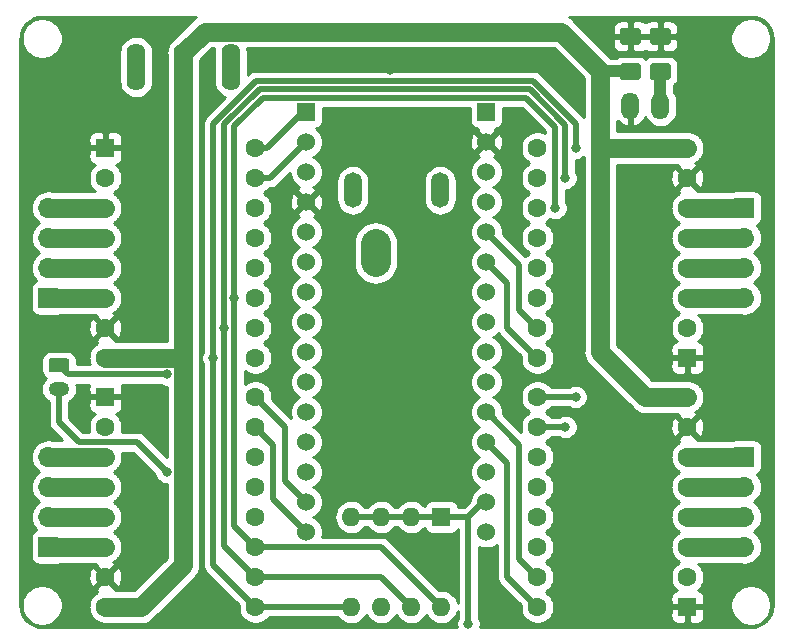
<source format=gbr>
G04 #@! TF.GenerationSoftware,KiCad,Pcbnew,(5.1.4)-1*
G04 #@! TF.CreationDate,2020-11-13T20:24:30+01:00*
G04 #@! TF.ProjectId,Shield BR,53686965-6c64-4204-9252-2e6b69636164,rev?*
G04 #@! TF.SameCoordinates,Original*
G04 #@! TF.FileFunction,Copper,L2,Bot*
G04 #@! TF.FilePolarity,Positive*
%FSLAX46Y46*%
G04 Gerber Fmt 4.6, Leading zero omitted, Abs format (unit mm)*
G04 Created by KiCad (PCBNEW (5.1.4)-1) date 2020-11-13 20:24:30*
%MOMM*%
%LPD*%
G04 APERTURE LIST*
%ADD10R,1.600000X1.600000*%
%ADD11C,1.600000*%
%ADD12O,1.500000X3.000000*%
%ADD13O,1.600000X4.000000*%
%ADD14O,1.750000X1.200000*%
%ADD15C,0.100000*%
%ADD16C,1.200000*%
%ADD17O,1.500000X2.300000*%
%ADD18R,1.500000X2.300000*%
%ADD19O,1.600000X1.600000*%
%ADD20O,1.700000X1.700000*%
%ADD21R,1.700000X1.700000*%
%ADD22C,1.425000*%
%ADD23C,1.530000*%
%ADD24R,1.530000X1.530000*%
%ADD25C,0.800000*%
%ADD26C,0.400000*%
%ADD27C,1.600000*%
%ADD28C,1.000000*%
%ADD29C,2.500000*%
%ADD30C,0.500000*%
%ADD31C,0.254000*%
G04 APERTURE END LIST*
D10*
X86614000Y-78994000D03*
D11*
X86614000Y-81534000D03*
X86614000Y-84074000D03*
X86614000Y-86614000D03*
X86614000Y-89154000D03*
X86614000Y-91694000D03*
X86614000Y-94234000D03*
X86614000Y-96774000D03*
X99314000Y-78994000D03*
X99314000Y-81534000D03*
X99314000Y-84074000D03*
X99314000Y-86614000D03*
X99314000Y-89154000D03*
X99314000Y-91694000D03*
X99314000Y-94234000D03*
X99314000Y-96774000D03*
D10*
X86614000Y-100076000D03*
D11*
X86614000Y-102616000D03*
X86614000Y-105156000D03*
X86614000Y-107696000D03*
X86614000Y-110236000D03*
X86614000Y-112776000D03*
X86614000Y-115316000D03*
X86614000Y-117856000D03*
X99314000Y-100076000D03*
X99314000Y-102616000D03*
X99314000Y-105156000D03*
X99314000Y-107696000D03*
X99314000Y-110236000D03*
X99314000Y-112776000D03*
X99314000Y-115316000D03*
X99314000Y-117856000D03*
X123190000Y-100076000D03*
X123190000Y-102616000D03*
X123190000Y-105156000D03*
X123190000Y-107696000D03*
X123190000Y-110236000D03*
X123190000Y-112776000D03*
X123190000Y-115316000D03*
X123190000Y-117856000D03*
X135890000Y-100076000D03*
X135890000Y-102616000D03*
X135890000Y-105156000D03*
X135890000Y-107696000D03*
X135890000Y-110236000D03*
X135890000Y-112776000D03*
X135890000Y-115316000D03*
D10*
X135890000Y-117856000D03*
X135890000Y-96774000D03*
D11*
X135890000Y-94234000D03*
X135890000Y-91694000D03*
X135890000Y-89154000D03*
X135890000Y-86614000D03*
X135890000Y-84074000D03*
X135890000Y-81534000D03*
X135890000Y-78994000D03*
X123190000Y-96774000D03*
X123190000Y-94234000D03*
X123190000Y-91694000D03*
X123190000Y-89154000D03*
X123190000Y-86614000D03*
X123190000Y-84074000D03*
X123190000Y-81534000D03*
X123190000Y-78994000D03*
D12*
X114952000Y-82584000D03*
X107552000Y-82584000D03*
D13*
X89218000Y-72136000D03*
X93218000Y-72136000D03*
X97218000Y-72136000D03*
D14*
X82677000Y-99396300D03*
D15*
G36*
X83326505Y-96797504D02*
G01*
X83350773Y-96801104D01*
X83374572Y-96807065D01*
X83397671Y-96815330D01*
X83419850Y-96825820D01*
X83440893Y-96838432D01*
X83460599Y-96853047D01*
X83478777Y-96869523D01*
X83495253Y-96887701D01*
X83509868Y-96907407D01*
X83522480Y-96928450D01*
X83532970Y-96950629D01*
X83541235Y-96973728D01*
X83547196Y-96997527D01*
X83550796Y-97021795D01*
X83552000Y-97046299D01*
X83552000Y-97746301D01*
X83550796Y-97770805D01*
X83547196Y-97795073D01*
X83541235Y-97818872D01*
X83532970Y-97841971D01*
X83522480Y-97864150D01*
X83509868Y-97885193D01*
X83495253Y-97904899D01*
X83478777Y-97923077D01*
X83460599Y-97939553D01*
X83440893Y-97954168D01*
X83419850Y-97966780D01*
X83397671Y-97977270D01*
X83374572Y-97985535D01*
X83350773Y-97991496D01*
X83326505Y-97995096D01*
X83302001Y-97996300D01*
X82051999Y-97996300D01*
X82027495Y-97995096D01*
X82003227Y-97991496D01*
X81979428Y-97985535D01*
X81956329Y-97977270D01*
X81934150Y-97966780D01*
X81913107Y-97954168D01*
X81893401Y-97939553D01*
X81875223Y-97923077D01*
X81858747Y-97904899D01*
X81844132Y-97885193D01*
X81831520Y-97864150D01*
X81821030Y-97841971D01*
X81812765Y-97818872D01*
X81806804Y-97795073D01*
X81803204Y-97770805D01*
X81802000Y-97746301D01*
X81802000Y-97046299D01*
X81803204Y-97021795D01*
X81806804Y-96997527D01*
X81812765Y-96973728D01*
X81821030Y-96950629D01*
X81831520Y-96928450D01*
X81844132Y-96907407D01*
X81858747Y-96887701D01*
X81875223Y-96869523D01*
X81893401Y-96853047D01*
X81913107Y-96838432D01*
X81934150Y-96825820D01*
X81956329Y-96815330D01*
X81979428Y-96807065D01*
X82003227Y-96801104D01*
X82027495Y-96797504D01*
X82051999Y-96796300D01*
X83302001Y-96796300D01*
X83326505Y-96797504D01*
X83326505Y-96797504D01*
G37*
D16*
X82677000Y-97396300D03*
D17*
X133604000Y-75438000D03*
X131064000Y-75438000D03*
D18*
X128524000Y-75438000D03*
D19*
X115062000Y-117856000D03*
X107442000Y-110236000D03*
X112522000Y-117856000D03*
X109982000Y-110236000D03*
X109982000Y-117856000D03*
X112522000Y-110236000D03*
X107442000Y-117856000D03*
D10*
X115062000Y-110236000D03*
D20*
X81788000Y-105156000D03*
X81788000Y-107696000D03*
X81788000Y-110236000D03*
D21*
X81788000Y-112776000D03*
D20*
X140716000Y-112776000D03*
X140716000Y-110236000D03*
X140716000Y-107696000D03*
D21*
X140716000Y-105156000D03*
D20*
X140716000Y-91694000D03*
X140716000Y-89154000D03*
X140716000Y-86614000D03*
D21*
X140716000Y-84074000D03*
D20*
X81788000Y-84074000D03*
X81788000Y-86614000D03*
X81788000Y-89154000D03*
D21*
X81788000Y-91694000D03*
D15*
G36*
X134253504Y-68830704D02*
G01*
X134277773Y-68834304D01*
X134301571Y-68840265D01*
X134324671Y-68848530D01*
X134346849Y-68859020D01*
X134367893Y-68871633D01*
X134387598Y-68886247D01*
X134405777Y-68902723D01*
X134422253Y-68920902D01*
X134436867Y-68940607D01*
X134449480Y-68961651D01*
X134459970Y-68983829D01*
X134468235Y-69006929D01*
X134474196Y-69030727D01*
X134477796Y-69054996D01*
X134479000Y-69079500D01*
X134479000Y-70004500D01*
X134477796Y-70029004D01*
X134474196Y-70053273D01*
X134468235Y-70077071D01*
X134459970Y-70100171D01*
X134449480Y-70122349D01*
X134436867Y-70143393D01*
X134422253Y-70163098D01*
X134405777Y-70181277D01*
X134387598Y-70197753D01*
X134367893Y-70212367D01*
X134346849Y-70224980D01*
X134324671Y-70235470D01*
X134301571Y-70243735D01*
X134277773Y-70249696D01*
X134253504Y-70253296D01*
X134229000Y-70254500D01*
X132979000Y-70254500D01*
X132954496Y-70253296D01*
X132930227Y-70249696D01*
X132906429Y-70243735D01*
X132883329Y-70235470D01*
X132861151Y-70224980D01*
X132840107Y-70212367D01*
X132820402Y-70197753D01*
X132802223Y-70181277D01*
X132785747Y-70163098D01*
X132771133Y-70143393D01*
X132758520Y-70122349D01*
X132748030Y-70100171D01*
X132739765Y-70077071D01*
X132733804Y-70053273D01*
X132730204Y-70029004D01*
X132729000Y-70004500D01*
X132729000Y-69079500D01*
X132730204Y-69054996D01*
X132733804Y-69030727D01*
X132739765Y-69006929D01*
X132748030Y-68983829D01*
X132758520Y-68961651D01*
X132771133Y-68940607D01*
X132785747Y-68920902D01*
X132802223Y-68902723D01*
X132820402Y-68886247D01*
X132840107Y-68871633D01*
X132861151Y-68859020D01*
X132883329Y-68848530D01*
X132906429Y-68840265D01*
X132930227Y-68834304D01*
X132954496Y-68830704D01*
X132979000Y-68829500D01*
X134229000Y-68829500D01*
X134253504Y-68830704D01*
X134253504Y-68830704D01*
G37*
D22*
X133604000Y-69542000D03*
D15*
G36*
X134253504Y-71805704D02*
G01*
X134277773Y-71809304D01*
X134301571Y-71815265D01*
X134324671Y-71823530D01*
X134346849Y-71834020D01*
X134367893Y-71846633D01*
X134387598Y-71861247D01*
X134405777Y-71877723D01*
X134422253Y-71895902D01*
X134436867Y-71915607D01*
X134449480Y-71936651D01*
X134459970Y-71958829D01*
X134468235Y-71981929D01*
X134474196Y-72005727D01*
X134477796Y-72029996D01*
X134479000Y-72054500D01*
X134479000Y-72979500D01*
X134477796Y-73004004D01*
X134474196Y-73028273D01*
X134468235Y-73052071D01*
X134459970Y-73075171D01*
X134449480Y-73097349D01*
X134436867Y-73118393D01*
X134422253Y-73138098D01*
X134405777Y-73156277D01*
X134387598Y-73172753D01*
X134367893Y-73187367D01*
X134346849Y-73199980D01*
X134324671Y-73210470D01*
X134301571Y-73218735D01*
X134277773Y-73224696D01*
X134253504Y-73228296D01*
X134229000Y-73229500D01*
X132979000Y-73229500D01*
X132954496Y-73228296D01*
X132930227Y-73224696D01*
X132906429Y-73218735D01*
X132883329Y-73210470D01*
X132861151Y-73199980D01*
X132840107Y-73187367D01*
X132820402Y-73172753D01*
X132802223Y-73156277D01*
X132785747Y-73138098D01*
X132771133Y-73118393D01*
X132758520Y-73097349D01*
X132748030Y-73075171D01*
X132739765Y-73052071D01*
X132733804Y-73028273D01*
X132730204Y-73004004D01*
X132729000Y-72979500D01*
X132729000Y-72054500D01*
X132730204Y-72029996D01*
X132733804Y-72005727D01*
X132739765Y-71981929D01*
X132748030Y-71958829D01*
X132758520Y-71936651D01*
X132771133Y-71915607D01*
X132785747Y-71895902D01*
X132802223Y-71877723D01*
X132820402Y-71861247D01*
X132840107Y-71846633D01*
X132861151Y-71834020D01*
X132883329Y-71823530D01*
X132906429Y-71815265D01*
X132930227Y-71809304D01*
X132954496Y-71805704D01*
X132979000Y-71804500D01*
X134229000Y-71804500D01*
X134253504Y-71805704D01*
X134253504Y-71805704D01*
G37*
D22*
X133604000Y-72517000D03*
D15*
G36*
X131713504Y-68830704D02*
G01*
X131737773Y-68834304D01*
X131761571Y-68840265D01*
X131784671Y-68848530D01*
X131806849Y-68859020D01*
X131827893Y-68871633D01*
X131847598Y-68886247D01*
X131865777Y-68902723D01*
X131882253Y-68920902D01*
X131896867Y-68940607D01*
X131909480Y-68961651D01*
X131919970Y-68983829D01*
X131928235Y-69006929D01*
X131934196Y-69030727D01*
X131937796Y-69054996D01*
X131939000Y-69079500D01*
X131939000Y-70004500D01*
X131937796Y-70029004D01*
X131934196Y-70053273D01*
X131928235Y-70077071D01*
X131919970Y-70100171D01*
X131909480Y-70122349D01*
X131896867Y-70143393D01*
X131882253Y-70163098D01*
X131865777Y-70181277D01*
X131847598Y-70197753D01*
X131827893Y-70212367D01*
X131806849Y-70224980D01*
X131784671Y-70235470D01*
X131761571Y-70243735D01*
X131737773Y-70249696D01*
X131713504Y-70253296D01*
X131689000Y-70254500D01*
X130439000Y-70254500D01*
X130414496Y-70253296D01*
X130390227Y-70249696D01*
X130366429Y-70243735D01*
X130343329Y-70235470D01*
X130321151Y-70224980D01*
X130300107Y-70212367D01*
X130280402Y-70197753D01*
X130262223Y-70181277D01*
X130245747Y-70163098D01*
X130231133Y-70143393D01*
X130218520Y-70122349D01*
X130208030Y-70100171D01*
X130199765Y-70077071D01*
X130193804Y-70053273D01*
X130190204Y-70029004D01*
X130189000Y-70004500D01*
X130189000Y-69079500D01*
X130190204Y-69054996D01*
X130193804Y-69030727D01*
X130199765Y-69006929D01*
X130208030Y-68983829D01*
X130218520Y-68961651D01*
X130231133Y-68940607D01*
X130245747Y-68920902D01*
X130262223Y-68902723D01*
X130280402Y-68886247D01*
X130300107Y-68871633D01*
X130321151Y-68859020D01*
X130343329Y-68848530D01*
X130366429Y-68840265D01*
X130390227Y-68834304D01*
X130414496Y-68830704D01*
X130439000Y-68829500D01*
X131689000Y-68829500D01*
X131713504Y-68830704D01*
X131713504Y-68830704D01*
G37*
D22*
X131064000Y-69542000D03*
D15*
G36*
X131713504Y-71805704D02*
G01*
X131737773Y-71809304D01*
X131761571Y-71815265D01*
X131784671Y-71823530D01*
X131806849Y-71834020D01*
X131827893Y-71846633D01*
X131847598Y-71861247D01*
X131865777Y-71877723D01*
X131882253Y-71895902D01*
X131896867Y-71915607D01*
X131909480Y-71936651D01*
X131919970Y-71958829D01*
X131928235Y-71981929D01*
X131934196Y-72005727D01*
X131937796Y-72029996D01*
X131939000Y-72054500D01*
X131939000Y-72979500D01*
X131937796Y-73004004D01*
X131934196Y-73028273D01*
X131928235Y-73052071D01*
X131919970Y-73075171D01*
X131909480Y-73097349D01*
X131896867Y-73118393D01*
X131882253Y-73138098D01*
X131865777Y-73156277D01*
X131847598Y-73172753D01*
X131827893Y-73187367D01*
X131806849Y-73199980D01*
X131784671Y-73210470D01*
X131761571Y-73218735D01*
X131737773Y-73224696D01*
X131713504Y-73228296D01*
X131689000Y-73229500D01*
X130439000Y-73229500D01*
X130414496Y-73228296D01*
X130390227Y-73224696D01*
X130366429Y-73218735D01*
X130343329Y-73210470D01*
X130321151Y-73199980D01*
X130300107Y-73187367D01*
X130280402Y-73172753D01*
X130262223Y-73156277D01*
X130245747Y-73138098D01*
X130231133Y-73118393D01*
X130218520Y-73097349D01*
X130208030Y-73075171D01*
X130199765Y-73052071D01*
X130193804Y-73028273D01*
X130190204Y-73004004D01*
X130189000Y-72979500D01*
X130189000Y-72054500D01*
X130190204Y-72029996D01*
X130193804Y-72005727D01*
X130199765Y-71981929D01*
X130208030Y-71958829D01*
X130218520Y-71936651D01*
X130231133Y-71915607D01*
X130245747Y-71895902D01*
X130262223Y-71877723D01*
X130280402Y-71861247D01*
X130300107Y-71846633D01*
X130321151Y-71834020D01*
X130343329Y-71823530D01*
X130366429Y-71815265D01*
X130390227Y-71809304D01*
X130414496Y-71805704D01*
X130439000Y-71804500D01*
X131689000Y-71804500D01*
X131713504Y-71805704D01*
X131713504Y-71805704D01*
G37*
D22*
X131064000Y-72517000D03*
D23*
X118871500Y-111506000D03*
X103631500Y-111506000D03*
X118871500Y-108966000D03*
X103631500Y-108966000D03*
X118871500Y-106426000D03*
X103631500Y-106426000D03*
X118871500Y-103886000D03*
X103631500Y-103886000D03*
X118871500Y-101346000D03*
X103631500Y-101346000D03*
X118871500Y-98806000D03*
X103631500Y-98806000D03*
X118871500Y-96266000D03*
X103631500Y-96266000D03*
X118871500Y-93726000D03*
X103631500Y-93726000D03*
X118871500Y-91186000D03*
X103631500Y-91186000D03*
X118871500Y-88646000D03*
X103631500Y-88646000D03*
X118871500Y-86106000D03*
X103631500Y-86106000D03*
X118871500Y-83566000D03*
X103631500Y-83566000D03*
X118871500Y-81026000D03*
X103631500Y-81026000D03*
X118871500Y-78486000D03*
X103631500Y-78486000D03*
D24*
X118871500Y-75946000D03*
X103631500Y-75946000D03*
D25*
X94284300Y-117754400D03*
X91440000Y-100076000D03*
X101219000Y-98552000D03*
X110743500Y-72390000D03*
D26*
X113002000Y-87884000D03*
X112202000Y-89084000D03*
X113802000Y-87484000D03*
X113802000Y-86684000D03*
X112202000Y-88284000D03*
X113002000Y-87084000D03*
X112202000Y-87484000D03*
X113002000Y-86284000D03*
X112202000Y-86684000D03*
X113802000Y-88284000D03*
X113002000Y-88684000D03*
X113802000Y-89084000D03*
X113002000Y-89484000D03*
D25*
X124714000Y-84074000D03*
X97536000Y-91694000D03*
X125564000Y-81534000D03*
X125564000Y-102616000D03*
X96686000Y-94234000D03*
X126414000Y-78994000D03*
X126414000Y-100076000D03*
X95758000Y-96774000D03*
X91818000Y-106426000D03*
X91818000Y-98174000D03*
X117348000Y-119278400D03*
D26*
X109502000Y-87884000D03*
X110302000Y-89084000D03*
X108702000Y-87484000D03*
X108702000Y-86684000D03*
X110302000Y-88284000D03*
X109502000Y-87084000D03*
X110302000Y-87484000D03*
X109502000Y-86284000D03*
X110302000Y-86684000D03*
X108702000Y-88284000D03*
X109502000Y-88684000D03*
X108702000Y-89084000D03*
X109502000Y-89484000D03*
D27*
X93218000Y-72136000D02*
X93218000Y-94996000D01*
X89662000Y-117856000D02*
X86614000Y-117856000D01*
X93218000Y-94996000D02*
X93218000Y-114300000D01*
X93218000Y-114300000D02*
X89662000Y-117856000D01*
X128778000Y-78994000D02*
X135890000Y-78994000D01*
X128524000Y-78740000D02*
X128778000Y-78994000D01*
X128524000Y-75438000D02*
X128524000Y-78740000D01*
X132334000Y-100076000D02*
X135890000Y-100076000D01*
X128524000Y-78740000D02*
X128524000Y-96266000D01*
X128524000Y-96266000D02*
X132334000Y-100076000D01*
X93218000Y-96774000D02*
X86614000Y-96774000D01*
X128524000Y-72517000D02*
X128524000Y-75438000D01*
X125142990Y-69135990D02*
X128524000Y-72517000D01*
X95018010Y-69135990D02*
X125142990Y-69135990D01*
X93218000Y-72136000D02*
X93218000Y-70936000D01*
X93218000Y-70936000D02*
X95018010Y-69135990D01*
D28*
X128524000Y-72517000D02*
X131064000Y-72517000D01*
D29*
X113002000Y-87084000D02*
X113002000Y-88684000D01*
D30*
X109982000Y-112776000D02*
X99314000Y-112776000D01*
X115062000Y-117856000D02*
X109982000Y-112776000D01*
X124714000Y-77216000D02*
X124714000Y-84074000D01*
X122228999Y-74730999D02*
X124714000Y-77216000D01*
X99948999Y-74730999D02*
X122228999Y-74730999D01*
X97536000Y-91694000D02*
X97536000Y-77143998D01*
X97536000Y-77143998D02*
X99948999Y-74730999D01*
X97536000Y-110998000D02*
X97536000Y-91694000D01*
X99314000Y-112776000D02*
X97536000Y-110998000D01*
X109982000Y-115316000D02*
X99314000Y-115316000D01*
X112522000Y-117856000D02*
X109982000Y-115316000D01*
X125564000Y-102616000D02*
X123190000Y-102616000D01*
X125564000Y-77076035D02*
X125564000Y-80968315D01*
X96686000Y-94234000D02*
X96686000Y-77004033D01*
X96686000Y-77004033D02*
X99659045Y-74030988D01*
X99659045Y-74030988D02*
X122518953Y-74030988D01*
X125564000Y-80968315D02*
X125564000Y-81534000D01*
X122518953Y-74030988D02*
X125564000Y-77076035D01*
X96686000Y-94799685D02*
X96686000Y-94234000D01*
X99314000Y-115316000D02*
X96686000Y-112688000D01*
X96686000Y-112688000D02*
X96686000Y-94799685D01*
X107442000Y-117856000D02*
X99314000Y-117856000D01*
X126414000Y-100076000D02*
X123190000Y-100076000D01*
X126414000Y-78428315D02*
X126414000Y-78994000D01*
X126414000Y-76936070D02*
X126414000Y-78428315D01*
X122808907Y-73330977D02*
X126414000Y-76936070D01*
X95758000Y-76942068D02*
X99369091Y-73330977D01*
X99369091Y-73330977D02*
X122808907Y-73330977D01*
X95758000Y-96774000D02*
X95758000Y-76942068D01*
X95758000Y-114300000D02*
X95758000Y-96774000D01*
X99314000Y-117856000D02*
X95758000Y-114300000D01*
X82677000Y-100496300D02*
X82677000Y-99396300D01*
X82677000Y-102235000D02*
X82677000Y-100496300D01*
X84347999Y-103905999D02*
X82677000Y-102235000D01*
X89300999Y-103905999D02*
X84347999Y-103905999D01*
X91818000Y-106426000D02*
X91818000Y-106423000D01*
X91818000Y-106423000D02*
X89300999Y-103905999D01*
X83454700Y-98174000D02*
X82677000Y-97396300D01*
X91818000Y-98174000D02*
X83454700Y-98174000D01*
D28*
X133604000Y-72517000D02*
X133604000Y-75438000D01*
D30*
X115062000Y-110236000D02*
X112522000Y-110236000D01*
X112522000Y-110236000D02*
X109982000Y-110236000D01*
X107442000Y-110236000D02*
X109982000Y-110236000D01*
X117094000Y-110236000D02*
X115062000Y-110236000D01*
X117348000Y-110236000D02*
X117094000Y-110236000D01*
X118618000Y-108966000D02*
X117348000Y-110236000D01*
X118871500Y-108966000D02*
X118618000Y-108966000D01*
X117348000Y-110236000D02*
X117348000Y-119278400D01*
X122390001Y-117056001D02*
X123190000Y-117856000D01*
X120650000Y-115316000D02*
X122390001Y-117056001D01*
X118871500Y-103886000D02*
X120650000Y-105664500D01*
X120650000Y-105664500D02*
X120650000Y-115316000D01*
X122390001Y-95974001D02*
X123190000Y-96774000D01*
X120650000Y-94234000D02*
X122390001Y-95974001D01*
X118871500Y-88646000D02*
X120650000Y-90424500D01*
X120650000Y-90424500D02*
X120650000Y-94234000D01*
X100330000Y-78994000D02*
X99314000Y-78994000D01*
X103631500Y-75946000D02*
X103378000Y-75946000D01*
X103378000Y-75946000D02*
X100330000Y-78994000D01*
X103631500Y-111505500D02*
X103631500Y-111506000D01*
X102866501Y-110741001D02*
X103631500Y-111506000D01*
X100838000Y-108712500D02*
X102866501Y-110741001D01*
X99314000Y-102616000D02*
X100838000Y-104140000D01*
X100838000Y-104140000D02*
X100838000Y-108712500D01*
X122390001Y-114516001D02*
X123190000Y-115316000D01*
X121666000Y-113792000D02*
X122390001Y-114516001D01*
X121666000Y-104130149D02*
X121666000Y-113792000D01*
X118871500Y-101346000D02*
X118881851Y-101346000D01*
X118881851Y-101346000D02*
X121666000Y-104130149D01*
X122390001Y-93434001D02*
X123190000Y-94234000D01*
X121666000Y-92710000D02*
X122390001Y-93434001D01*
X118871500Y-86106000D02*
X121666000Y-88900500D01*
X121666000Y-88900500D02*
X121666000Y-92710000D01*
X100583500Y-81534000D02*
X99314000Y-81534000D01*
X103631500Y-78486000D02*
X100583500Y-81534000D01*
X103631500Y-108966000D02*
X103631500Y-108965500D01*
X102866501Y-108201001D02*
X103631500Y-108966000D01*
X102866501Y-108200501D02*
X102866501Y-108201001D01*
X101854000Y-107188000D02*
X102866501Y-108200501D01*
X99314000Y-100076000D02*
X101854000Y-102616000D01*
X101854000Y-102616000D02*
X101854000Y-107188000D01*
D27*
X86614000Y-84074000D02*
X81788000Y-84074000D01*
X86614000Y-86614000D02*
X81788000Y-86614000D01*
X86614000Y-89154000D02*
X81788000Y-89154000D01*
X86614000Y-91694000D02*
X81788000Y-91694000D01*
X135890000Y-91694000D02*
X140716000Y-91694000D01*
X135890000Y-89154000D02*
X140716000Y-89154000D01*
X135890000Y-86614000D02*
X140716000Y-86614000D01*
X135890000Y-84074000D02*
X140716000Y-84074000D01*
X135890000Y-112776000D02*
X140716000Y-112776000D01*
X135890000Y-110236000D02*
X140716000Y-110236000D01*
X135890000Y-107696000D02*
X140716000Y-107696000D01*
X135890000Y-105156000D02*
X140716000Y-105156000D01*
X86614000Y-105156000D02*
X81788000Y-105156000D01*
X86614000Y-107696000D02*
X81788000Y-107696000D01*
X86614000Y-110236000D02*
X81788000Y-110236000D01*
X86614000Y-112776000D02*
X81788000Y-112776000D01*
D29*
X109502000Y-87084000D02*
X109502000Y-88684000D01*
D31*
G36*
X141608275Y-67924147D02*
G01*
X141951467Y-68027763D01*
X142267989Y-68196062D01*
X142545799Y-68422637D01*
X142774306Y-68698856D01*
X142944810Y-69014197D01*
X143050819Y-69356656D01*
X143091501Y-69743722D01*
X143091500Y-117693721D01*
X143053353Y-118082776D01*
X142949738Y-118425964D01*
X142781439Y-118742489D01*
X142554865Y-119020296D01*
X142278646Y-119248805D01*
X141963303Y-119419310D01*
X141620844Y-119525319D01*
X141233788Y-119566000D01*
X118346070Y-119566000D01*
X118383000Y-119380339D01*
X118383000Y-119176461D01*
X118343226Y-118976502D01*
X118265205Y-118788144D01*
X118233000Y-118739946D01*
X118233000Y-112756874D01*
X118463135Y-112852199D01*
X118733612Y-112906000D01*
X119009388Y-112906000D01*
X119279865Y-112852199D01*
X119534649Y-112746664D01*
X119763948Y-112593451D01*
X119765001Y-112592398D01*
X119765001Y-115272521D01*
X119760719Y-115316000D01*
X119777805Y-115489490D01*
X119828412Y-115656313D01*
X119910590Y-115810059D01*
X119993468Y-115911046D01*
X119993471Y-115911049D01*
X120021184Y-115944817D01*
X120054951Y-115972529D01*
X121761983Y-117679562D01*
X121755000Y-117714665D01*
X121755000Y-117997335D01*
X121810147Y-118274574D01*
X121918320Y-118535727D01*
X122075363Y-118770759D01*
X122275241Y-118970637D01*
X122510273Y-119127680D01*
X122771426Y-119235853D01*
X123048665Y-119291000D01*
X123331335Y-119291000D01*
X123608574Y-119235853D01*
X123869727Y-119127680D01*
X124104759Y-118970637D01*
X124304637Y-118770759D01*
X124381316Y-118656000D01*
X134451928Y-118656000D01*
X134464188Y-118780482D01*
X134500498Y-118900180D01*
X134559463Y-119010494D01*
X134638815Y-119107185D01*
X134735506Y-119186537D01*
X134845820Y-119245502D01*
X134965518Y-119281812D01*
X135090000Y-119294072D01*
X135604250Y-119291000D01*
X135763000Y-119132250D01*
X135763000Y-117983000D01*
X136017000Y-117983000D01*
X136017000Y-119132250D01*
X136175750Y-119291000D01*
X136690000Y-119294072D01*
X136814482Y-119281812D01*
X136934180Y-119245502D01*
X137044494Y-119186537D01*
X137141185Y-119107185D01*
X137220537Y-119010494D01*
X137279502Y-118900180D01*
X137315812Y-118780482D01*
X137328072Y-118656000D01*
X137325000Y-118141750D01*
X137166250Y-117983000D01*
X136017000Y-117983000D01*
X135763000Y-117983000D01*
X134613750Y-117983000D01*
X134455000Y-118141750D01*
X134451928Y-118656000D01*
X124381316Y-118656000D01*
X124461680Y-118535727D01*
X124569853Y-118274574D01*
X124625000Y-117997335D01*
X124625000Y-117714665D01*
X124569853Y-117437426D01*
X124461680Y-117176273D01*
X124304637Y-116941241D01*
X124104759Y-116741363D01*
X123872241Y-116586000D01*
X124104759Y-116430637D01*
X124304637Y-116230759D01*
X124461680Y-115995727D01*
X124569853Y-115734574D01*
X124625000Y-115457335D01*
X124625000Y-115174665D01*
X124569853Y-114897426D01*
X124461680Y-114636273D01*
X124304637Y-114401241D01*
X124104759Y-114201363D01*
X123872241Y-114046000D01*
X124104759Y-113890637D01*
X124304637Y-113690759D01*
X124461680Y-113455727D01*
X124569853Y-113194574D01*
X124625000Y-112917335D01*
X124625000Y-112634665D01*
X124569853Y-112357426D01*
X124461680Y-112096273D01*
X124304637Y-111861241D01*
X124104759Y-111661363D01*
X123872241Y-111506000D01*
X124104759Y-111350637D01*
X124304637Y-111150759D01*
X124461680Y-110915727D01*
X124569853Y-110654574D01*
X124625000Y-110377335D01*
X124625000Y-110094665D01*
X124569853Y-109817426D01*
X124461680Y-109556273D01*
X124304637Y-109321241D01*
X124104759Y-109121363D01*
X123872241Y-108966000D01*
X124104759Y-108810637D01*
X124304637Y-108610759D01*
X124461680Y-108375727D01*
X124569853Y-108114574D01*
X124625000Y-107837335D01*
X124625000Y-107554665D01*
X124569853Y-107277426D01*
X124461680Y-107016273D01*
X124304637Y-106781241D01*
X124104759Y-106581363D01*
X123872241Y-106426000D01*
X124104759Y-106270637D01*
X124304637Y-106070759D01*
X124461680Y-105835727D01*
X124569853Y-105574574D01*
X124625000Y-105297335D01*
X124625000Y-105156000D01*
X134448057Y-105156000D01*
X134455000Y-105226492D01*
X134455000Y-105297335D01*
X134468821Y-105366817D01*
X134475764Y-105437309D01*
X134496327Y-105505097D01*
X134510147Y-105574574D01*
X134537253Y-105640014D01*
X134557818Y-105707808D01*
X134591214Y-105770288D01*
X134618320Y-105835727D01*
X134657672Y-105894622D01*
X134691068Y-105957101D01*
X134736010Y-106011863D01*
X134775363Y-106070759D01*
X134825450Y-106120846D01*
X134870392Y-106175608D01*
X134925154Y-106220550D01*
X134975241Y-106270637D01*
X135034137Y-106309990D01*
X135088899Y-106354932D01*
X135151378Y-106388328D01*
X135207759Y-106426000D01*
X135151378Y-106463672D01*
X135088899Y-106497068D01*
X135034137Y-106542010D01*
X134975241Y-106581363D01*
X134925154Y-106631450D01*
X134870392Y-106676392D01*
X134825450Y-106731154D01*
X134775363Y-106781241D01*
X134736010Y-106840137D01*
X134691068Y-106894899D01*
X134657672Y-106957378D01*
X134618320Y-107016273D01*
X134591214Y-107081712D01*
X134557818Y-107144192D01*
X134537253Y-107211986D01*
X134510147Y-107277426D01*
X134496327Y-107346903D01*
X134475764Y-107414691D01*
X134468821Y-107485183D01*
X134455000Y-107554665D01*
X134455000Y-107625508D01*
X134448057Y-107696000D01*
X134455000Y-107766492D01*
X134455000Y-107837335D01*
X134468821Y-107906817D01*
X134475764Y-107977309D01*
X134496327Y-108045097D01*
X134510147Y-108114574D01*
X134537253Y-108180014D01*
X134557818Y-108247808D01*
X134591214Y-108310288D01*
X134618320Y-108375727D01*
X134657672Y-108434622D01*
X134691068Y-108497101D01*
X134736010Y-108551863D01*
X134775363Y-108610759D01*
X134825450Y-108660846D01*
X134870392Y-108715608D01*
X134925154Y-108760550D01*
X134975241Y-108810637D01*
X135034137Y-108849990D01*
X135088899Y-108894932D01*
X135151378Y-108928328D01*
X135207759Y-108966000D01*
X135151378Y-109003672D01*
X135088899Y-109037068D01*
X135034137Y-109082010D01*
X134975241Y-109121363D01*
X134925154Y-109171450D01*
X134870392Y-109216392D01*
X134825450Y-109271154D01*
X134775363Y-109321241D01*
X134736010Y-109380137D01*
X134691068Y-109434899D01*
X134657672Y-109497378D01*
X134618320Y-109556273D01*
X134591214Y-109621712D01*
X134557818Y-109684192D01*
X134537253Y-109751986D01*
X134510147Y-109817426D01*
X134496327Y-109886903D01*
X134475764Y-109954691D01*
X134468821Y-110025183D01*
X134455000Y-110094665D01*
X134455000Y-110165508D01*
X134448057Y-110236000D01*
X134455000Y-110306492D01*
X134455000Y-110377335D01*
X134468821Y-110446817D01*
X134475764Y-110517309D01*
X134496327Y-110585097D01*
X134510147Y-110654574D01*
X134537253Y-110720014D01*
X134557818Y-110787808D01*
X134591214Y-110850288D01*
X134618320Y-110915727D01*
X134657672Y-110974622D01*
X134691068Y-111037101D01*
X134736010Y-111091863D01*
X134775363Y-111150759D01*
X134825450Y-111200846D01*
X134870392Y-111255608D01*
X134925154Y-111300550D01*
X134975241Y-111350637D01*
X135034137Y-111389990D01*
X135088899Y-111434932D01*
X135151378Y-111468328D01*
X135207759Y-111506000D01*
X135151378Y-111543672D01*
X135088899Y-111577068D01*
X135034137Y-111622010D01*
X134975241Y-111661363D01*
X134925154Y-111711450D01*
X134870392Y-111756392D01*
X134825450Y-111811154D01*
X134775363Y-111861241D01*
X134736010Y-111920137D01*
X134691068Y-111974899D01*
X134657672Y-112037378D01*
X134618320Y-112096273D01*
X134591214Y-112161712D01*
X134557818Y-112224192D01*
X134537253Y-112291986D01*
X134510147Y-112357426D01*
X134496327Y-112426903D01*
X134475764Y-112494691D01*
X134468821Y-112565183D01*
X134455000Y-112634665D01*
X134455000Y-112705508D01*
X134448057Y-112776000D01*
X134455000Y-112846492D01*
X134455000Y-112917335D01*
X134468821Y-112986817D01*
X134475764Y-113057309D01*
X134496327Y-113125097D01*
X134510147Y-113194574D01*
X134537253Y-113260014D01*
X134557818Y-113327808D01*
X134591214Y-113390288D01*
X134618320Y-113455727D01*
X134657672Y-113514622D01*
X134691068Y-113577101D01*
X134736010Y-113631863D01*
X134775363Y-113690759D01*
X134825450Y-113740846D01*
X134870392Y-113795608D01*
X134925154Y-113840550D01*
X134975241Y-113890637D01*
X135034137Y-113929990D01*
X135088899Y-113974932D01*
X135151378Y-114008328D01*
X135207759Y-114046000D01*
X134975241Y-114201363D01*
X134775363Y-114401241D01*
X134618320Y-114636273D01*
X134510147Y-114897426D01*
X134455000Y-115174665D01*
X134455000Y-115457335D01*
X134510147Y-115734574D01*
X134618320Y-115995727D01*
X134775363Y-116230759D01*
X134973961Y-116429357D01*
X134965518Y-116430188D01*
X134845820Y-116466498D01*
X134735506Y-116525463D01*
X134638815Y-116604815D01*
X134559463Y-116701506D01*
X134500498Y-116811820D01*
X134464188Y-116931518D01*
X134451928Y-117056000D01*
X134455000Y-117570250D01*
X134613750Y-117729000D01*
X135763000Y-117729000D01*
X135763000Y-117709000D01*
X136017000Y-117709000D01*
X136017000Y-117729000D01*
X137166250Y-117729000D01*
X137325000Y-117570250D01*
X137325090Y-117555117D01*
X139516500Y-117555117D01*
X139516500Y-117896883D01*
X139583175Y-118232081D01*
X139713963Y-118547831D01*
X139903837Y-118831998D01*
X140145502Y-119073663D01*
X140429669Y-119263537D01*
X140745419Y-119394325D01*
X141080617Y-119461000D01*
X141422383Y-119461000D01*
X141757581Y-119394325D01*
X142073331Y-119263537D01*
X142357498Y-119073663D01*
X142599163Y-118831998D01*
X142789037Y-118547831D01*
X142919825Y-118232081D01*
X142986500Y-117896883D01*
X142986500Y-117555117D01*
X142919825Y-117219919D01*
X142789037Y-116904169D01*
X142599163Y-116620002D01*
X142357498Y-116378337D01*
X142073331Y-116188463D01*
X141757581Y-116057675D01*
X141422383Y-115991000D01*
X141080617Y-115991000D01*
X140745419Y-116057675D01*
X140429669Y-116188463D01*
X140145502Y-116378337D01*
X139903837Y-116620002D01*
X139713963Y-116904169D01*
X139583175Y-117219919D01*
X139516500Y-117555117D01*
X137325090Y-117555117D01*
X137328072Y-117056000D01*
X137315812Y-116931518D01*
X137279502Y-116811820D01*
X137220537Y-116701506D01*
X137141185Y-116604815D01*
X137044494Y-116525463D01*
X136934180Y-116466498D01*
X136814482Y-116430188D01*
X136806039Y-116429357D01*
X137004637Y-116230759D01*
X137161680Y-115995727D01*
X137269853Y-115734574D01*
X137325000Y-115457335D01*
X137325000Y-115174665D01*
X137269853Y-114897426D01*
X137161680Y-114636273D01*
X137004637Y-114401241D01*
X136814396Y-114211000D01*
X140330895Y-114211000D01*
X140424889Y-114239513D01*
X140643050Y-114261000D01*
X140788950Y-114261000D01*
X141007111Y-114239513D01*
X141287034Y-114154599D01*
X141545014Y-114016706D01*
X141771134Y-113831134D01*
X141956706Y-113605014D01*
X142094599Y-113347034D01*
X142179513Y-113067111D01*
X142208185Y-112776000D01*
X142179513Y-112484889D01*
X142094599Y-112204966D01*
X141956706Y-111946986D01*
X141771134Y-111720866D01*
X141545014Y-111535294D01*
X141490209Y-111506000D01*
X141545014Y-111476706D01*
X141771134Y-111291134D01*
X141956706Y-111065014D01*
X142094599Y-110807034D01*
X142179513Y-110527111D01*
X142208185Y-110236000D01*
X142179513Y-109944889D01*
X142094599Y-109664966D01*
X141956706Y-109406986D01*
X141771134Y-109180866D01*
X141545014Y-108995294D01*
X141490209Y-108966000D01*
X141545014Y-108936706D01*
X141771134Y-108751134D01*
X141956706Y-108525014D01*
X142094599Y-108267034D01*
X142179513Y-107987111D01*
X142208185Y-107696000D01*
X142179513Y-107404889D01*
X142094599Y-107124966D01*
X141956706Y-106866986D01*
X141771134Y-106640866D01*
X141741313Y-106616393D01*
X141810180Y-106595502D01*
X141920494Y-106536537D01*
X142017185Y-106457185D01*
X142096537Y-106360494D01*
X142155502Y-106250180D01*
X142191812Y-106130482D01*
X142204072Y-106006000D01*
X142204072Y-104306000D01*
X142191812Y-104181518D01*
X142155502Y-104061820D01*
X142096537Y-103951506D01*
X142017185Y-103854815D01*
X141920494Y-103775463D01*
X141810180Y-103716498D01*
X141690482Y-103680188D01*
X141566000Y-103667928D01*
X139866000Y-103667928D01*
X139741518Y-103680188D01*
X139621820Y-103716498D01*
X139613397Y-103721000D01*
X136670148Y-103721000D01*
X136703097Y-103608702D01*
X135890000Y-102795605D01*
X135076903Y-103608702D01*
X135148486Y-103852671D01*
X135212992Y-103883194D01*
X135210273Y-103884320D01*
X135151378Y-103923672D01*
X135088899Y-103957068D01*
X135034137Y-104002010D01*
X134975241Y-104041363D01*
X134925154Y-104091450D01*
X134870392Y-104136392D01*
X134825450Y-104191154D01*
X134775363Y-104241241D01*
X134736010Y-104300137D01*
X134691068Y-104354899D01*
X134657672Y-104417378D01*
X134618320Y-104476273D01*
X134591214Y-104541712D01*
X134557818Y-104604192D01*
X134537253Y-104671986D01*
X134510147Y-104737426D01*
X134496327Y-104806903D01*
X134475764Y-104874691D01*
X134468821Y-104945183D01*
X134455000Y-105014665D01*
X134455000Y-105085508D01*
X134448057Y-105156000D01*
X124625000Y-105156000D01*
X124625000Y-105014665D01*
X124569853Y-104737426D01*
X124461680Y-104476273D01*
X124304637Y-104241241D01*
X124104759Y-104041363D01*
X123872241Y-103886000D01*
X124104759Y-103730637D01*
X124304637Y-103530759D01*
X124324521Y-103501000D01*
X125025546Y-103501000D01*
X125073744Y-103533205D01*
X125262102Y-103611226D01*
X125462061Y-103651000D01*
X125665939Y-103651000D01*
X125865898Y-103611226D01*
X126054256Y-103533205D01*
X126223774Y-103419937D01*
X126367937Y-103275774D01*
X126481205Y-103106256D01*
X126559226Y-102917898D01*
X126599000Y-102717939D01*
X126599000Y-102686512D01*
X134449783Y-102686512D01*
X134491213Y-102966130D01*
X134586397Y-103232292D01*
X134653329Y-103357514D01*
X134897298Y-103429097D01*
X135710395Y-102616000D01*
X136069605Y-102616000D01*
X136882702Y-103429097D01*
X137126671Y-103357514D01*
X137247571Y-103102004D01*
X137316300Y-102827816D01*
X137330217Y-102545488D01*
X137288787Y-102265870D01*
X137193603Y-101999708D01*
X137126671Y-101874486D01*
X136882702Y-101802903D01*
X136069605Y-102616000D01*
X135710395Y-102616000D01*
X134897298Y-101802903D01*
X134653329Y-101874486D01*
X134532429Y-102129996D01*
X134463700Y-102404184D01*
X134449783Y-102686512D01*
X126599000Y-102686512D01*
X126599000Y-102514061D01*
X126559226Y-102314102D01*
X126481205Y-102125744D01*
X126367937Y-101956226D01*
X126223774Y-101812063D01*
X126054256Y-101698795D01*
X125865898Y-101620774D01*
X125665939Y-101581000D01*
X125462061Y-101581000D01*
X125262102Y-101620774D01*
X125073744Y-101698795D01*
X125025546Y-101731000D01*
X124324521Y-101731000D01*
X124304637Y-101701241D01*
X124104759Y-101501363D01*
X123872241Y-101346000D01*
X124104759Y-101190637D01*
X124304637Y-100990759D01*
X124324521Y-100961000D01*
X125875546Y-100961000D01*
X125923744Y-100993205D01*
X126112102Y-101071226D01*
X126312061Y-101111000D01*
X126515939Y-101111000D01*
X126715898Y-101071226D01*
X126904256Y-100993205D01*
X127073774Y-100879937D01*
X127217937Y-100735774D01*
X127331205Y-100566256D01*
X127409226Y-100377898D01*
X127449000Y-100177939D01*
X127449000Y-99974061D01*
X127409226Y-99774102D01*
X127331205Y-99585744D01*
X127217937Y-99416226D01*
X127073774Y-99272063D01*
X126904256Y-99158795D01*
X126715898Y-99080774D01*
X126515939Y-99041000D01*
X126312061Y-99041000D01*
X126112102Y-99080774D01*
X125923744Y-99158795D01*
X125875546Y-99191000D01*
X124324521Y-99191000D01*
X124304637Y-99161241D01*
X124104759Y-98961363D01*
X123869727Y-98804320D01*
X123608574Y-98696147D01*
X123331335Y-98641000D01*
X123048665Y-98641000D01*
X122771426Y-98696147D01*
X122510273Y-98804320D01*
X122275241Y-98961363D01*
X122075363Y-99161241D01*
X121918320Y-99396273D01*
X121810147Y-99657426D01*
X121755000Y-99934665D01*
X121755000Y-100217335D01*
X121810147Y-100494574D01*
X121918320Y-100755727D01*
X122075363Y-100990759D01*
X122275241Y-101190637D01*
X122507759Y-101346000D01*
X122275241Y-101501363D01*
X122075363Y-101701241D01*
X121918320Y-101936273D01*
X121810147Y-102197426D01*
X121755000Y-102474665D01*
X121755000Y-102757335D01*
X121807203Y-103019773D01*
X120271470Y-101484040D01*
X120271500Y-101483888D01*
X120271500Y-101208112D01*
X120217699Y-100937635D01*
X120112164Y-100682851D01*
X119958951Y-100453552D01*
X119763948Y-100258549D01*
X119534649Y-100105336D01*
X119463826Y-100076000D01*
X119534649Y-100046664D01*
X119763948Y-99893451D01*
X119958951Y-99698448D01*
X120112164Y-99469149D01*
X120217699Y-99214365D01*
X120271500Y-98943888D01*
X120271500Y-98668112D01*
X120217699Y-98397635D01*
X120112164Y-98142851D01*
X119958951Y-97913552D01*
X119763948Y-97718549D01*
X119534649Y-97565336D01*
X119463826Y-97536000D01*
X119534649Y-97506664D01*
X119763948Y-97353451D01*
X119958951Y-97158448D01*
X120112164Y-96929149D01*
X120217699Y-96674365D01*
X120271500Y-96403888D01*
X120271500Y-96128112D01*
X120217699Y-95857635D01*
X120112164Y-95602851D01*
X119958951Y-95373552D01*
X119763948Y-95178549D01*
X119534649Y-95025336D01*
X119463826Y-94996000D01*
X119534649Y-94966664D01*
X119763948Y-94813451D01*
X119889255Y-94688144D01*
X119910590Y-94728059D01*
X119993468Y-94829046D01*
X119993471Y-94829049D01*
X120021184Y-94862817D01*
X120054951Y-94890529D01*
X121761983Y-96597562D01*
X121755000Y-96632665D01*
X121755000Y-96915335D01*
X121810147Y-97192574D01*
X121918320Y-97453727D01*
X122075363Y-97688759D01*
X122275241Y-97888637D01*
X122510273Y-98045680D01*
X122771426Y-98153853D01*
X123048665Y-98209000D01*
X123331335Y-98209000D01*
X123608574Y-98153853D01*
X123869727Y-98045680D01*
X124104759Y-97888637D01*
X124304637Y-97688759D01*
X124461680Y-97453727D01*
X124569853Y-97192574D01*
X124625000Y-96915335D01*
X124625000Y-96632665D01*
X124569853Y-96355426D01*
X124461680Y-96094273D01*
X124304637Y-95859241D01*
X124104759Y-95659363D01*
X123872241Y-95504000D01*
X124104759Y-95348637D01*
X124304637Y-95148759D01*
X124461680Y-94913727D01*
X124569853Y-94652574D01*
X124625000Y-94375335D01*
X124625000Y-94092665D01*
X124569853Y-93815426D01*
X124461680Y-93554273D01*
X124304637Y-93319241D01*
X124104759Y-93119363D01*
X123872241Y-92964000D01*
X124104759Y-92808637D01*
X124304637Y-92608759D01*
X124461680Y-92373727D01*
X124569853Y-92112574D01*
X124625000Y-91835335D01*
X124625000Y-91552665D01*
X124569853Y-91275426D01*
X124461680Y-91014273D01*
X124304637Y-90779241D01*
X124104759Y-90579363D01*
X123872241Y-90424000D01*
X124104759Y-90268637D01*
X124304637Y-90068759D01*
X124461680Y-89833727D01*
X124569853Y-89572574D01*
X124625000Y-89295335D01*
X124625000Y-89012665D01*
X124569853Y-88735426D01*
X124461680Y-88474273D01*
X124304637Y-88239241D01*
X124104759Y-88039363D01*
X123872241Y-87884000D01*
X124104759Y-87728637D01*
X124304637Y-87528759D01*
X124461680Y-87293727D01*
X124569853Y-87032574D01*
X124625000Y-86755335D01*
X124625000Y-86472665D01*
X124569853Y-86195426D01*
X124461680Y-85934273D01*
X124304637Y-85699241D01*
X124104759Y-85499363D01*
X123872241Y-85344000D01*
X124104759Y-85188637D01*
X124279214Y-85014182D01*
X124412102Y-85069226D01*
X124612061Y-85109000D01*
X124815939Y-85109000D01*
X125015898Y-85069226D01*
X125204256Y-84991205D01*
X125373774Y-84877937D01*
X125517937Y-84733774D01*
X125631205Y-84564256D01*
X125709226Y-84375898D01*
X125749000Y-84175939D01*
X125749000Y-83972061D01*
X125709226Y-83772102D01*
X125631205Y-83583744D01*
X125599000Y-83535546D01*
X125599000Y-82569000D01*
X125665939Y-82569000D01*
X125865898Y-82529226D01*
X126054256Y-82451205D01*
X126223774Y-82337937D01*
X126367937Y-82193774D01*
X126481205Y-82024256D01*
X126559226Y-81835898D01*
X126599000Y-81635939D01*
X126599000Y-81432061D01*
X126559226Y-81232102D01*
X126481205Y-81043744D01*
X126449000Y-80995546D01*
X126449000Y-80029000D01*
X126515939Y-80029000D01*
X126715898Y-79989226D01*
X126904256Y-79911205D01*
X127073774Y-79797937D01*
X127089000Y-79782711D01*
X127089001Y-96195498D01*
X127082057Y-96266000D01*
X127109764Y-96547308D01*
X127191818Y-96817807D01*
X127236286Y-96901000D01*
X127325069Y-97067101D01*
X127504393Y-97285608D01*
X127559155Y-97330550D01*
X131269450Y-101040846D01*
X131314392Y-101095608D01*
X131532899Y-101274932D01*
X131779114Y-101406537D01*
X131782192Y-101408182D01*
X132052691Y-101490237D01*
X132334000Y-101517943D01*
X132404495Y-101511000D01*
X135109852Y-101511000D01*
X135076903Y-101623298D01*
X135890000Y-102436395D01*
X136703097Y-101623298D01*
X136631514Y-101379329D01*
X136567008Y-101348806D01*
X136569727Y-101347680D01*
X136628622Y-101308328D01*
X136691101Y-101274932D01*
X136745863Y-101229990D01*
X136804759Y-101190637D01*
X136854846Y-101140550D01*
X136909608Y-101095608D01*
X136954550Y-101040846D01*
X137004637Y-100990759D01*
X137043990Y-100931863D01*
X137088932Y-100877101D01*
X137122328Y-100814622D01*
X137161680Y-100755727D01*
X137188786Y-100690288D01*
X137222182Y-100627808D01*
X137242747Y-100560014D01*
X137269853Y-100494574D01*
X137283673Y-100425097D01*
X137304236Y-100357309D01*
X137311179Y-100286817D01*
X137325000Y-100217335D01*
X137325000Y-100146492D01*
X137331943Y-100076000D01*
X137325000Y-100005508D01*
X137325000Y-99934665D01*
X137311179Y-99865183D01*
X137304236Y-99794691D01*
X137283673Y-99726903D01*
X137269853Y-99657426D01*
X137242747Y-99591986D01*
X137222182Y-99524192D01*
X137188786Y-99461712D01*
X137161680Y-99396273D01*
X137122328Y-99337378D01*
X137088932Y-99274899D01*
X137043990Y-99220137D01*
X137004637Y-99161241D01*
X136954550Y-99111154D01*
X136909608Y-99056392D01*
X136854846Y-99011450D01*
X136804759Y-98961363D01*
X136745863Y-98922010D01*
X136691101Y-98877068D01*
X136628622Y-98843672D01*
X136569727Y-98804320D01*
X136504288Y-98777214D01*
X136441808Y-98743818D01*
X136374014Y-98723253D01*
X136308574Y-98696147D01*
X136239097Y-98682327D01*
X136171309Y-98661764D01*
X136100817Y-98654821D01*
X136031335Y-98641000D01*
X132928396Y-98641000D01*
X131861396Y-97574000D01*
X134451928Y-97574000D01*
X134464188Y-97698482D01*
X134500498Y-97818180D01*
X134559463Y-97928494D01*
X134638815Y-98025185D01*
X134735506Y-98104537D01*
X134845820Y-98163502D01*
X134965518Y-98199812D01*
X135090000Y-98212072D01*
X135604250Y-98209000D01*
X135763000Y-98050250D01*
X135763000Y-96901000D01*
X136017000Y-96901000D01*
X136017000Y-98050250D01*
X136175750Y-98209000D01*
X136690000Y-98212072D01*
X136814482Y-98199812D01*
X136934180Y-98163502D01*
X137044494Y-98104537D01*
X137141185Y-98025185D01*
X137220537Y-97928494D01*
X137279502Y-97818180D01*
X137315812Y-97698482D01*
X137328072Y-97574000D01*
X137325000Y-97059750D01*
X137166250Y-96901000D01*
X136017000Y-96901000D01*
X135763000Y-96901000D01*
X134613750Y-96901000D01*
X134455000Y-97059750D01*
X134451928Y-97574000D01*
X131861396Y-97574000D01*
X129959000Y-95671605D01*
X129959000Y-84074000D01*
X134448057Y-84074000D01*
X134455000Y-84144492D01*
X134455000Y-84215335D01*
X134468821Y-84284817D01*
X134475764Y-84355309D01*
X134496327Y-84423097D01*
X134510147Y-84492574D01*
X134537253Y-84558014D01*
X134557818Y-84625808D01*
X134591214Y-84688288D01*
X134618320Y-84753727D01*
X134657672Y-84812622D01*
X134691068Y-84875101D01*
X134736010Y-84929863D01*
X134775363Y-84988759D01*
X134825450Y-85038846D01*
X134870392Y-85093608D01*
X134925154Y-85138550D01*
X134975241Y-85188637D01*
X135034137Y-85227990D01*
X135088899Y-85272932D01*
X135151378Y-85306328D01*
X135207759Y-85344000D01*
X135151378Y-85381672D01*
X135088899Y-85415068D01*
X135034137Y-85460010D01*
X134975241Y-85499363D01*
X134925154Y-85549450D01*
X134870392Y-85594392D01*
X134825450Y-85649154D01*
X134775363Y-85699241D01*
X134736010Y-85758137D01*
X134691068Y-85812899D01*
X134657672Y-85875378D01*
X134618320Y-85934273D01*
X134591214Y-85999712D01*
X134557818Y-86062192D01*
X134537253Y-86129986D01*
X134510147Y-86195426D01*
X134496327Y-86264903D01*
X134475764Y-86332691D01*
X134468821Y-86403183D01*
X134455000Y-86472665D01*
X134455000Y-86543508D01*
X134448057Y-86614000D01*
X134455000Y-86684492D01*
X134455000Y-86755335D01*
X134468821Y-86824817D01*
X134475764Y-86895309D01*
X134496327Y-86963097D01*
X134510147Y-87032574D01*
X134537253Y-87098014D01*
X134557818Y-87165808D01*
X134591214Y-87228288D01*
X134618320Y-87293727D01*
X134657672Y-87352622D01*
X134691068Y-87415101D01*
X134736010Y-87469863D01*
X134775363Y-87528759D01*
X134825450Y-87578846D01*
X134870392Y-87633608D01*
X134925154Y-87678550D01*
X134975241Y-87728637D01*
X135034137Y-87767990D01*
X135088899Y-87812932D01*
X135151378Y-87846328D01*
X135207759Y-87884000D01*
X135151378Y-87921672D01*
X135088899Y-87955068D01*
X135034137Y-88000010D01*
X134975241Y-88039363D01*
X134925154Y-88089450D01*
X134870392Y-88134392D01*
X134825450Y-88189154D01*
X134775363Y-88239241D01*
X134736010Y-88298137D01*
X134691068Y-88352899D01*
X134657672Y-88415378D01*
X134618320Y-88474273D01*
X134591214Y-88539712D01*
X134557818Y-88602192D01*
X134537253Y-88669986D01*
X134510147Y-88735426D01*
X134496327Y-88804903D01*
X134475764Y-88872691D01*
X134468821Y-88943183D01*
X134455000Y-89012665D01*
X134455000Y-89083508D01*
X134448057Y-89154000D01*
X134455000Y-89224492D01*
X134455000Y-89295335D01*
X134468821Y-89364817D01*
X134475764Y-89435309D01*
X134496327Y-89503097D01*
X134510147Y-89572574D01*
X134537253Y-89638014D01*
X134557818Y-89705808D01*
X134591214Y-89768288D01*
X134618320Y-89833727D01*
X134657672Y-89892622D01*
X134691068Y-89955101D01*
X134736010Y-90009863D01*
X134775363Y-90068759D01*
X134825450Y-90118846D01*
X134870392Y-90173608D01*
X134925154Y-90218550D01*
X134975241Y-90268637D01*
X135034137Y-90307990D01*
X135088899Y-90352932D01*
X135151378Y-90386328D01*
X135207759Y-90424000D01*
X135151378Y-90461672D01*
X135088899Y-90495068D01*
X135034137Y-90540010D01*
X134975241Y-90579363D01*
X134925154Y-90629450D01*
X134870392Y-90674392D01*
X134825450Y-90729154D01*
X134775363Y-90779241D01*
X134736010Y-90838137D01*
X134691068Y-90892899D01*
X134657672Y-90955378D01*
X134618320Y-91014273D01*
X134591214Y-91079712D01*
X134557818Y-91142192D01*
X134537253Y-91209986D01*
X134510147Y-91275426D01*
X134496327Y-91344903D01*
X134475764Y-91412691D01*
X134468821Y-91483183D01*
X134455000Y-91552665D01*
X134455000Y-91623508D01*
X134448057Y-91694000D01*
X134455000Y-91764492D01*
X134455000Y-91835335D01*
X134468821Y-91904817D01*
X134475764Y-91975309D01*
X134496327Y-92043097D01*
X134510147Y-92112574D01*
X134537253Y-92178014D01*
X134557818Y-92245808D01*
X134591214Y-92308288D01*
X134618320Y-92373727D01*
X134657672Y-92432622D01*
X134691068Y-92495101D01*
X134736010Y-92549863D01*
X134775363Y-92608759D01*
X134825450Y-92658846D01*
X134870392Y-92713608D01*
X134925154Y-92758550D01*
X134975241Y-92808637D01*
X135034137Y-92847990D01*
X135088899Y-92892932D01*
X135151378Y-92926328D01*
X135207759Y-92964000D01*
X134975241Y-93119363D01*
X134775363Y-93319241D01*
X134618320Y-93554273D01*
X134510147Y-93815426D01*
X134455000Y-94092665D01*
X134455000Y-94375335D01*
X134510147Y-94652574D01*
X134618320Y-94913727D01*
X134775363Y-95148759D01*
X134973961Y-95347357D01*
X134965518Y-95348188D01*
X134845820Y-95384498D01*
X134735506Y-95443463D01*
X134638815Y-95522815D01*
X134559463Y-95619506D01*
X134500498Y-95729820D01*
X134464188Y-95849518D01*
X134451928Y-95974000D01*
X134455000Y-96488250D01*
X134613750Y-96647000D01*
X135763000Y-96647000D01*
X135763000Y-96627000D01*
X136017000Y-96627000D01*
X136017000Y-96647000D01*
X137166250Y-96647000D01*
X137325000Y-96488250D01*
X137328072Y-95974000D01*
X137315812Y-95849518D01*
X137279502Y-95729820D01*
X137220537Y-95619506D01*
X137141185Y-95522815D01*
X137044494Y-95443463D01*
X136934180Y-95384498D01*
X136814482Y-95348188D01*
X136806039Y-95347357D01*
X137004637Y-95148759D01*
X137161680Y-94913727D01*
X137269853Y-94652574D01*
X137325000Y-94375335D01*
X137325000Y-94092665D01*
X137269853Y-93815426D01*
X137161680Y-93554273D01*
X137004637Y-93319241D01*
X136814396Y-93129000D01*
X140330895Y-93129000D01*
X140424889Y-93157513D01*
X140643050Y-93179000D01*
X140788950Y-93179000D01*
X141007111Y-93157513D01*
X141287034Y-93072599D01*
X141545014Y-92934706D01*
X141771134Y-92749134D01*
X141956706Y-92523014D01*
X142094599Y-92265034D01*
X142179513Y-91985111D01*
X142208185Y-91694000D01*
X142179513Y-91402889D01*
X142094599Y-91122966D01*
X141956706Y-90864986D01*
X141771134Y-90638866D01*
X141545014Y-90453294D01*
X141490209Y-90424000D01*
X141545014Y-90394706D01*
X141771134Y-90209134D01*
X141956706Y-89983014D01*
X142094599Y-89725034D01*
X142179513Y-89445111D01*
X142208185Y-89154000D01*
X142179513Y-88862889D01*
X142094599Y-88582966D01*
X141956706Y-88324986D01*
X141771134Y-88098866D01*
X141545014Y-87913294D01*
X141490209Y-87884000D01*
X141545014Y-87854706D01*
X141771134Y-87669134D01*
X141956706Y-87443014D01*
X142094599Y-87185034D01*
X142179513Y-86905111D01*
X142208185Y-86614000D01*
X142179513Y-86322889D01*
X142094599Y-86042966D01*
X141956706Y-85784986D01*
X141771134Y-85558866D01*
X141741313Y-85534393D01*
X141810180Y-85513502D01*
X141920494Y-85454537D01*
X142017185Y-85375185D01*
X142096537Y-85278494D01*
X142155502Y-85168180D01*
X142191812Y-85048482D01*
X142204072Y-84924000D01*
X142204072Y-83224000D01*
X142191812Y-83099518D01*
X142155502Y-82979820D01*
X142096537Y-82869506D01*
X142017185Y-82772815D01*
X141920494Y-82693463D01*
X141810180Y-82634498D01*
X141690482Y-82598188D01*
X141566000Y-82585928D01*
X139866000Y-82585928D01*
X139741518Y-82598188D01*
X139621820Y-82634498D01*
X139613397Y-82639000D01*
X136670148Y-82639000D01*
X136703097Y-82526702D01*
X135890000Y-81713605D01*
X135076903Y-82526702D01*
X135148486Y-82770671D01*
X135212992Y-82801194D01*
X135210273Y-82802320D01*
X135151378Y-82841672D01*
X135088899Y-82875068D01*
X135034137Y-82920010D01*
X134975241Y-82959363D01*
X134925154Y-83009450D01*
X134870392Y-83054392D01*
X134825450Y-83109154D01*
X134775363Y-83159241D01*
X134736010Y-83218137D01*
X134691068Y-83272899D01*
X134657672Y-83335378D01*
X134618320Y-83394273D01*
X134591214Y-83459712D01*
X134557818Y-83522192D01*
X134537253Y-83589986D01*
X134510147Y-83655426D01*
X134496327Y-83724903D01*
X134475764Y-83792691D01*
X134468821Y-83863183D01*
X134455000Y-83932665D01*
X134455000Y-84003508D01*
X134448057Y-84074000D01*
X129959000Y-84074000D01*
X129959000Y-81604512D01*
X134449783Y-81604512D01*
X134491213Y-81884130D01*
X134586397Y-82150292D01*
X134653329Y-82275514D01*
X134897298Y-82347097D01*
X135710395Y-81534000D01*
X136069605Y-81534000D01*
X136882702Y-82347097D01*
X137126671Y-82275514D01*
X137247571Y-82020004D01*
X137316300Y-81745816D01*
X137330217Y-81463488D01*
X137288787Y-81183870D01*
X137193603Y-80917708D01*
X137126671Y-80792486D01*
X136882702Y-80720903D01*
X136069605Y-81534000D01*
X135710395Y-81534000D01*
X134897298Y-80720903D01*
X134653329Y-80792486D01*
X134532429Y-81047996D01*
X134463700Y-81322184D01*
X134449783Y-81604512D01*
X129959000Y-81604512D01*
X129959000Y-80429000D01*
X135109852Y-80429000D01*
X135076903Y-80541298D01*
X135890000Y-81354395D01*
X136703097Y-80541298D01*
X136631514Y-80297329D01*
X136567008Y-80266806D01*
X136569727Y-80265680D01*
X136628622Y-80226328D01*
X136691101Y-80192932D01*
X136745863Y-80147990D01*
X136804759Y-80108637D01*
X136854846Y-80058550D01*
X136909608Y-80013608D01*
X136954550Y-79958846D01*
X137004637Y-79908759D01*
X137043990Y-79849863D01*
X137088932Y-79795101D01*
X137122328Y-79732622D01*
X137161680Y-79673727D01*
X137188786Y-79608288D01*
X137222182Y-79545808D01*
X137242747Y-79478014D01*
X137269853Y-79412574D01*
X137283673Y-79343097D01*
X137304236Y-79275309D01*
X137311179Y-79204817D01*
X137325000Y-79135335D01*
X137325000Y-79064492D01*
X137331943Y-78994000D01*
X137325000Y-78923508D01*
X137325000Y-78852665D01*
X137311179Y-78783183D01*
X137304236Y-78712691D01*
X137283673Y-78644903D01*
X137269853Y-78575426D01*
X137242747Y-78509986D01*
X137222182Y-78442192D01*
X137188786Y-78379712D01*
X137161680Y-78314273D01*
X137122328Y-78255378D01*
X137088932Y-78192899D01*
X137043990Y-78138137D01*
X137004637Y-78079241D01*
X136954550Y-78029154D01*
X136909608Y-77974392D01*
X136854846Y-77929450D01*
X136804759Y-77879363D01*
X136745863Y-77840010D01*
X136691101Y-77795068D01*
X136628622Y-77761672D01*
X136569727Y-77722320D01*
X136504288Y-77695214D01*
X136441808Y-77661818D01*
X136374014Y-77641253D01*
X136308574Y-77614147D01*
X136239097Y-77600327D01*
X136171309Y-77579764D01*
X136100817Y-77572821D01*
X136031335Y-77559000D01*
X129959000Y-77559000D01*
X129959000Y-76676656D01*
X129982972Y-76713061D01*
X130174460Y-76907145D01*
X130400132Y-77060142D01*
X130651316Y-77166173D01*
X130722815Y-77180318D01*
X130937000Y-77057656D01*
X130937000Y-75565000D01*
X130917000Y-75565000D01*
X130917000Y-75311000D01*
X130937000Y-75311000D01*
X130937000Y-75291000D01*
X131191000Y-75291000D01*
X131191000Y-75311000D01*
X131211000Y-75311000D01*
X131211000Y-75565000D01*
X131191000Y-75565000D01*
X131191000Y-77057656D01*
X131405185Y-77180318D01*
X131476684Y-77166173D01*
X131727868Y-77060142D01*
X131953540Y-76907145D01*
X132145028Y-76713061D01*
X132294972Y-76485349D01*
X132331514Y-76395422D01*
X132446843Y-76611188D01*
X132619920Y-76822081D01*
X132830813Y-76995157D01*
X133071420Y-77123764D01*
X133332494Y-77202960D01*
X133604000Y-77229701D01*
X133875507Y-77202960D01*
X134136581Y-77123764D01*
X134377188Y-76995157D01*
X134588081Y-76822081D01*
X134761157Y-76611188D01*
X134889764Y-76370581D01*
X134968960Y-76109507D01*
X134989000Y-75906036D01*
X134989000Y-74969963D01*
X134968960Y-74766493D01*
X134889764Y-74505419D01*
X134761157Y-74264812D01*
X134739000Y-74237814D01*
X134739000Y-73704270D01*
X134856962Y-73607462D01*
X134967405Y-73472886D01*
X135049472Y-73319350D01*
X135100008Y-73152754D01*
X135117072Y-72979500D01*
X135117072Y-72054500D01*
X135100008Y-71881246D01*
X135049472Y-71714650D01*
X134967405Y-71561114D01*
X134856962Y-71426538D01*
X134722386Y-71316095D01*
X134568850Y-71234028D01*
X134402254Y-71183492D01*
X134229000Y-71166428D01*
X132979000Y-71166428D01*
X132805746Y-71183492D01*
X132639150Y-71234028D01*
X132485614Y-71316095D01*
X132351038Y-71426538D01*
X132334000Y-71447299D01*
X132316962Y-71426538D01*
X132182386Y-71316095D01*
X132028850Y-71234028D01*
X131862254Y-71183492D01*
X131689000Y-71166428D01*
X130439000Y-71166428D01*
X130265746Y-71183492D01*
X130099150Y-71234028D01*
X129945614Y-71316095D01*
X129865308Y-71382000D01*
X129418396Y-71382000D01*
X128290896Y-70254500D01*
X129550928Y-70254500D01*
X129563188Y-70378982D01*
X129599498Y-70498680D01*
X129658463Y-70608994D01*
X129737815Y-70705685D01*
X129834506Y-70785037D01*
X129944820Y-70844002D01*
X130064518Y-70880312D01*
X130189000Y-70892572D01*
X130778250Y-70889500D01*
X130937000Y-70730750D01*
X130937000Y-69669000D01*
X131191000Y-69669000D01*
X131191000Y-70730750D01*
X131349750Y-70889500D01*
X131939000Y-70892572D01*
X132063482Y-70880312D01*
X132183180Y-70844002D01*
X132293494Y-70785037D01*
X132334000Y-70751795D01*
X132374506Y-70785037D01*
X132484820Y-70844002D01*
X132604518Y-70880312D01*
X132729000Y-70892572D01*
X133318250Y-70889500D01*
X133477000Y-70730750D01*
X133477000Y-69669000D01*
X133731000Y-69669000D01*
X133731000Y-70730750D01*
X133889750Y-70889500D01*
X134479000Y-70892572D01*
X134603482Y-70880312D01*
X134723180Y-70844002D01*
X134833494Y-70785037D01*
X134930185Y-70705685D01*
X135009537Y-70608994D01*
X135068502Y-70498680D01*
X135104812Y-70378982D01*
X135117072Y-70254500D01*
X135114000Y-69827750D01*
X134955250Y-69669000D01*
X133731000Y-69669000D01*
X133477000Y-69669000D01*
X131191000Y-69669000D01*
X130937000Y-69669000D01*
X129712750Y-69669000D01*
X129554000Y-69827750D01*
X129550928Y-70254500D01*
X128290896Y-70254500D01*
X127591513Y-69555117D01*
X139516500Y-69555117D01*
X139516500Y-69896883D01*
X139583175Y-70232081D01*
X139713963Y-70547831D01*
X139903837Y-70831998D01*
X140145502Y-71073663D01*
X140429669Y-71263537D01*
X140745419Y-71394325D01*
X141080617Y-71461000D01*
X141422383Y-71461000D01*
X141757581Y-71394325D01*
X142073331Y-71263537D01*
X142357498Y-71073663D01*
X142599163Y-70831998D01*
X142789037Y-70547831D01*
X142919825Y-70232081D01*
X142986500Y-69896883D01*
X142986500Y-69555117D01*
X142919825Y-69219919D01*
X142789037Y-68904169D01*
X142599163Y-68620002D01*
X142357498Y-68378337D01*
X142073331Y-68188463D01*
X141757581Y-68057675D01*
X141422383Y-67991000D01*
X141080617Y-67991000D01*
X140745419Y-68057675D01*
X140429669Y-68188463D01*
X140145502Y-68378337D01*
X139903837Y-68620002D01*
X139713963Y-68904169D01*
X139583175Y-69219919D01*
X139516500Y-69555117D01*
X127591513Y-69555117D01*
X126865896Y-68829500D01*
X129550928Y-68829500D01*
X129554000Y-69256250D01*
X129712750Y-69415000D01*
X130937000Y-69415000D01*
X130937000Y-68353250D01*
X131191000Y-68353250D01*
X131191000Y-69415000D01*
X133477000Y-69415000D01*
X133477000Y-68353250D01*
X133731000Y-68353250D01*
X133731000Y-69415000D01*
X134955250Y-69415000D01*
X135114000Y-69256250D01*
X135117072Y-68829500D01*
X135104812Y-68705018D01*
X135068502Y-68585320D01*
X135009537Y-68475006D01*
X134930185Y-68378315D01*
X134833494Y-68298963D01*
X134723180Y-68239998D01*
X134603482Y-68203688D01*
X134479000Y-68191428D01*
X133889750Y-68194500D01*
X133731000Y-68353250D01*
X133477000Y-68353250D01*
X133318250Y-68194500D01*
X132729000Y-68191428D01*
X132604518Y-68203688D01*
X132484820Y-68239998D01*
X132374506Y-68298963D01*
X132334000Y-68332205D01*
X132293494Y-68298963D01*
X132183180Y-68239998D01*
X132063482Y-68203688D01*
X131939000Y-68191428D01*
X131349750Y-68194500D01*
X131191000Y-68353250D01*
X130937000Y-68353250D01*
X130778250Y-68194500D01*
X130189000Y-68191428D01*
X130064518Y-68203688D01*
X129944820Y-68239998D01*
X129834506Y-68298963D01*
X129737815Y-68378315D01*
X129658463Y-68475006D01*
X129599498Y-68585320D01*
X129563188Y-68705018D01*
X129550928Y-68829500D01*
X126865896Y-68829500D01*
X126207544Y-68171149D01*
X126162598Y-68116382D01*
X125944091Y-67937058D01*
X125848568Y-67886000D01*
X141219221Y-67886000D01*
X141608275Y-67924147D01*
X141608275Y-67924147D01*
G37*
X141608275Y-67924147D02*
X141951467Y-68027763D01*
X142267989Y-68196062D01*
X142545799Y-68422637D01*
X142774306Y-68698856D01*
X142944810Y-69014197D01*
X143050819Y-69356656D01*
X143091501Y-69743722D01*
X143091500Y-117693721D01*
X143053353Y-118082776D01*
X142949738Y-118425964D01*
X142781439Y-118742489D01*
X142554865Y-119020296D01*
X142278646Y-119248805D01*
X141963303Y-119419310D01*
X141620844Y-119525319D01*
X141233788Y-119566000D01*
X118346070Y-119566000D01*
X118383000Y-119380339D01*
X118383000Y-119176461D01*
X118343226Y-118976502D01*
X118265205Y-118788144D01*
X118233000Y-118739946D01*
X118233000Y-112756874D01*
X118463135Y-112852199D01*
X118733612Y-112906000D01*
X119009388Y-112906000D01*
X119279865Y-112852199D01*
X119534649Y-112746664D01*
X119763948Y-112593451D01*
X119765001Y-112592398D01*
X119765001Y-115272521D01*
X119760719Y-115316000D01*
X119777805Y-115489490D01*
X119828412Y-115656313D01*
X119910590Y-115810059D01*
X119993468Y-115911046D01*
X119993471Y-115911049D01*
X120021184Y-115944817D01*
X120054951Y-115972529D01*
X121761983Y-117679562D01*
X121755000Y-117714665D01*
X121755000Y-117997335D01*
X121810147Y-118274574D01*
X121918320Y-118535727D01*
X122075363Y-118770759D01*
X122275241Y-118970637D01*
X122510273Y-119127680D01*
X122771426Y-119235853D01*
X123048665Y-119291000D01*
X123331335Y-119291000D01*
X123608574Y-119235853D01*
X123869727Y-119127680D01*
X124104759Y-118970637D01*
X124304637Y-118770759D01*
X124381316Y-118656000D01*
X134451928Y-118656000D01*
X134464188Y-118780482D01*
X134500498Y-118900180D01*
X134559463Y-119010494D01*
X134638815Y-119107185D01*
X134735506Y-119186537D01*
X134845820Y-119245502D01*
X134965518Y-119281812D01*
X135090000Y-119294072D01*
X135604250Y-119291000D01*
X135763000Y-119132250D01*
X135763000Y-117983000D01*
X136017000Y-117983000D01*
X136017000Y-119132250D01*
X136175750Y-119291000D01*
X136690000Y-119294072D01*
X136814482Y-119281812D01*
X136934180Y-119245502D01*
X137044494Y-119186537D01*
X137141185Y-119107185D01*
X137220537Y-119010494D01*
X137279502Y-118900180D01*
X137315812Y-118780482D01*
X137328072Y-118656000D01*
X137325000Y-118141750D01*
X137166250Y-117983000D01*
X136017000Y-117983000D01*
X135763000Y-117983000D01*
X134613750Y-117983000D01*
X134455000Y-118141750D01*
X134451928Y-118656000D01*
X124381316Y-118656000D01*
X124461680Y-118535727D01*
X124569853Y-118274574D01*
X124625000Y-117997335D01*
X124625000Y-117714665D01*
X124569853Y-117437426D01*
X124461680Y-117176273D01*
X124304637Y-116941241D01*
X124104759Y-116741363D01*
X123872241Y-116586000D01*
X124104759Y-116430637D01*
X124304637Y-116230759D01*
X124461680Y-115995727D01*
X124569853Y-115734574D01*
X124625000Y-115457335D01*
X124625000Y-115174665D01*
X124569853Y-114897426D01*
X124461680Y-114636273D01*
X124304637Y-114401241D01*
X124104759Y-114201363D01*
X123872241Y-114046000D01*
X124104759Y-113890637D01*
X124304637Y-113690759D01*
X124461680Y-113455727D01*
X124569853Y-113194574D01*
X124625000Y-112917335D01*
X124625000Y-112634665D01*
X124569853Y-112357426D01*
X124461680Y-112096273D01*
X124304637Y-111861241D01*
X124104759Y-111661363D01*
X123872241Y-111506000D01*
X124104759Y-111350637D01*
X124304637Y-111150759D01*
X124461680Y-110915727D01*
X124569853Y-110654574D01*
X124625000Y-110377335D01*
X124625000Y-110094665D01*
X124569853Y-109817426D01*
X124461680Y-109556273D01*
X124304637Y-109321241D01*
X124104759Y-109121363D01*
X123872241Y-108966000D01*
X124104759Y-108810637D01*
X124304637Y-108610759D01*
X124461680Y-108375727D01*
X124569853Y-108114574D01*
X124625000Y-107837335D01*
X124625000Y-107554665D01*
X124569853Y-107277426D01*
X124461680Y-107016273D01*
X124304637Y-106781241D01*
X124104759Y-106581363D01*
X123872241Y-106426000D01*
X124104759Y-106270637D01*
X124304637Y-106070759D01*
X124461680Y-105835727D01*
X124569853Y-105574574D01*
X124625000Y-105297335D01*
X124625000Y-105156000D01*
X134448057Y-105156000D01*
X134455000Y-105226492D01*
X134455000Y-105297335D01*
X134468821Y-105366817D01*
X134475764Y-105437309D01*
X134496327Y-105505097D01*
X134510147Y-105574574D01*
X134537253Y-105640014D01*
X134557818Y-105707808D01*
X134591214Y-105770288D01*
X134618320Y-105835727D01*
X134657672Y-105894622D01*
X134691068Y-105957101D01*
X134736010Y-106011863D01*
X134775363Y-106070759D01*
X134825450Y-106120846D01*
X134870392Y-106175608D01*
X134925154Y-106220550D01*
X134975241Y-106270637D01*
X135034137Y-106309990D01*
X135088899Y-106354932D01*
X135151378Y-106388328D01*
X135207759Y-106426000D01*
X135151378Y-106463672D01*
X135088899Y-106497068D01*
X135034137Y-106542010D01*
X134975241Y-106581363D01*
X134925154Y-106631450D01*
X134870392Y-106676392D01*
X134825450Y-106731154D01*
X134775363Y-106781241D01*
X134736010Y-106840137D01*
X134691068Y-106894899D01*
X134657672Y-106957378D01*
X134618320Y-107016273D01*
X134591214Y-107081712D01*
X134557818Y-107144192D01*
X134537253Y-107211986D01*
X134510147Y-107277426D01*
X134496327Y-107346903D01*
X134475764Y-107414691D01*
X134468821Y-107485183D01*
X134455000Y-107554665D01*
X134455000Y-107625508D01*
X134448057Y-107696000D01*
X134455000Y-107766492D01*
X134455000Y-107837335D01*
X134468821Y-107906817D01*
X134475764Y-107977309D01*
X134496327Y-108045097D01*
X134510147Y-108114574D01*
X134537253Y-108180014D01*
X134557818Y-108247808D01*
X134591214Y-108310288D01*
X134618320Y-108375727D01*
X134657672Y-108434622D01*
X134691068Y-108497101D01*
X134736010Y-108551863D01*
X134775363Y-108610759D01*
X134825450Y-108660846D01*
X134870392Y-108715608D01*
X134925154Y-108760550D01*
X134975241Y-108810637D01*
X135034137Y-108849990D01*
X135088899Y-108894932D01*
X135151378Y-108928328D01*
X135207759Y-108966000D01*
X135151378Y-109003672D01*
X135088899Y-109037068D01*
X135034137Y-109082010D01*
X134975241Y-109121363D01*
X134925154Y-109171450D01*
X134870392Y-109216392D01*
X134825450Y-109271154D01*
X134775363Y-109321241D01*
X134736010Y-109380137D01*
X134691068Y-109434899D01*
X134657672Y-109497378D01*
X134618320Y-109556273D01*
X134591214Y-109621712D01*
X134557818Y-109684192D01*
X134537253Y-109751986D01*
X134510147Y-109817426D01*
X134496327Y-109886903D01*
X134475764Y-109954691D01*
X134468821Y-110025183D01*
X134455000Y-110094665D01*
X134455000Y-110165508D01*
X134448057Y-110236000D01*
X134455000Y-110306492D01*
X134455000Y-110377335D01*
X134468821Y-110446817D01*
X134475764Y-110517309D01*
X134496327Y-110585097D01*
X134510147Y-110654574D01*
X134537253Y-110720014D01*
X134557818Y-110787808D01*
X134591214Y-110850288D01*
X134618320Y-110915727D01*
X134657672Y-110974622D01*
X134691068Y-111037101D01*
X134736010Y-111091863D01*
X134775363Y-111150759D01*
X134825450Y-111200846D01*
X134870392Y-111255608D01*
X134925154Y-111300550D01*
X134975241Y-111350637D01*
X135034137Y-111389990D01*
X135088899Y-111434932D01*
X135151378Y-111468328D01*
X135207759Y-111506000D01*
X135151378Y-111543672D01*
X135088899Y-111577068D01*
X135034137Y-111622010D01*
X134975241Y-111661363D01*
X134925154Y-111711450D01*
X134870392Y-111756392D01*
X134825450Y-111811154D01*
X134775363Y-111861241D01*
X134736010Y-111920137D01*
X134691068Y-111974899D01*
X134657672Y-112037378D01*
X134618320Y-112096273D01*
X134591214Y-112161712D01*
X134557818Y-112224192D01*
X134537253Y-112291986D01*
X134510147Y-112357426D01*
X134496327Y-112426903D01*
X134475764Y-112494691D01*
X134468821Y-112565183D01*
X134455000Y-112634665D01*
X134455000Y-112705508D01*
X134448057Y-112776000D01*
X134455000Y-112846492D01*
X134455000Y-112917335D01*
X134468821Y-112986817D01*
X134475764Y-113057309D01*
X134496327Y-113125097D01*
X134510147Y-113194574D01*
X134537253Y-113260014D01*
X134557818Y-113327808D01*
X134591214Y-113390288D01*
X134618320Y-113455727D01*
X134657672Y-113514622D01*
X134691068Y-113577101D01*
X134736010Y-113631863D01*
X134775363Y-113690759D01*
X134825450Y-113740846D01*
X134870392Y-113795608D01*
X134925154Y-113840550D01*
X134975241Y-113890637D01*
X135034137Y-113929990D01*
X135088899Y-113974932D01*
X135151378Y-114008328D01*
X135207759Y-114046000D01*
X134975241Y-114201363D01*
X134775363Y-114401241D01*
X134618320Y-114636273D01*
X134510147Y-114897426D01*
X134455000Y-115174665D01*
X134455000Y-115457335D01*
X134510147Y-115734574D01*
X134618320Y-115995727D01*
X134775363Y-116230759D01*
X134973961Y-116429357D01*
X134965518Y-116430188D01*
X134845820Y-116466498D01*
X134735506Y-116525463D01*
X134638815Y-116604815D01*
X134559463Y-116701506D01*
X134500498Y-116811820D01*
X134464188Y-116931518D01*
X134451928Y-117056000D01*
X134455000Y-117570250D01*
X134613750Y-117729000D01*
X135763000Y-117729000D01*
X135763000Y-117709000D01*
X136017000Y-117709000D01*
X136017000Y-117729000D01*
X137166250Y-117729000D01*
X137325000Y-117570250D01*
X137325090Y-117555117D01*
X139516500Y-117555117D01*
X139516500Y-117896883D01*
X139583175Y-118232081D01*
X139713963Y-118547831D01*
X139903837Y-118831998D01*
X140145502Y-119073663D01*
X140429669Y-119263537D01*
X140745419Y-119394325D01*
X141080617Y-119461000D01*
X141422383Y-119461000D01*
X141757581Y-119394325D01*
X142073331Y-119263537D01*
X142357498Y-119073663D01*
X142599163Y-118831998D01*
X142789037Y-118547831D01*
X142919825Y-118232081D01*
X142986500Y-117896883D01*
X142986500Y-117555117D01*
X142919825Y-117219919D01*
X142789037Y-116904169D01*
X142599163Y-116620002D01*
X142357498Y-116378337D01*
X142073331Y-116188463D01*
X141757581Y-116057675D01*
X141422383Y-115991000D01*
X141080617Y-115991000D01*
X140745419Y-116057675D01*
X140429669Y-116188463D01*
X140145502Y-116378337D01*
X139903837Y-116620002D01*
X139713963Y-116904169D01*
X139583175Y-117219919D01*
X139516500Y-117555117D01*
X137325090Y-117555117D01*
X137328072Y-117056000D01*
X137315812Y-116931518D01*
X137279502Y-116811820D01*
X137220537Y-116701506D01*
X137141185Y-116604815D01*
X137044494Y-116525463D01*
X136934180Y-116466498D01*
X136814482Y-116430188D01*
X136806039Y-116429357D01*
X137004637Y-116230759D01*
X137161680Y-115995727D01*
X137269853Y-115734574D01*
X137325000Y-115457335D01*
X137325000Y-115174665D01*
X137269853Y-114897426D01*
X137161680Y-114636273D01*
X137004637Y-114401241D01*
X136814396Y-114211000D01*
X140330895Y-114211000D01*
X140424889Y-114239513D01*
X140643050Y-114261000D01*
X140788950Y-114261000D01*
X141007111Y-114239513D01*
X141287034Y-114154599D01*
X141545014Y-114016706D01*
X141771134Y-113831134D01*
X141956706Y-113605014D01*
X142094599Y-113347034D01*
X142179513Y-113067111D01*
X142208185Y-112776000D01*
X142179513Y-112484889D01*
X142094599Y-112204966D01*
X141956706Y-111946986D01*
X141771134Y-111720866D01*
X141545014Y-111535294D01*
X141490209Y-111506000D01*
X141545014Y-111476706D01*
X141771134Y-111291134D01*
X141956706Y-111065014D01*
X142094599Y-110807034D01*
X142179513Y-110527111D01*
X142208185Y-110236000D01*
X142179513Y-109944889D01*
X142094599Y-109664966D01*
X141956706Y-109406986D01*
X141771134Y-109180866D01*
X141545014Y-108995294D01*
X141490209Y-108966000D01*
X141545014Y-108936706D01*
X141771134Y-108751134D01*
X141956706Y-108525014D01*
X142094599Y-108267034D01*
X142179513Y-107987111D01*
X142208185Y-107696000D01*
X142179513Y-107404889D01*
X142094599Y-107124966D01*
X141956706Y-106866986D01*
X141771134Y-106640866D01*
X141741313Y-106616393D01*
X141810180Y-106595502D01*
X141920494Y-106536537D01*
X142017185Y-106457185D01*
X142096537Y-106360494D01*
X142155502Y-106250180D01*
X142191812Y-106130482D01*
X142204072Y-106006000D01*
X142204072Y-104306000D01*
X142191812Y-104181518D01*
X142155502Y-104061820D01*
X142096537Y-103951506D01*
X142017185Y-103854815D01*
X141920494Y-103775463D01*
X141810180Y-103716498D01*
X141690482Y-103680188D01*
X141566000Y-103667928D01*
X139866000Y-103667928D01*
X139741518Y-103680188D01*
X139621820Y-103716498D01*
X139613397Y-103721000D01*
X136670148Y-103721000D01*
X136703097Y-103608702D01*
X135890000Y-102795605D01*
X135076903Y-103608702D01*
X135148486Y-103852671D01*
X135212992Y-103883194D01*
X135210273Y-103884320D01*
X135151378Y-103923672D01*
X135088899Y-103957068D01*
X135034137Y-104002010D01*
X134975241Y-104041363D01*
X134925154Y-104091450D01*
X134870392Y-104136392D01*
X134825450Y-104191154D01*
X134775363Y-104241241D01*
X134736010Y-104300137D01*
X134691068Y-104354899D01*
X134657672Y-104417378D01*
X134618320Y-104476273D01*
X134591214Y-104541712D01*
X134557818Y-104604192D01*
X134537253Y-104671986D01*
X134510147Y-104737426D01*
X134496327Y-104806903D01*
X134475764Y-104874691D01*
X134468821Y-104945183D01*
X134455000Y-105014665D01*
X134455000Y-105085508D01*
X134448057Y-105156000D01*
X124625000Y-105156000D01*
X124625000Y-105014665D01*
X124569853Y-104737426D01*
X124461680Y-104476273D01*
X124304637Y-104241241D01*
X124104759Y-104041363D01*
X123872241Y-103886000D01*
X124104759Y-103730637D01*
X124304637Y-103530759D01*
X124324521Y-103501000D01*
X125025546Y-103501000D01*
X125073744Y-103533205D01*
X125262102Y-103611226D01*
X125462061Y-103651000D01*
X125665939Y-103651000D01*
X125865898Y-103611226D01*
X126054256Y-103533205D01*
X126223774Y-103419937D01*
X126367937Y-103275774D01*
X126481205Y-103106256D01*
X126559226Y-102917898D01*
X126599000Y-102717939D01*
X126599000Y-102686512D01*
X134449783Y-102686512D01*
X134491213Y-102966130D01*
X134586397Y-103232292D01*
X134653329Y-103357514D01*
X134897298Y-103429097D01*
X135710395Y-102616000D01*
X136069605Y-102616000D01*
X136882702Y-103429097D01*
X137126671Y-103357514D01*
X137247571Y-103102004D01*
X137316300Y-102827816D01*
X137330217Y-102545488D01*
X137288787Y-102265870D01*
X137193603Y-101999708D01*
X137126671Y-101874486D01*
X136882702Y-101802903D01*
X136069605Y-102616000D01*
X135710395Y-102616000D01*
X134897298Y-101802903D01*
X134653329Y-101874486D01*
X134532429Y-102129996D01*
X134463700Y-102404184D01*
X134449783Y-102686512D01*
X126599000Y-102686512D01*
X126599000Y-102514061D01*
X126559226Y-102314102D01*
X126481205Y-102125744D01*
X126367937Y-101956226D01*
X126223774Y-101812063D01*
X126054256Y-101698795D01*
X125865898Y-101620774D01*
X125665939Y-101581000D01*
X125462061Y-101581000D01*
X125262102Y-101620774D01*
X125073744Y-101698795D01*
X125025546Y-101731000D01*
X124324521Y-101731000D01*
X124304637Y-101701241D01*
X124104759Y-101501363D01*
X123872241Y-101346000D01*
X124104759Y-101190637D01*
X124304637Y-100990759D01*
X124324521Y-100961000D01*
X125875546Y-100961000D01*
X125923744Y-100993205D01*
X126112102Y-101071226D01*
X126312061Y-101111000D01*
X126515939Y-101111000D01*
X126715898Y-101071226D01*
X126904256Y-100993205D01*
X127073774Y-100879937D01*
X127217937Y-100735774D01*
X127331205Y-100566256D01*
X127409226Y-100377898D01*
X127449000Y-100177939D01*
X127449000Y-99974061D01*
X127409226Y-99774102D01*
X127331205Y-99585744D01*
X127217937Y-99416226D01*
X127073774Y-99272063D01*
X126904256Y-99158795D01*
X126715898Y-99080774D01*
X126515939Y-99041000D01*
X126312061Y-99041000D01*
X126112102Y-99080774D01*
X125923744Y-99158795D01*
X125875546Y-99191000D01*
X124324521Y-99191000D01*
X124304637Y-99161241D01*
X124104759Y-98961363D01*
X123869727Y-98804320D01*
X123608574Y-98696147D01*
X123331335Y-98641000D01*
X123048665Y-98641000D01*
X122771426Y-98696147D01*
X122510273Y-98804320D01*
X122275241Y-98961363D01*
X122075363Y-99161241D01*
X121918320Y-99396273D01*
X121810147Y-99657426D01*
X121755000Y-99934665D01*
X121755000Y-100217335D01*
X121810147Y-100494574D01*
X121918320Y-100755727D01*
X122075363Y-100990759D01*
X122275241Y-101190637D01*
X122507759Y-101346000D01*
X122275241Y-101501363D01*
X122075363Y-101701241D01*
X121918320Y-101936273D01*
X121810147Y-102197426D01*
X121755000Y-102474665D01*
X121755000Y-102757335D01*
X121807203Y-103019773D01*
X120271470Y-101484040D01*
X120271500Y-101483888D01*
X120271500Y-101208112D01*
X120217699Y-100937635D01*
X120112164Y-100682851D01*
X119958951Y-100453552D01*
X119763948Y-100258549D01*
X119534649Y-100105336D01*
X119463826Y-100076000D01*
X119534649Y-100046664D01*
X119763948Y-99893451D01*
X119958951Y-99698448D01*
X120112164Y-99469149D01*
X120217699Y-99214365D01*
X120271500Y-98943888D01*
X120271500Y-98668112D01*
X120217699Y-98397635D01*
X120112164Y-98142851D01*
X119958951Y-97913552D01*
X119763948Y-97718549D01*
X119534649Y-97565336D01*
X119463826Y-97536000D01*
X119534649Y-97506664D01*
X119763948Y-97353451D01*
X119958951Y-97158448D01*
X120112164Y-96929149D01*
X120217699Y-96674365D01*
X120271500Y-96403888D01*
X120271500Y-96128112D01*
X120217699Y-95857635D01*
X120112164Y-95602851D01*
X119958951Y-95373552D01*
X119763948Y-95178549D01*
X119534649Y-95025336D01*
X119463826Y-94996000D01*
X119534649Y-94966664D01*
X119763948Y-94813451D01*
X119889255Y-94688144D01*
X119910590Y-94728059D01*
X119993468Y-94829046D01*
X119993471Y-94829049D01*
X120021184Y-94862817D01*
X120054951Y-94890529D01*
X121761983Y-96597562D01*
X121755000Y-96632665D01*
X121755000Y-96915335D01*
X121810147Y-97192574D01*
X121918320Y-97453727D01*
X122075363Y-97688759D01*
X122275241Y-97888637D01*
X122510273Y-98045680D01*
X122771426Y-98153853D01*
X123048665Y-98209000D01*
X123331335Y-98209000D01*
X123608574Y-98153853D01*
X123869727Y-98045680D01*
X124104759Y-97888637D01*
X124304637Y-97688759D01*
X124461680Y-97453727D01*
X124569853Y-97192574D01*
X124625000Y-96915335D01*
X124625000Y-96632665D01*
X124569853Y-96355426D01*
X124461680Y-96094273D01*
X124304637Y-95859241D01*
X124104759Y-95659363D01*
X123872241Y-95504000D01*
X124104759Y-95348637D01*
X124304637Y-95148759D01*
X124461680Y-94913727D01*
X124569853Y-94652574D01*
X124625000Y-94375335D01*
X124625000Y-94092665D01*
X124569853Y-93815426D01*
X124461680Y-93554273D01*
X124304637Y-93319241D01*
X124104759Y-93119363D01*
X123872241Y-92964000D01*
X124104759Y-92808637D01*
X124304637Y-92608759D01*
X124461680Y-92373727D01*
X124569853Y-92112574D01*
X124625000Y-91835335D01*
X124625000Y-91552665D01*
X124569853Y-91275426D01*
X124461680Y-91014273D01*
X124304637Y-90779241D01*
X124104759Y-90579363D01*
X123872241Y-90424000D01*
X124104759Y-90268637D01*
X124304637Y-90068759D01*
X124461680Y-89833727D01*
X124569853Y-89572574D01*
X124625000Y-89295335D01*
X124625000Y-89012665D01*
X124569853Y-88735426D01*
X124461680Y-88474273D01*
X124304637Y-88239241D01*
X124104759Y-88039363D01*
X123872241Y-87884000D01*
X124104759Y-87728637D01*
X124304637Y-87528759D01*
X124461680Y-87293727D01*
X124569853Y-87032574D01*
X124625000Y-86755335D01*
X124625000Y-86472665D01*
X124569853Y-86195426D01*
X124461680Y-85934273D01*
X124304637Y-85699241D01*
X124104759Y-85499363D01*
X123872241Y-85344000D01*
X124104759Y-85188637D01*
X124279214Y-85014182D01*
X124412102Y-85069226D01*
X124612061Y-85109000D01*
X124815939Y-85109000D01*
X125015898Y-85069226D01*
X125204256Y-84991205D01*
X125373774Y-84877937D01*
X125517937Y-84733774D01*
X125631205Y-84564256D01*
X125709226Y-84375898D01*
X125749000Y-84175939D01*
X125749000Y-83972061D01*
X125709226Y-83772102D01*
X125631205Y-83583744D01*
X125599000Y-83535546D01*
X125599000Y-82569000D01*
X125665939Y-82569000D01*
X125865898Y-82529226D01*
X126054256Y-82451205D01*
X126223774Y-82337937D01*
X126367937Y-82193774D01*
X126481205Y-82024256D01*
X126559226Y-81835898D01*
X126599000Y-81635939D01*
X126599000Y-81432061D01*
X126559226Y-81232102D01*
X126481205Y-81043744D01*
X126449000Y-80995546D01*
X126449000Y-80029000D01*
X126515939Y-80029000D01*
X126715898Y-79989226D01*
X126904256Y-79911205D01*
X127073774Y-79797937D01*
X127089000Y-79782711D01*
X127089001Y-96195498D01*
X127082057Y-96266000D01*
X127109764Y-96547308D01*
X127191818Y-96817807D01*
X127236286Y-96901000D01*
X127325069Y-97067101D01*
X127504393Y-97285608D01*
X127559155Y-97330550D01*
X131269450Y-101040846D01*
X131314392Y-101095608D01*
X131532899Y-101274932D01*
X131779114Y-101406537D01*
X131782192Y-101408182D01*
X132052691Y-101490237D01*
X132334000Y-101517943D01*
X132404495Y-101511000D01*
X135109852Y-101511000D01*
X135076903Y-101623298D01*
X135890000Y-102436395D01*
X136703097Y-101623298D01*
X136631514Y-101379329D01*
X136567008Y-101348806D01*
X136569727Y-101347680D01*
X136628622Y-101308328D01*
X136691101Y-101274932D01*
X136745863Y-101229990D01*
X136804759Y-101190637D01*
X136854846Y-101140550D01*
X136909608Y-101095608D01*
X136954550Y-101040846D01*
X137004637Y-100990759D01*
X137043990Y-100931863D01*
X137088932Y-100877101D01*
X137122328Y-100814622D01*
X137161680Y-100755727D01*
X137188786Y-100690288D01*
X137222182Y-100627808D01*
X137242747Y-100560014D01*
X137269853Y-100494574D01*
X137283673Y-100425097D01*
X137304236Y-100357309D01*
X137311179Y-100286817D01*
X137325000Y-100217335D01*
X137325000Y-100146492D01*
X137331943Y-100076000D01*
X137325000Y-100005508D01*
X137325000Y-99934665D01*
X137311179Y-99865183D01*
X137304236Y-99794691D01*
X137283673Y-99726903D01*
X137269853Y-99657426D01*
X137242747Y-99591986D01*
X137222182Y-99524192D01*
X137188786Y-99461712D01*
X137161680Y-99396273D01*
X137122328Y-99337378D01*
X137088932Y-99274899D01*
X137043990Y-99220137D01*
X137004637Y-99161241D01*
X136954550Y-99111154D01*
X136909608Y-99056392D01*
X136854846Y-99011450D01*
X136804759Y-98961363D01*
X136745863Y-98922010D01*
X136691101Y-98877068D01*
X136628622Y-98843672D01*
X136569727Y-98804320D01*
X136504288Y-98777214D01*
X136441808Y-98743818D01*
X136374014Y-98723253D01*
X136308574Y-98696147D01*
X136239097Y-98682327D01*
X136171309Y-98661764D01*
X136100817Y-98654821D01*
X136031335Y-98641000D01*
X132928396Y-98641000D01*
X131861396Y-97574000D01*
X134451928Y-97574000D01*
X134464188Y-97698482D01*
X134500498Y-97818180D01*
X134559463Y-97928494D01*
X134638815Y-98025185D01*
X134735506Y-98104537D01*
X134845820Y-98163502D01*
X134965518Y-98199812D01*
X135090000Y-98212072D01*
X135604250Y-98209000D01*
X135763000Y-98050250D01*
X135763000Y-96901000D01*
X136017000Y-96901000D01*
X136017000Y-98050250D01*
X136175750Y-98209000D01*
X136690000Y-98212072D01*
X136814482Y-98199812D01*
X136934180Y-98163502D01*
X137044494Y-98104537D01*
X137141185Y-98025185D01*
X137220537Y-97928494D01*
X137279502Y-97818180D01*
X137315812Y-97698482D01*
X137328072Y-97574000D01*
X137325000Y-97059750D01*
X137166250Y-96901000D01*
X136017000Y-96901000D01*
X135763000Y-96901000D01*
X134613750Y-96901000D01*
X134455000Y-97059750D01*
X134451928Y-97574000D01*
X131861396Y-97574000D01*
X129959000Y-95671605D01*
X129959000Y-84074000D01*
X134448057Y-84074000D01*
X134455000Y-84144492D01*
X134455000Y-84215335D01*
X134468821Y-84284817D01*
X134475764Y-84355309D01*
X134496327Y-84423097D01*
X134510147Y-84492574D01*
X134537253Y-84558014D01*
X134557818Y-84625808D01*
X134591214Y-84688288D01*
X134618320Y-84753727D01*
X134657672Y-84812622D01*
X134691068Y-84875101D01*
X134736010Y-84929863D01*
X134775363Y-84988759D01*
X134825450Y-85038846D01*
X134870392Y-85093608D01*
X134925154Y-85138550D01*
X134975241Y-85188637D01*
X135034137Y-85227990D01*
X135088899Y-85272932D01*
X135151378Y-85306328D01*
X135207759Y-85344000D01*
X135151378Y-85381672D01*
X135088899Y-85415068D01*
X135034137Y-85460010D01*
X134975241Y-85499363D01*
X134925154Y-85549450D01*
X134870392Y-85594392D01*
X134825450Y-85649154D01*
X134775363Y-85699241D01*
X134736010Y-85758137D01*
X134691068Y-85812899D01*
X134657672Y-85875378D01*
X134618320Y-85934273D01*
X134591214Y-85999712D01*
X134557818Y-86062192D01*
X134537253Y-86129986D01*
X134510147Y-86195426D01*
X134496327Y-86264903D01*
X134475764Y-86332691D01*
X134468821Y-86403183D01*
X134455000Y-86472665D01*
X134455000Y-86543508D01*
X134448057Y-86614000D01*
X134455000Y-86684492D01*
X134455000Y-86755335D01*
X134468821Y-86824817D01*
X134475764Y-86895309D01*
X134496327Y-86963097D01*
X134510147Y-87032574D01*
X134537253Y-87098014D01*
X134557818Y-87165808D01*
X134591214Y-87228288D01*
X134618320Y-87293727D01*
X134657672Y-87352622D01*
X134691068Y-87415101D01*
X134736010Y-87469863D01*
X134775363Y-87528759D01*
X134825450Y-87578846D01*
X134870392Y-87633608D01*
X134925154Y-87678550D01*
X134975241Y-87728637D01*
X135034137Y-87767990D01*
X135088899Y-87812932D01*
X135151378Y-87846328D01*
X135207759Y-87884000D01*
X135151378Y-87921672D01*
X135088899Y-87955068D01*
X135034137Y-88000010D01*
X134975241Y-88039363D01*
X134925154Y-88089450D01*
X134870392Y-88134392D01*
X134825450Y-88189154D01*
X134775363Y-88239241D01*
X134736010Y-88298137D01*
X134691068Y-88352899D01*
X134657672Y-88415378D01*
X134618320Y-88474273D01*
X134591214Y-88539712D01*
X134557818Y-88602192D01*
X134537253Y-88669986D01*
X134510147Y-88735426D01*
X134496327Y-88804903D01*
X134475764Y-88872691D01*
X134468821Y-88943183D01*
X134455000Y-89012665D01*
X134455000Y-89083508D01*
X134448057Y-89154000D01*
X134455000Y-89224492D01*
X134455000Y-89295335D01*
X134468821Y-89364817D01*
X134475764Y-89435309D01*
X134496327Y-89503097D01*
X134510147Y-89572574D01*
X134537253Y-89638014D01*
X134557818Y-89705808D01*
X134591214Y-89768288D01*
X134618320Y-89833727D01*
X134657672Y-89892622D01*
X134691068Y-89955101D01*
X134736010Y-90009863D01*
X134775363Y-90068759D01*
X134825450Y-90118846D01*
X134870392Y-90173608D01*
X134925154Y-90218550D01*
X134975241Y-90268637D01*
X135034137Y-90307990D01*
X135088899Y-90352932D01*
X135151378Y-90386328D01*
X135207759Y-90424000D01*
X135151378Y-90461672D01*
X135088899Y-90495068D01*
X135034137Y-90540010D01*
X134975241Y-90579363D01*
X134925154Y-90629450D01*
X134870392Y-90674392D01*
X134825450Y-90729154D01*
X134775363Y-90779241D01*
X134736010Y-90838137D01*
X134691068Y-90892899D01*
X134657672Y-90955378D01*
X134618320Y-91014273D01*
X134591214Y-91079712D01*
X134557818Y-91142192D01*
X134537253Y-91209986D01*
X134510147Y-91275426D01*
X134496327Y-91344903D01*
X134475764Y-91412691D01*
X134468821Y-91483183D01*
X134455000Y-91552665D01*
X134455000Y-91623508D01*
X134448057Y-91694000D01*
X134455000Y-91764492D01*
X134455000Y-91835335D01*
X134468821Y-91904817D01*
X134475764Y-91975309D01*
X134496327Y-92043097D01*
X134510147Y-92112574D01*
X134537253Y-92178014D01*
X134557818Y-92245808D01*
X134591214Y-92308288D01*
X134618320Y-92373727D01*
X134657672Y-92432622D01*
X134691068Y-92495101D01*
X134736010Y-92549863D01*
X134775363Y-92608759D01*
X134825450Y-92658846D01*
X134870392Y-92713608D01*
X134925154Y-92758550D01*
X134975241Y-92808637D01*
X135034137Y-92847990D01*
X135088899Y-92892932D01*
X135151378Y-92926328D01*
X135207759Y-92964000D01*
X134975241Y-93119363D01*
X134775363Y-93319241D01*
X134618320Y-93554273D01*
X134510147Y-93815426D01*
X134455000Y-94092665D01*
X134455000Y-94375335D01*
X134510147Y-94652574D01*
X134618320Y-94913727D01*
X134775363Y-95148759D01*
X134973961Y-95347357D01*
X134965518Y-95348188D01*
X134845820Y-95384498D01*
X134735506Y-95443463D01*
X134638815Y-95522815D01*
X134559463Y-95619506D01*
X134500498Y-95729820D01*
X134464188Y-95849518D01*
X134451928Y-95974000D01*
X134455000Y-96488250D01*
X134613750Y-96647000D01*
X135763000Y-96647000D01*
X135763000Y-96627000D01*
X136017000Y-96627000D01*
X136017000Y-96647000D01*
X137166250Y-96647000D01*
X137325000Y-96488250D01*
X137328072Y-95974000D01*
X137315812Y-95849518D01*
X137279502Y-95729820D01*
X137220537Y-95619506D01*
X137141185Y-95522815D01*
X137044494Y-95443463D01*
X136934180Y-95384498D01*
X136814482Y-95348188D01*
X136806039Y-95347357D01*
X137004637Y-95148759D01*
X137161680Y-94913727D01*
X137269853Y-94652574D01*
X137325000Y-94375335D01*
X137325000Y-94092665D01*
X137269853Y-93815426D01*
X137161680Y-93554273D01*
X137004637Y-93319241D01*
X136814396Y-93129000D01*
X140330895Y-93129000D01*
X140424889Y-93157513D01*
X140643050Y-93179000D01*
X140788950Y-93179000D01*
X141007111Y-93157513D01*
X141287034Y-93072599D01*
X141545014Y-92934706D01*
X141771134Y-92749134D01*
X141956706Y-92523014D01*
X142094599Y-92265034D01*
X142179513Y-91985111D01*
X142208185Y-91694000D01*
X142179513Y-91402889D01*
X142094599Y-91122966D01*
X141956706Y-90864986D01*
X141771134Y-90638866D01*
X141545014Y-90453294D01*
X141490209Y-90424000D01*
X141545014Y-90394706D01*
X141771134Y-90209134D01*
X141956706Y-89983014D01*
X142094599Y-89725034D01*
X142179513Y-89445111D01*
X142208185Y-89154000D01*
X142179513Y-88862889D01*
X142094599Y-88582966D01*
X141956706Y-88324986D01*
X141771134Y-88098866D01*
X141545014Y-87913294D01*
X141490209Y-87884000D01*
X141545014Y-87854706D01*
X141771134Y-87669134D01*
X141956706Y-87443014D01*
X142094599Y-87185034D01*
X142179513Y-86905111D01*
X142208185Y-86614000D01*
X142179513Y-86322889D01*
X142094599Y-86042966D01*
X141956706Y-85784986D01*
X141771134Y-85558866D01*
X141741313Y-85534393D01*
X141810180Y-85513502D01*
X141920494Y-85454537D01*
X142017185Y-85375185D01*
X142096537Y-85278494D01*
X142155502Y-85168180D01*
X142191812Y-85048482D01*
X142204072Y-84924000D01*
X142204072Y-83224000D01*
X142191812Y-83099518D01*
X142155502Y-82979820D01*
X142096537Y-82869506D01*
X142017185Y-82772815D01*
X141920494Y-82693463D01*
X141810180Y-82634498D01*
X141690482Y-82598188D01*
X141566000Y-82585928D01*
X139866000Y-82585928D01*
X139741518Y-82598188D01*
X139621820Y-82634498D01*
X139613397Y-82639000D01*
X136670148Y-82639000D01*
X136703097Y-82526702D01*
X135890000Y-81713605D01*
X135076903Y-82526702D01*
X135148486Y-82770671D01*
X135212992Y-82801194D01*
X135210273Y-82802320D01*
X135151378Y-82841672D01*
X135088899Y-82875068D01*
X135034137Y-82920010D01*
X134975241Y-82959363D01*
X134925154Y-83009450D01*
X134870392Y-83054392D01*
X134825450Y-83109154D01*
X134775363Y-83159241D01*
X134736010Y-83218137D01*
X134691068Y-83272899D01*
X134657672Y-83335378D01*
X134618320Y-83394273D01*
X134591214Y-83459712D01*
X134557818Y-83522192D01*
X134537253Y-83589986D01*
X134510147Y-83655426D01*
X134496327Y-83724903D01*
X134475764Y-83792691D01*
X134468821Y-83863183D01*
X134455000Y-83932665D01*
X134455000Y-84003508D01*
X134448057Y-84074000D01*
X129959000Y-84074000D01*
X129959000Y-81604512D01*
X134449783Y-81604512D01*
X134491213Y-81884130D01*
X134586397Y-82150292D01*
X134653329Y-82275514D01*
X134897298Y-82347097D01*
X135710395Y-81534000D01*
X136069605Y-81534000D01*
X136882702Y-82347097D01*
X137126671Y-82275514D01*
X137247571Y-82020004D01*
X137316300Y-81745816D01*
X137330217Y-81463488D01*
X137288787Y-81183870D01*
X137193603Y-80917708D01*
X137126671Y-80792486D01*
X136882702Y-80720903D01*
X136069605Y-81534000D01*
X135710395Y-81534000D01*
X134897298Y-80720903D01*
X134653329Y-80792486D01*
X134532429Y-81047996D01*
X134463700Y-81322184D01*
X134449783Y-81604512D01*
X129959000Y-81604512D01*
X129959000Y-80429000D01*
X135109852Y-80429000D01*
X135076903Y-80541298D01*
X135890000Y-81354395D01*
X136703097Y-80541298D01*
X136631514Y-80297329D01*
X136567008Y-80266806D01*
X136569727Y-80265680D01*
X136628622Y-80226328D01*
X136691101Y-80192932D01*
X136745863Y-80147990D01*
X136804759Y-80108637D01*
X136854846Y-80058550D01*
X136909608Y-80013608D01*
X136954550Y-79958846D01*
X137004637Y-79908759D01*
X137043990Y-79849863D01*
X137088932Y-79795101D01*
X137122328Y-79732622D01*
X137161680Y-79673727D01*
X137188786Y-79608288D01*
X137222182Y-79545808D01*
X137242747Y-79478014D01*
X137269853Y-79412574D01*
X137283673Y-79343097D01*
X137304236Y-79275309D01*
X137311179Y-79204817D01*
X137325000Y-79135335D01*
X137325000Y-79064492D01*
X137331943Y-78994000D01*
X137325000Y-78923508D01*
X137325000Y-78852665D01*
X137311179Y-78783183D01*
X137304236Y-78712691D01*
X137283673Y-78644903D01*
X137269853Y-78575426D01*
X137242747Y-78509986D01*
X137222182Y-78442192D01*
X137188786Y-78379712D01*
X137161680Y-78314273D01*
X137122328Y-78255378D01*
X137088932Y-78192899D01*
X137043990Y-78138137D01*
X137004637Y-78079241D01*
X136954550Y-78029154D01*
X136909608Y-77974392D01*
X136854846Y-77929450D01*
X136804759Y-77879363D01*
X136745863Y-77840010D01*
X136691101Y-77795068D01*
X136628622Y-77761672D01*
X136569727Y-77722320D01*
X136504288Y-77695214D01*
X136441808Y-77661818D01*
X136374014Y-77641253D01*
X136308574Y-77614147D01*
X136239097Y-77600327D01*
X136171309Y-77579764D01*
X136100817Y-77572821D01*
X136031335Y-77559000D01*
X129959000Y-77559000D01*
X129959000Y-76676656D01*
X129982972Y-76713061D01*
X130174460Y-76907145D01*
X130400132Y-77060142D01*
X130651316Y-77166173D01*
X130722815Y-77180318D01*
X130937000Y-77057656D01*
X130937000Y-75565000D01*
X130917000Y-75565000D01*
X130917000Y-75311000D01*
X130937000Y-75311000D01*
X130937000Y-75291000D01*
X131191000Y-75291000D01*
X131191000Y-75311000D01*
X131211000Y-75311000D01*
X131211000Y-75565000D01*
X131191000Y-75565000D01*
X131191000Y-77057656D01*
X131405185Y-77180318D01*
X131476684Y-77166173D01*
X131727868Y-77060142D01*
X131953540Y-76907145D01*
X132145028Y-76713061D01*
X132294972Y-76485349D01*
X132331514Y-76395422D01*
X132446843Y-76611188D01*
X132619920Y-76822081D01*
X132830813Y-76995157D01*
X133071420Y-77123764D01*
X133332494Y-77202960D01*
X133604000Y-77229701D01*
X133875507Y-77202960D01*
X134136581Y-77123764D01*
X134377188Y-76995157D01*
X134588081Y-76822081D01*
X134761157Y-76611188D01*
X134889764Y-76370581D01*
X134968960Y-76109507D01*
X134989000Y-75906036D01*
X134989000Y-74969963D01*
X134968960Y-74766493D01*
X134889764Y-74505419D01*
X134761157Y-74264812D01*
X134739000Y-74237814D01*
X134739000Y-73704270D01*
X134856962Y-73607462D01*
X134967405Y-73472886D01*
X135049472Y-73319350D01*
X135100008Y-73152754D01*
X135117072Y-72979500D01*
X135117072Y-72054500D01*
X135100008Y-71881246D01*
X135049472Y-71714650D01*
X134967405Y-71561114D01*
X134856962Y-71426538D01*
X134722386Y-71316095D01*
X134568850Y-71234028D01*
X134402254Y-71183492D01*
X134229000Y-71166428D01*
X132979000Y-71166428D01*
X132805746Y-71183492D01*
X132639150Y-71234028D01*
X132485614Y-71316095D01*
X132351038Y-71426538D01*
X132334000Y-71447299D01*
X132316962Y-71426538D01*
X132182386Y-71316095D01*
X132028850Y-71234028D01*
X131862254Y-71183492D01*
X131689000Y-71166428D01*
X130439000Y-71166428D01*
X130265746Y-71183492D01*
X130099150Y-71234028D01*
X129945614Y-71316095D01*
X129865308Y-71382000D01*
X129418396Y-71382000D01*
X128290896Y-70254500D01*
X129550928Y-70254500D01*
X129563188Y-70378982D01*
X129599498Y-70498680D01*
X129658463Y-70608994D01*
X129737815Y-70705685D01*
X129834506Y-70785037D01*
X129944820Y-70844002D01*
X130064518Y-70880312D01*
X130189000Y-70892572D01*
X130778250Y-70889500D01*
X130937000Y-70730750D01*
X130937000Y-69669000D01*
X131191000Y-69669000D01*
X131191000Y-70730750D01*
X131349750Y-70889500D01*
X131939000Y-70892572D01*
X132063482Y-70880312D01*
X132183180Y-70844002D01*
X132293494Y-70785037D01*
X132334000Y-70751795D01*
X132374506Y-70785037D01*
X132484820Y-70844002D01*
X132604518Y-70880312D01*
X132729000Y-70892572D01*
X133318250Y-70889500D01*
X133477000Y-70730750D01*
X133477000Y-69669000D01*
X133731000Y-69669000D01*
X133731000Y-70730750D01*
X133889750Y-70889500D01*
X134479000Y-70892572D01*
X134603482Y-70880312D01*
X134723180Y-70844002D01*
X134833494Y-70785037D01*
X134930185Y-70705685D01*
X135009537Y-70608994D01*
X135068502Y-70498680D01*
X135104812Y-70378982D01*
X135117072Y-70254500D01*
X135114000Y-69827750D01*
X134955250Y-69669000D01*
X133731000Y-69669000D01*
X133477000Y-69669000D01*
X131191000Y-69669000D01*
X130937000Y-69669000D01*
X129712750Y-69669000D01*
X129554000Y-69827750D01*
X129550928Y-70254500D01*
X128290896Y-70254500D01*
X127591513Y-69555117D01*
X139516500Y-69555117D01*
X139516500Y-69896883D01*
X139583175Y-70232081D01*
X139713963Y-70547831D01*
X139903837Y-70831998D01*
X140145502Y-71073663D01*
X140429669Y-71263537D01*
X140745419Y-71394325D01*
X141080617Y-71461000D01*
X141422383Y-71461000D01*
X141757581Y-71394325D01*
X142073331Y-71263537D01*
X142357498Y-71073663D01*
X142599163Y-70831998D01*
X142789037Y-70547831D01*
X142919825Y-70232081D01*
X142986500Y-69896883D01*
X142986500Y-69555117D01*
X142919825Y-69219919D01*
X142789037Y-68904169D01*
X142599163Y-68620002D01*
X142357498Y-68378337D01*
X142073331Y-68188463D01*
X141757581Y-68057675D01*
X141422383Y-67991000D01*
X141080617Y-67991000D01*
X140745419Y-68057675D01*
X140429669Y-68188463D01*
X140145502Y-68378337D01*
X139903837Y-68620002D01*
X139713963Y-68904169D01*
X139583175Y-69219919D01*
X139516500Y-69555117D01*
X127591513Y-69555117D01*
X126865896Y-68829500D01*
X129550928Y-68829500D01*
X129554000Y-69256250D01*
X129712750Y-69415000D01*
X130937000Y-69415000D01*
X130937000Y-68353250D01*
X131191000Y-68353250D01*
X131191000Y-69415000D01*
X133477000Y-69415000D01*
X133477000Y-68353250D01*
X133731000Y-68353250D01*
X133731000Y-69415000D01*
X134955250Y-69415000D01*
X135114000Y-69256250D01*
X135117072Y-68829500D01*
X135104812Y-68705018D01*
X135068502Y-68585320D01*
X135009537Y-68475006D01*
X134930185Y-68378315D01*
X134833494Y-68298963D01*
X134723180Y-68239998D01*
X134603482Y-68203688D01*
X134479000Y-68191428D01*
X133889750Y-68194500D01*
X133731000Y-68353250D01*
X133477000Y-68353250D01*
X133318250Y-68194500D01*
X132729000Y-68191428D01*
X132604518Y-68203688D01*
X132484820Y-68239998D01*
X132374506Y-68298963D01*
X132334000Y-68332205D01*
X132293494Y-68298963D01*
X132183180Y-68239998D01*
X132063482Y-68203688D01*
X131939000Y-68191428D01*
X131349750Y-68194500D01*
X131191000Y-68353250D01*
X130937000Y-68353250D01*
X130778250Y-68194500D01*
X130189000Y-68191428D01*
X130064518Y-68203688D01*
X129944820Y-68239998D01*
X129834506Y-68298963D01*
X129737815Y-68378315D01*
X129658463Y-68475006D01*
X129599498Y-68585320D01*
X129563188Y-68705018D01*
X129550928Y-68829500D01*
X126865896Y-68829500D01*
X126207544Y-68171149D01*
X126162598Y-68116382D01*
X125944091Y-67937058D01*
X125848568Y-67886000D01*
X141219221Y-67886000D01*
X141608275Y-67924147D01*
G36*
X94216909Y-67937058D02*
G01*
X93998402Y-68116382D01*
X93953460Y-68171144D01*
X92253155Y-69871450D01*
X92198393Y-69916392D01*
X92019069Y-70134899D01*
X91885818Y-70384192D01*
X91803764Y-70654691D01*
X91797158Y-70721764D01*
X91776057Y-70936000D01*
X91783000Y-71006492D01*
X91783000Y-72065509D01*
X91783001Y-94925499D01*
X91783000Y-94925509D01*
X91783000Y-95339000D01*
X87394148Y-95339000D01*
X87427097Y-95226702D01*
X86614000Y-94413605D01*
X85800903Y-95226702D01*
X85872486Y-95470671D01*
X85936992Y-95501194D01*
X85934273Y-95502320D01*
X85875378Y-95541672D01*
X85812899Y-95575068D01*
X85758137Y-95620010D01*
X85699241Y-95659363D01*
X85649154Y-95709450D01*
X85594392Y-95754392D01*
X85549450Y-95809154D01*
X85499363Y-95859241D01*
X85460010Y-95918137D01*
X85415068Y-95972899D01*
X85381672Y-96035378D01*
X85342320Y-96094273D01*
X85315214Y-96159712D01*
X85281818Y-96222192D01*
X85261253Y-96289986D01*
X85234147Y-96355426D01*
X85220327Y-96424903D01*
X85199764Y-96492691D01*
X85192821Y-96563183D01*
X85179000Y-96632665D01*
X85179000Y-96703508D01*
X85172057Y-96774000D01*
X85179000Y-96844492D01*
X85179000Y-96915335D01*
X85192821Y-96984817D01*
X85199764Y-97055309D01*
X85220327Y-97123097D01*
X85234147Y-97192574D01*
X85261253Y-97258014D01*
X85270653Y-97289000D01*
X84190072Y-97289000D01*
X84190072Y-97046299D01*
X84173008Y-96873045D01*
X84122472Y-96706449D01*
X84040405Y-96552913D01*
X83929962Y-96418338D01*
X83795387Y-96307895D01*
X83641851Y-96225828D01*
X83475255Y-96175292D01*
X83302001Y-96158228D01*
X82051999Y-96158228D01*
X81878745Y-96175292D01*
X81712149Y-96225828D01*
X81558613Y-96307895D01*
X81424038Y-96418338D01*
X81313595Y-96552913D01*
X81231528Y-96706449D01*
X81180992Y-96873045D01*
X81163928Y-97046299D01*
X81163928Y-97746301D01*
X81180992Y-97919555D01*
X81231528Y-98086151D01*
X81313595Y-98239687D01*
X81424038Y-98374262D01*
X81558613Y-98484705D01*
X81563111Y-98487109D01*
X81524498Y-98518798D01*
X81370167Y-98706851D01*
X81255489Y-98921399D01*
X81184870Y-99154198D01*
X81161025Y-99396300D01*
X81184870Y-99638402D01*
X81255489Y-99871201D01*
X81370167Y-100085749D01*
X81524498Y-100273802D01*
X81712551Y-100428133D01*
X81792000Y-100470599D01*
X81792000Y-100539776D01*
X81792001Y-100539786D01*
X81792000Y-102191531D01*
X81787719Y-102235000D01*
X81792000Y-102278469D01*
X81792000Y-102278476D01*
X81804805Y-102408489D01*
X81855411Y-102575312D01*
X81937589Y-102729058D01*
X82048183Y-102863817D01*
X82081956Y-102891534D01*
X82911421Y-103721000D01*
X82173105Y-103721000D01*
X82079111Y-103692487D01*
X81860950Y-103671000D01*
X81715050Y-103671000D01*
X81496889Y-103692487D01*
X81216966Y-103777401D01*
X80958986Y-103915294D01*
X80732866Y-104100866D01*
X80547294Y-104326986D01*
X80409401Y-104584966D01*
X80324487Y-104864889D01*
X80295815Y-105156000D01*
X80324487Y-105447111D01*
X80409401Y-105727034D01*
X80547294Y-105985014D01*
X80732866Y-106211134D01*
X80958986Y-106396706D01*
X81013791Y-106426000D01*
X80958986Y-106455294D01*
X80732866Y-106640866D01*
X80547294Y-106866986D01*
X80409401Y-107124966D01*
X80324487Y-107404889D01*
X80295815Y-107696000D01*
X80324487Y-107987111D01*
X80409401Y-108267034D01*
X80547294Y-108525014D01*
X80732866Y-108751134D01*
X80958986Y-108936706D01*
X81013791Y-108966000D01*
X80958986Y-108995294D01*
X80732866Y-109180866D01*
X80547294Y-109406986D01*
X80409401Y-109664966D01*
X80324487Y-109944889D01*
X80295815Y-110236000D01*
X80324487Y-110527111D01*
X80409401Y-110807034D01*
X80547294Y-111065014D01*
X80732866Y-111291134D01*
X80762687Y-111315607D01*
X80693820Y-111336498D01*
X80583506Y-111395463D01*
X80486815Y-111474815D01*
X80407463Y-111571506D01*
X80348498Y-111681820D01*
X80312188Y-111801518D01*
X80299928Y-111926000D01*
X80299928Y-113626000D01*
X80312188Y-113750482D01*
X80348498Y-113870180D01*
X80407463Y-113980494D01*
X80486815Y-114077185D01*
X80583506Y-114156537D01*
X80693820Y-114215502D01*
X80813518Y-114251812D01*
X80938000Y-114264072D01*
X82638000Y-114264072D01*
X82762482Y-114251812D01*
X82882180Y-114215502D01*
X82890603Y-114211000D01*
X85833852Y-114211000D01*
X85800903Y-114323298D01*
X86614000Y-115136395D01*
X87427097Y-114323298D01*
X87355514Y-114079329D01*
X87291008Y-114048806D01*
X87293727Y-114047680D01*
X87352622Y-114008328D01*
X87415101Y-113974932D01*
X87469863Y-113929990D01*
X87528759Y-113890637D01*
X87578846Y-113840550D01*
X87633608Y-113795608D01*
X87678550Y-113740846D01*
X87728637Y-113690759D01*
X87767990Y-113631863D01*
X87812932Y-113577101D01*
X87846328Y-113514622D01*
X87885680Y-113455727D01*
X87912786Y-113390288D01*
X87946182Y-113327808D01*
X87966747Y-113260014D01*
X87993853Y-113194574D01*
X88007673Y-113125097D01*
X88028236Y-113057309D01*
X88035179Y-112986817D01*
X88049000Y-112917335D01*
X88049000Y-112846492D01*
X88055943Y-112776000D01*
X88049000Y-112705508D01*
X88049000Y-112634665D01*
X88035179Y-112565183D01*
X88028236Y-112494691D01*
X88007673Y-112426903D01*
X87993853Y-112357426D01*
X87966747Y-112291986D01*
X87946182Y-112224192D01*
X87912786Y-112161712D01*
X87885680Y-112096273D01*
X87846328Y-112037378D01*
X87812932Y-111974899D01*
X87767990Y-111920137D01*
X87728637Y-111861241D01*
X87678550Y-111811154D01*
X87633608Y-111756392D01*
X87578846Y-111711450D01*
X87528759Y-111661363D01*
X87469863Y-111622010D01*
X87415101Y-111577068D01*
X87352622Y-111543672D01*
X87296241Y-111506000D01*
X87352622Y-111468328D01*
X87415101Y-111434932D01*
X87469863Y-111389990D01*
X87528759Y-111350637D01*
X87578846Y-111300550D01*
X87633608Y-111255608D01*
X87678550Y-111200846D01*
X87728637Y-111150759D01*
X87767990Y-111091863D01*
X87812932Y-111037101D01*
X87846328Y-110974622D01*
X87885680Y-110915727D01*
X87912786Y-110850288D01*
X87946182Y-110787808D01*
X87966747Y-110720014D01*
X87993853Y-110654574D01*
X88007673Y-110585097D01*
X88028236Y-110517309D01*
X88035179Y-110446817D01*
X88049000Y-110377335D01*
X88049000Y-110306492D01*
X88055943Y-110236000D01*
X88049000Y-110165508D01*
X88049000Y-110094665D01*
X88035179Y-110025183D01*
X88028236Y-109954691D01*
X88007673Y-109886903D01*
X87993853Y-109817426D01*
X87966747Y-109751986D01*
X87946182Y-109684192D01*
X87912786Y-109621712D01*
X87885680Y-109556273D01*
X87846328Y-109497378D01*
X87812932Y-109434899D01*
X87767990Y-109380137D01*
X87728637Y-109321241D01*
X87678550Y-109271154D01*
X87633608Y-109216392D01*
X87578846Y-109171450D01*
X87528759Y-109121363D01*
X87469863Y-109082010D01*
X87415101Y-109037068D01*
X87352622Y-109003672D01*
X87296241Y-108966000D01*
X87352622Y-108928328D01*
X87415101Y-108894932D01*
X87469863Y-108849990D01*
X87528759Y-108810637D01*
X87578846Y-108760550D01*
X87633608Y-108715608D01*
X87678550Y-108660846D01*
X87728637Y-108610759D01*
X87767990Y-108551863D01*
X87812932Y-108497101D01*
X87846328Y-108434622D01*
X87885680Y-108375727D01*
X87912786Y-108310288D01*
X87946182Y-108247808D01*
X87966747Y-108180014D01*
X87993853Y-108114574D01*
X88007673Y-108045097D01*
X88028236Y-107977309D01*
X88035179Y-107906817D01*
X88049000Y-107837335D01*
X88049000Y-107766492D01*
X88055943Y-107696000D01*
X88049000Y-107625508D01*
X88049000Y-107554665D01*
X88035179Y-107485183D01*
X88028236Y-107414691D01*
X88007673Y-107346903D01*
X87993853Y-107277426D01*
X87966747Y-107211986D01*
X87946182Y-107144192D01*
X87912786Y-107081712D01*
X87885680Y-107016273D01*
X87846328Y-106957378D01*
X87812932Y-106894899D01*
X87767990Y-106840137D01*
X87728637Y-106781241D01*
X87678550Y-106731154D01*
X87633608Y-106676392D01*
X87578846Y-106631450D01*
X87528759Y-106581363D01*
X87469863Y-106542010D01*
X87415101Y-106497068D01*
X87352622Y-106463672D01*
X87296241Y-106426000D01*
X87352622Y-106388328D01*
X87415101Y-106354932D01*
X87469863Y-106309990D01*
X87528759Y-106270637D01*
X87578846Y-106220550D01*
X87633608Y-106175608D01*
X87678550Y-106120846D01*
X87728637Y-106070759D01*
X87767990Y-106011863D01*
X87812932Y-105957101D01*
X87846328Y-105894622D01*
X87885680Y-105835727D01*
X87912786Y-105770288D01*
X87946182Y-105707808D01*
X87966747Y-105640014D01*
X87993853Y-105574574D01*
X88007673Y-105505097D01*
X88028236Y-105437309D01*
X88035179Y-105366817D01*
X88049000Y-105297335D01*
X88049000Y-105226492D01*
X88055943Y-105156000D01*
X88049000Y-105085508D01*
X88049000Y-105014665D01*
X88035179Y-104945183D01*
X88028236Y-104874691D01*
X88007673Y-104806903D01*
X88004509Y-104790999D01*
X88934421Y-104790999D01*
X90810720Y-106667299D01*
X90822774Y-106727898D01*
X90900795Y-106916256D01*
X91014063Y-107085774D01*
X91158226Y-107229937D01*
X91327744Y-107343205D01*
X91516102Y-107421226D01*
X91716061Y-107461000D01*
X91783001Y-107461000D01*
X91783001Y-113705602D01*
X89067605Y-116421000D01*
X87394148Y-116421000D01*
X87427097Y-116308702D01*
X86614000Y-115495605D01*
X85800903Y-116308702D01*
X85872486Y-116552671D01*
X85936992Y-116583194D01*
X85934273Y-116584320D01*
X85875378Y-116623672D01*
X85812899Y-116657068D01*
X85758137Y-116702010D01*
X85699241Y-116741363D01*
X85649154Y-116791450D01*
X85594392Y-116836392D01*
X85549450Y-116891154D01*
X85499363Y-116941241D01*
X85460010Y-117000137D01*
X85415068Y-117054899D01*
X85381672Y-117117378D01*
X85342320Y-117176273D01*
X85315214Y-117241712D01*
X85281818Y-117304192D01*
X85261253Y-117371986D01*
X85234147Y-117437426D01*
X85220327Y-117506903D01*
X85199764Y-117574691D01*
X85192821Y-117645183D01*
X85179000Y-117714665D01*
X85179000Y-117785508D01*
X85172057Y-117856000D01*
X85179000Y-117926492D01*
X85179000Y-117997335D01*
X85192821Y-118066817D01*
X85199764Y-118137309D01*
X85220327Y-118205097D01*
X85234147Y-118274574D01*
X85261253Y-118340014D01*
X85281818Y-118407808D01*
X85315214Y-118470288D01*
X85342320Y-118535727D01*
X85381672Y-118594622D01*
X85415068Y-118657101D01*
X85460010Y-118711863D01*
X85499363Y-118770759D01*
X85549450Y-118820846D01*
X85594392Y-118875608D01*
X85649154Y-118920550D01*
X85699241Y-118970637D01*
X85758137Y-119009990D01*
X85812899Y-119054932D01*
X85875378Y-119088328D01*
X85934273Y-119127680D01*
X85999712Y-119154786D01*
X86062192Y-119188182D01*
X86129986Y-119208747D01*
X86195426Y-119235853D01*
X86264903Y-119249673D01*
X86332691Y-119270236D01*
X86403183Y-119277179D01*
X86472665Y-119291000D01*
X89591508Y-119291000D01*
X89662000Y-119297943D01*
X89732492Y-119291000D01*
X89943309Y-119270236D01*
X90213808Y-119188182D01*
X90463101Y-119054932D01*
X90681608Y-118875608D01*
X90726554Y-118820841D01*
X94182851Y-115364546D01*
X94237608Y-115319608D01*
X94416932Y-115101101D01*
X94550182Y-114851808D01*
X94632236Y-114581309D01*
X94638668Y-114516001D01*
X94659943Y-114300001D01*
X94653000Y-114229509D01*
X94653000Y-96844492D01*
X94659943Y-96774000D01*
X94653000Y-96703508D01*
X94653000Y-71530395D01*
X95612406Y-70570990D01*
X95829155Y-70570990D01*
X95803765Y-70654691D01*
X95783001Y-70865508D01*
X95783000Y-73406491D01*
X95803764Y-73617308D01*
X95885818Y-73887807D01*
X96019068Y-74137100D01*
X96198392Y-74355607D01*
X96416899Y-74534932D01*
X96666192Y-74668182D01*
X96753748Y-74694742D01*
X95162951Y-76285539D01*
X95129184Y-76313251D01*
X95101471Y-76347019D01*
X95101468Y-76347022D01*
X95018590Y-76448009D01*
X94936412Y-76601755D01*
X94885805Y-76768578D01*
X94868719Y-76942068D01*
X94873001Y-76985547D01*
X94873000Y-96235546D01*
X94840795Y-96283744D01*
X94762774Y-96472102D01*
X94723000Y-96672061D01*
X94723000Y-96875939D01*
X94762774Y-97075898D01*
X94840795Y-97264256D01*
X94873001Y-97312456D01*
X94873000Y-114256531D01*
X94868719Y-114300000D01*
X94873000Y-114343469D01*
X94873000Y-114343476D01*
X94885805Y-114473489D01*
X94936411Y-114640312D01*
X95018589Y-114794058D01*
X95129183Y-114928817D01*
X95162956Y-114956534D01*
X97885983Y-117679561D01*
X97879000Y-117714665D01*
X97879000Y-117997335D01*
X97934147Y-118274574D01*
X98042320Y-118535727D01*
X98199363Y-118770759D01*
X98399241Y-118970637D01*
X98634273Y-119127680D01*
X98895426Y-119235853D01*
X99172665Y-119291000D01*
X99455335Y-119291000D01*
X99732574Y-119235853D01*
X99993727Y-119127680D01*
X100228759Y-118970637D01*
X100428637Y-118770759D01*
X100448521Y-118741000D01*
X106311922Y-118741000D01*
X106422392Y-118875608D01*
X106640899Y-119054932D01*
X106890192Y-119188182D01*
X107160691Y-119270236D01*
X107371508Y-119291000D01*
X107512492Y-119291000D01*
X107723309Y-119270236D01*
X107993808Y-119188182D01*
X108243101Y-119054932D01*
X108461608Y-118875608D01*
X108640932Y-118657101D01*
X108712000Y-118524142D01*
X108783068Y-118657101D01*
X108962392Y-118875608D01*
X109180899Y-119054932D01*
X109430192Y-119188182D01*
X109700691Y-119270236D01*
X109911508Y-119291000D01*
X110052492Y-119291000D01*
X110263309Y-119270236D01*
X110533808Y-119188182D01*
X110783101Y-119054932D01*
X111001608Y-118875608D01*
X111180932Y-118657101D01*
X111252000Y-118524142D01*
X111323068Y-118657101D01*
X111502392Y-118875608D01*
X111720899Y-119054932D01*
X111970192Y-119188182D01*
X112240691Y-119270236D01*
X112451508Y-119291000D01*
X112592492Y-119291000D01*
X112803309Y-119270236D01*
X113073808Y-119188182D01*
X113323101Y-119054932D01*
X113541608Y-118875608D01*
X113720932Y-118657101D01*
X113792000Y-118524142D01*
X113863068Y-118657101D01*
X114042392Y-118875608D01*
X114260899Y-119054932D01*
X114510192Y-119188182D01*
X114780691Y-119270236D01*
X114991508Y-119291000D01*
X115132492Y-119291000D01*
X115343309Y-119270236D01*
X115613808Y-119188182D01*
X115863101Y-119054932D01*
X116081608Y-118875608D01*
X116260932Y-118657101D01*
X116394182Y-118407808D01*
X116463001Y-118180940D01*
X116463001Y-118739944D01*
X116430795Y-118788144D01*
X116352774Y-118976502D01*
X116313000Y-119176461D01*
X116313000Y-119380339D01*
X116349930Y-119566000D01*
X81283779Y-119566000D01*
X80894724Y-119527853D01*
X80551536Y-119424238D01*
X80235011Y-119255939D01*
X79957204Y-119029365D01*
X79728695Y-118753146D01*
X79558190Y-118437803D01*
X79452181Y-118095344D01*
X79411500Y-117708288D01*
X79411500Y-117555117D01*
X79516500Y-117555117D01*
X79516500Y-117896883D01*
X79583175Y-118232081D01*
X79713963Y-118547831D01*
X79903837Y-118831998D01*
X80145502Y-119073663D01*
X80429669Y-119263537D01*
X80745419Y-119394325D01*
X81080617Y-119461000D01*
X81422383Y-119461000D01*
X81757581Y-119394325D01*
X82073331Y-119263537D01*
X82357498Y-119073663D01*
X82599163Y-118831998D01*
X82789037Y-118547831D01*
X82919825Y-118232081D01*
X82986500Y-117896883D01*
X82986500Y-117555117D01*
X82919825Y-117219919D01*
X82789037Y-116904169D01*
X82599163Y-116620002D01*
X82357498Y-116378337D01*
X82073331Y-116188463D01*
X81757581Y-116057675D01*
X81422383Y-115991000D01*
X81080617Y-115991000D01*
X80745419Y-116057675D01*
X80429669Y-116188463D01*
X80145502Y-116378337D01*
X79903837Y-116620002D01*
X79713963Y-116904169D01*
X79583175Y-117219919D01*
X79516500Y-117555117D01*
X79411500Y-117555117D01*
X79411500Y-115386512D01*
X85173783Y-115386512D01*
X85215213Y-115666130D01*
X85310397Y-115932292D01*
X85377329Y-116057514D01*
X85621298Y-116129097D01*
X86434395Y-115316000D01*
X86793605Y-115316000D01*
X87606702Y-116129097D01*
X87850671Y-116057514D01*
X87971571Y-115802004D01*
X88040300Y-115527816D01*
X88054217Y-115245488D01*
X88012787Y-114965870D01*
X87917603Y-114699708D01*
X87850671Y-114574486D01*
X87606702Y-114502903D01*
X86793605Y-115316000D01*
X86434395Y-115316000D01*
X85621298Y-114502903D01*
X85377329Y-114574486D01*
X85256429Y-114829996D01*
X85187700Y-115104184D01*
X85173783Y-115386512D01*
X79411500Y-115386512D01*
X79411500Y-94304512D01*
X85173783Y-94304512D01*
X85215213Y-94584130D01*
X85310397Y-94850292D01*
X85377329Y-94975514D01*
X85621298Y-95047097D01*
X86434395Y-94234000D01*
X86793605Y-94234000D01*
X87606702Y-95047097D01*
X87850671Y-94975514D01*
X87971571Y-94720004D01*
X88040300Y-94445816D01*
X88054217Y-94163488D01*
X88012787Y-93883870D01*
X87917603Y-93617708D01*
X87850671Y-93492486D01*
X87606702Y-93420903D01*
X86793605Y-94234000D01*
X86434395Y-94234000D01*
X85621298Y-93420903D01*
X85377329Y-93492486D01*
X85256429Y-93747996D01*
X85187700Y-94022184D01*
X85173783Y-94304512D01*
X79411500Y-94304512D01*
X79411500Y-84074000D01*
X80295815Y-84074000D01*
X80324487Y-84365111D01*
X80409401Y-84645034D01*
X80547294Y-84903014D01*
X80732866Y-85129134D01*
X80958986Y-85314706D01*
X81013791Y-85344000D01*
X80958986Y-85373294D01*
X80732866Y-85558866D01*
X80547294Y-85784986D01*
X80409401Y-86042966D01*
X80324487Y-86322889D01*
X80295815Y-86614000D01*
X80324487Y-86905111D01*
X80409401Y-87185034D01*
X80547294Y-87443014D01*
X80732866Y-87669134D01*
X80958986Y-87854706D01*
X81013791Y-87884000D01*
X80958986Y-87913294D01*
X80732866Y-88098866D01*
X80547294Y-88324986D01*
X80409401Y-88582966D01*
X80324487Y-88862889D01*
X80295815Y-89154000D01*
X80324487Y-89445111D01*
X80409401Y-89725034D01*
X80547294Y-89983014D01*
X80732866Y-90209134D01*
X80762687Y-90233607D01*
X80693820Y-90254498D01*
X80583506Y-90313463D01*
X80486815Y-90392815D01*
X80407463Y-90489506D01*
X80348498Y-90599820D01*
X80312188Y-90719518D01*
X80299928Y-90844000D01*
X80299928Y-92544000D01*
X80312188Y-92668482D01*
X80348498Y-92788180D01*
X80407463Y-92898494D01*
X80486815Y-92995185D01*
X80583506Y-93074537D01*
X80693820Y-93133502D01*
X80813518Y-93169812D01*
X80938000Y-93182072D01*
X82638000Y-93182072D01*
X82762482Y-93169812D01*
X82882180Y-93133502D01*
X82890603Y-93129000D01*
X85833852Y-93129000D01*
X85800903Y-93241298D01*
X86614000Y-94054395D01*
X87427097Y-93241298D01*
X87355514Y-92997329D01*
X87291008Y-92966806D01*
X87293727Y-92965680D01*
X87352622Y-92926328D01*
X87415101Y-92892932D01*
X87469863Y-92847990D01*
X87528759Y-92808637D01*
X87578846Y-92758550D01*
X87633608Y-92713608D01*
X87678550Y-92658846D01*
X87728637Y-92608759D01*
X87767990Y-92549863D01*
X87812932Y-92495101D01*
X87846328Y-92432622D01*
X87885680Y-92373727D01*
X87912786Y-92308288D01*
X87946182Y-92245808D01*
X87966747Y-92178014D01*
X87993853Y-92112574D01*
X88007673Y-92043097D01*
X88028236Y-91975309D01*
X88035179Y-91904817D01*
X88049000Y-91835335D01*
X88049000Y-91764492D01*
X88055943Y-91694000D01*
X88049000Y-91623508D01*
X88049000Y-91552665D01*
X88035179Y-91483183D01*
X88028236Y-91412691D01*
X88007673Y-91344903D01*
X87993853Y-91275426D01*
X87966747Y-91209986D01*
X87946182Y-91142192D01*
X87912786Y-91079712D01*
X87885680Y-91014273D01*
X87846328Y-90955378D01*
X87812932Y-90892899D01*
X87767990Y-90838137D01*
X87728637Y-90779241D01*
X87678550Y-90729154D01*
X87633608Y-90674392D01*
X87578846Y-90629450D01*
X87528759Y-90579363D01*
X87469863Y-90540010D01*
X87415101Y-90495068D01*
X87352622Y-90461672D01*
X87296241Y-90424000D01*
X87352622Y-90386328D01*
X87415101Y-90352932D01*
X87469863Y-90307990D01*
X87528759Y-90268637D01*
X87578846Y-90218550D01*
X87633608Y-90173608D01*
X87678550Y-90118846D01*
X87728637Y-90068759D01*
X87767990Y-90009863D01*
X87812932Y-89955101D01*
X87846328Y-89892622D01*
X87885680Y-89833727D01*
X87912786Y-89768288D01*
X87946182Y-89705808D01*
X87966747Y-89638014D01*
X87993853Y-89572574D01*
X88007673Y-89503097D01*
X88028236Y-89435309D01*
X88035179Y-89364817D01*
X88049000Y-89295335D01*
X88049000Y-89224492D01*
X88055943Y-89154000D01*
X88049000Y-89083508D01*
X88049000Y-89012665D01*
X88035179Y-88943183D01*
X88028236Y-88872691D01*
X88007673Y-88804903D01*
X87993853Y-88735426D01*
X87966747Y-88669986D01*
X87946182Y-88602192D01*
X87912786Y-88539712D01*
X87885680Y-88474273D01*
X87846328Y-88415378D01*
X87812932Y-88352899D01*
X87767990Y-88298137D01*
X87728637Y-88239241D01*
X87678550Y-88189154D01*
X87633608Y-88134392D01*
X87578846Y-88089450D01*
X87528759Y-88039363D01*
X87469863Y-88000010D01*
X87415101Y-87955068D01*
X87352622Y-87921672D01*
X87296241Y-87884000D01*
X87352622Y-87846328D01*
X87415101Y-87812932D01*
X87469863Y-87767990D01*
X87528759Y-87728637D01*
X87578846Y-87678550D01*
X87633608Y-87633608D01*
X87678550Y-87578846D01*
X87728637Y-87528759D01*
X87767990Y-87469863D01*
X87812932Y-87415101D01*
X87846328Y-87352622D01*
X87885680Y-87293727D01*
X87912786Y-87228288D01*
X87946182Y-87165808D01*
X87966747Y-87098014D01*
X87993853Y-87032574D01*
X88007673Y-86963097D01*
X88028236Y-86895309D01*
X88035179Y-86824817D01*
X88049000Y-86755335D01*
X88049000Y-86684492D01*
X88055943Y-86614000D01*
X88049000Y-86543508D01*
X88049000Y-86472665D01*
X88035179Y-86403183D01*
X88028236Y-86332691D01*
X88007673Y-86264903D01*
X87993853Y-86195426D01*
X87966747Y-86129986D01*
X87946182Y-86062192D01*
X87912786Y-85999712D01*
X87885680Y-85934273D01*
X87846328Y-85875378D01*
X87812932Y-85812899D01*
X87767990Y-85758137D01*
X87728637Y-85699241D01*
X87678550Y-85649154D01*
X87633608Y-85594392D01*
X87578846Y-85549450D01*
X87528759Y-85499363D01*
X87469863Y-85460010D01*
X87415101Y-85415068D01*
X87352622Y-85381672D01*
X87296241Y-85344000D01*
X87352622Y-85306328D01*
X87415101Y-85272932D01*
X87469863Y-85227990D01*
X87528759Y-85188637D01*
X87578846Y-85138550D01*
X87633608Y-85093608D01*
X87678550Y-85038846D01*
X87728637Y-84988759D01*
X87767990Y-84929863D01*
X87812932Y-84875101D01*
X87846328Y-84812622D01*
X87885680Y-84753727D01*
X87912786Y-84688288D01*
X87946182Y-84625808D01*
X87966747Y-84558014D01*
X87993853Y-84492574D01*
X88007673Y-84423097D01*
X88028236Y-84355309D01*
X88035179Y-84284817D01*
X88049000Y-84215335D01*
X88049000Y-84144492D01*
X88055943Y-84074000D01*
X88049000Y-84003508D01*
X88049000Y-83932665D01*
X88035179Y-83863183D01*
X88028236Y-83792691D01*
X88007673Y-83724903D01*
X87993853Y-83655426D01*
X87966747Y-83589986D01*
X87946182Y-83522192D01*
X87912786Y-83459712D01*
X87885680Y-83394273D01*
X87846328Y-83335378D01*
X87812932Y-83272899D01*
X87767990Y-83218137D01*
X87728637Y-83159241D01*
X87678550Y-83109154D01*
X87633608Y-83054392D01*
X87578846Y-83009450D01*
X87528759Y-82959363D01*
X87469863Y-82920010D01*
X87415101Y-82875068D01*
X87352622Y-82841672D01*
X87296241Y-82804000D01*
X87528759Y-82648637D01*
X87728637Y-82448759D01*
X87885680Y-82213727D01*
X87993853Y-81952574D01*
X88049000Y-81675335D01*
X88049000Y-81392665D01*
X87993853Y-81115426D01*
X87885680Y-80854273D01*
X87728637Y-80619241D01*
X87530039Y-80420643D01*
X87538482Y-80419812D01*
X87658180Y-80383502D01*
X87768494Y-80324537D01*
X87865185Y-80245185D01*
X87944537Y-80148494D01*
X88003502Y-80038180D01*
X88039812Y-79918482D01*
X88052072Y-79794000D01*
X88049000Y-79279750D01*
X87890250Y-79121000D01*
X86741000Y-79121000D01*
X86741000Y-79141000D01*
X86487000Y-79141000D01*
X86487000Y-79121000D01*
X85337750Y-79121000D01*
X85179000Y-79279750D01*
X85175928Y-79794000D01*
X85188188Y-79918482D01*
X85224498Y-80038180D01*
X85283463Y-80148494D01*
X85362815Y-80245185D01*
X85459506Y-80324537D01*
X85569820Y-80383502D01*
X85689518Y-80419812D01*
X85697961Y-80420643D01*
X85499363Y-80619241D01*
X85342320Y-80854273D01*
X85234147Y-81115426D01*
X85179000Y-81392665D01*
X85179000Y-81675335D01*
X85234147Y-81952574D01*
X85342320Y-82213727D01*
X85499363Y-82448759D01*
X85689604Y-82639000D01*
X82173105Y-82639000D01*
X82079111Y-82610487D01*
X81860950Y-82589000D01*
X81715050Y-82589000D01*
X81496889Y-82610487D01*
X81216966Y-82695401D01*
X80958986Y-82833294D01*
X80732866Y-83018866D01*
X80547294Y-83244986D01*
X80409401Y-83502966D01*
X80324487Y-83782889D01*
X80295815Y-84074000D01*
X79411500Y-84074000D01*
X79411500Y-78194000D01*
X85175928Y-78194000D01*
X85179000Y-78708250D01*
X85337750Y-78867000D01*
X86487000Y-78867000D01*
X86487000Y-77717750D01*
X86741000Y-77717750D01*
X86741000Y-78867000D01*
X87890250Y-78867000D01*
X88049000Y-78708250D01*
X88052072Y-78194000D01*
X88039812Y-78069518D01*
X88003502Y-77949820D01*
X87944537Y-77839506D01*
X87865185Y-77742815D01*
X87768494Y-77663463D01*
X87658180Y-77604498D01*
X87538482Y-77568188D01*
X87414000Y-77555928D01*
X86899750Y-77559000D01*
X86741000Y-77717750D01*
X86487000Y-77717750D01*
X86328250Y-77559000D01*
X85814000Y-77555928D01*
X85689518Y-77568188D01*
X85569820Y-77604498D01*
X85459506Y-77663463D01*
X85362815Y-77742815D01*
X85283463Y-77839506D01*
X85224498Y-77949820D01*
X85188188Y-78069518D01*
X85175928Y-78194000D01*
X79411500Y-78194000D01*
X79411500Y-73406491D01*
X87783000Y-73406491D01*
X87803764Y-73617308D01*
X87885818Y-73887807D01*
X88019068Y-74137100D01*
X88198392Y-74355607D01*
X88416899Y-74534932D01*
X88666192Y-74668182D01*
X88936691Y-74750236D01*
X89218000Y-74777943D01*
X89499308Y-74750236D01*
X89769807Y-74668182D01*
X90019100Y-74534932D01*
X90237607Y-74355608D01*
X90416932Y-74137101D01*
X90550182Y-73887808D01*
X90632236Y-73617309D01*
X90653000Y-73406492D01*
X90653000Y-70865508D01*
X90632236Y-70654691D01*
X90550182Y-70384192D01*
X90416932Y-70134899D01*
X90237608Y-69916392D01*
X90019101Y-69737068D01*
X89769808Y-69603818D01*
X89499309Y-69521764D01*
X89218000Y-69494057D01*
X88936692Y-69521764D01*
X88666193Y-69603818D01*
X88416900Y-69737068D01*
X88198393Y-69916392D01*
X88019069Y-70134899D01*
X87885819Y-70384192D01*
X87803765Y-70654691D01*
X87783001Y-70865508D01*
X87783000Y-73406491D01*
X79411500Y-73406491D01*
X79411500Y-69758279D01*
X79431420Y-69555117D01*
X79516500Y-69555117D01*
X79516500Y-69896883D01*
X79583175Y-70232081D01*
X79713963Y-70547831D01*
X79903837Y-70831998D01*
X80145502Y-71073663D01*
X80429669Y-71263537D01*
X80745419Y-71394325D01*
X81080617Y-71461000D01*
X81422383Y-71461000D01*
X81757581Y-71394325D01*
X82073331Y-71263537D01*
X82357498Y-71073663D01*
X82599163Y-70831998D01*
X82789037Y-70547831D01*
X82919825Y-70232081D01*
X82986500Y-69896883D01*
X82986500Y-69555117D01*
X82919825Y-69219919D01*
X82789037Y-68904169D01*
X82599163Y-68620002D01*
X82357498Y-68378337D01*
X82073331Y-68188463D01*
X81757581Y-68057675D01*
X81422383Y-67991000D01*
X81080617Y-67991000D01*
X80745419Y-68057675D01*
X80429669Y-68188463D01*
X80145502Y-68378337D01*
X79903837Y-68620002D01*
X79713963Y-68904169D01*
X79583175Y-69219919D01*
X79516500Y-69555117D01*
X79431420Y-69555117D01*
X79449647Y-69369225D01*
X79553263Y-69026033D01*
X79721562Y-68709511D01*
X79948137Y-68431701D01*
X80224356Y-68203194D01*
X80539697Y-68032690D01*
X80882156Y-67926681D01*
X81269212Y-67886000D01*
X94312432Y-67886000D01*
X94216909Y-67937058D01*
X94216909Y-67937058D01*
G37*
X94216909Y-67937058D02*
X93998402Y-68116382D01*
X93953460Y-68171144D01*
X92253155Y-69871450D01*
X92198393Y-69916392D01*
X92019069Y-70134899D01*
X91885818Y-70384192D01*
X91803764Y-70654691D01*
X91797158Y-70721764D01*
X91776057Y-70936000D01*
X91783000Y-71006492D01*
X91783000Y-72065509D01*
X91783001Y-94925499D01*
X91783000Y-94925509D01*
X91783000Y-95339000D01*
X87394148Y-95339000D01*
X87427097Y-95226702D01*
X86614000Y-94413605D01*
X85800903Y-95226702D01*
X85872486Y-95470671D01*
X85936992Y-95501194D01*
X85934273Y-95502320D01*
X85875378Y-95541672D01*
X85812899Y-95575068D01*
X85758137Y-95620010D01*
X85699241Y-95659363D01*
X85649154Y-95709450D01*
X85594392Y-95754392D01*
X85549450Y-95809154D01*
X85499363Y-95859241D01*
X85460010Y-95918137D01*
X85415068Y-95972899D01*
X85381672Y-96035378D01*
X85342320Y-96094273D01*
X85315214Y-96159712D01*
X85281818Y-96222192D01*
X85261253Y-96289986D01*
X85234147Y-96355426D01*
X85220327Y-96424903D01*
X85199764Y-96492691D01*
X85192821Y-96563183D01*
X85179000Y-96632665D01*
X85179000Y-96703508D01*
X85172057Y-96774000D01*
X85179000Y-96844492D01*
X85179000Y-96915335D01*
X85192821Y-96984817D01*
X85199764Y-97055309D01*
X85220327Y-97123097D01*
X85234147Y-97192574D01*
X85261253Y-97258014D01*
X85270653Y-97289000D01*
X84190072Y-97289000D01*
X84190072Y-97046299D01*
X84173008Y-96873045D01*
X84122472Y-96706449D01*
X84040405Y-96552913D01*
X83929962Y-96418338D01*
X83795387Y-96307895D01*
X83641851Y-96225828D01*
X83475255Y-96175292D01*
X83302001Y-96158228D01*
X82051999Y-96158228D01*
X81878745Y-96175292D01*
X81712149Y-96225828D01*
X81558613Y-96307895D01*
X81424038Y-96418338D01*
X81313595Y-96552913D01*
X81231528Y-96706449D01*
X81180992Y-96873045D01*
X81163928Y-97046299D01*
X81163928Y-97746301D01*
X81180992Y-97919555D01*
X81231528Y-98086151D01*
X81313595Y-98239687D01*
X81424038Y-98374262D01*
X81558613Y-98484705D01*
X81563111Y-98487109D01*
X81524498Y-98518798D01*
X81370167Y-98706851D01*
X81255489Y-98921399D01*
X81184870Y-99154198D01*
X81161025Y-99396300D01*
X81184870Y-99638402D01*
X81255489Y-99871201D01*
X81370167Y-100085749D01*
X81524498Y-100273802D01*
X81712551Y-100428133D01*
X81792000Y-100470599D01*
X81792000Y-100539776D01*
X81792001Y-100539786D01*
X81792000Y-102191531D01*
X81787719Y-102235000D01*
X81792000Y-102278469D01*
X81792000Y-102278476D01*
X81804805Y-102408489D01*
X81855411Y-102575312D01*
X81937589Y-102729058D01*
X82048183Y-102863817D01*
X82081956Y-102891534D01*
X82911421Y-103721000D01*
X82173105Y-103721000D01*
X82079111Y-103692487D01*
X81860950Y-103671000D01*
X81715050Y-103671000D01*
X81496889Y-103692487D01*
X81216966Y-103777401D01*
X80958986Y-103915294D01*
X80732866Y-104100866D01*
X80547294Y-104326986D01*
X80409401Y-104584966D01*
X80324487Y-104864889D01*
X80295815Y-105156000D01*
X80324487Y-105447111D01*
X80409401Y-105727034D01*
X80547294Y-105985014D01*
X80732866Y-106211134D01*
X80958986Y-106396706D01*
X81013791Y-106426000D01*
X80958986Y-106455294D01*
X80732866Y-106640866D01*
X80547294Y-106866986D01*
X80409401Y-107124966D01*
X80324487Y-107404889D01*
X80295815Y-107696000D01*
X80324487Y-107987111D01*
X80409401Y-108267034D01*
X80547294Y-108525014D01*
X80732866Y-108751134D01*
X80958986Y-108936706D01*
X81013791Y-108966000D01*
X80958986Y-108995294D01*
X80732866Y-109180866D01*
X80547294Y-109406986D01*
X80409401Y-109664966D01*
X80324487Y-109944889D01*
X80295815Y-110236000D01*
X80324487Y-110527111D01*
X80409401Y-110807034D01*
X80547294Y-111065014D01*
X80732866Y-111291134D01*
X80762687Y-111315607D01*
X80693820Y-111336498D01*
X80583506Y-111395463D01*
X80486815Y-111474815D01*
X80407463Y-111571506D01*
X80348498Y-111681820D01*
X80312188Y-111801518D01*
X80299928Y-111926000D01*
X80299928Y-113626000D01*
X80312188Y-113750482D01*
X80348498Y-113870180D01*
X80407463Y-113980494D01*
X80486815Y-114077185D01*
X80583506Y-114156537D01*
X80693820Y-114215502D01*
X80813518Y-114251812D01*
X80938000Y-114264072D01*
X82638000Y-114264072D01*
X82762482Y-114251812D01*
X82882180Y-114215502D01*
X82890603Y-114211000D01*
X85833852Y-114211000D01*
X85800903Y-114323298D01*
X86614000Y-115136395D01*
X87427097Y-114323298D01*
X87355514Y-114079329D01*
X87291008Y-114048806D01*
X87293727Y-114047680D01*
X87352622Y-114008328D01*
X87415101Y-113974932D01*
X87469863Y-113929990D01*
X87528759Y-113890637D01*
X87578846Y-113840550D01*
X87633608Y-113795608D01*
X87678550Y-113740846D01*
X87728637Y-113690759D01*
X87767990Y-113631863D01*
X87812932Y-113577101D01*
X87846328Y-113514622D01*
X87885680Y-113455727D01*
X87912786Y-113390288D01*
X87946182Y-113327808D01*
X87966747Y-113260014D01*
X87993853Y-113194574D01*
X88007673Y-113125097D01*
X88028236Y-113057309D01*
X88035179Y-112986817D01*
X88049000Y-112917335D01*
X88049000Y-112846492D01*
X88055943Y-112776000D01*
X88049000Y-112705508D01*
X88049000Y-112634665D01*
X88035179Y-112565183D01*
X88028236Y-112494691D01*
X88007673Y-112426903D01*
X87993853Y-112357426D01*
X87966747Y-112291986D01*
X87946182Y-112224192D01*
X87912786Y-112161712D01*
X87885680Y-112096273D01*
X87846328Y-112037378D01*
X87812932Y-111974899D01*
X87767990Y-111920137D01*
X87728637Y-111861241D01*
X87678550Y-111811154D01*
X87633608Y-111756392D01*
X87578846Y-111711450D01*
X87528759Y-111661363D01*
X87469863Y-111622010D01*
X87415101Y-111577068D01*
X87352622Y-111543672D01*
X87296241Y-111506000D01*
X87352622Y-111468328D01*
X87415101Y-111434932D01*
X87469863Y-111389990D01*
X87528759Y-111350637D01*
X87578846Y-111300550D01*
X87633608Y-111255608D01*
X87678550Y-111200846D01*
X87728637Y-111150759D01*
X87767990Y-111091863D01*
X87812932Y-111037101D01*
X87846328Y-110974622D01*
X87885680Y-110915727D01*
X87912786Y-110850288D01*
X87946182Y-110787808D01*
X87966747Y-110720014D01*
X87993853Y-110654574D01*
X88007673Y-110585097D01*
X88028236Y-110517309D01*
X88035179Y-110446817D01*
X88049000Y-110377335D01*
X88049000Y-110306492D01*
X88055943Y-110236000D01*
X88049000Y-110165508D01*
X88049000Y-110094665D01*
X88035179Y-110025183D01*
X88028236Y-109954691D01*
X88007673Y-109886903D01*
X87993853Y-109817426D01*
X87966747Y-109751986D01*
X87946182Y-109684192D01*
X87912786Y-109621712D01*
X87885680Y-109556273D01*
X87846328Y-109497378D01*
X87812932Y-109434899D01*
X87767990Y-109380137D01*
X87728637Y-109321241D01*
X87678550Y-109271154D01*
X87633608Y-109216392D01*
X87578846Y-109171450D01*
X87528759Y-109121363D01*
X87469863Y-109082010D01*
X87415101Y-109037068D01*
X87352622Y-109003672D01*
X87296241Y-108966000D01*
X87352622Y-108928328D01*
X87415101Y-108894932D01*
X87469863Y-108849990D01*
X87528759Y-108810637D01*
X87578846Y-108760550D01*
X87633608Y-108715608D01*
X87678550Y-108660846D01*
X87728637Y-108610759D01*
X87767990Y-108551863D01*
X87812932Y-108497101D01*
X87846328Y-108434622D01*
X87885680Y-108375727D01*
X87912786Y-108310288D01*
X87946182Y-108247808D01*
X87966747Y-108180014D01*
X87993853Y-108114574D01*
X88007673Y-108045097D01*
X88028236Y-107977309D01*
X88035179Y-107906817D01*
X88049000Y-107837335D01*
X88049000Y-107766492D01*
X88055943Y-107696000D01*
X88049000Y-107625508D01*
X88049000Y-107554665D01*
X88035179Y-107485183D01*
X88028236Y-107414691D01*
X88007673Y-107346903D01*
X87993853Y-107277426D01*
X87966747Y-107211986D01*
X87946182Y-107144192D01*
X87912786Y-107081712D01*
X87885680Y-107016273D01*
X87846328Y-106957378D01*
X87812932Y-106894899D01*
X87767990Y-106840137D01*
X87728637Y-106781241D01*
X87678550Y-106731154D01*
X87633608Y-106676392D01*
X87578846Y-106631450D01*
X87528759Y-106581363D01*
X87469863Y-106542010D01*
X87415101Y-106497068D01*
X87352622Y-106463672D01*
X87296241Y-106426000D01*
X87352622Y-106388328D01*
X87415101Y-106354932D01*
X87469863Y-106309990D01*
X87528759Y-106270637D01*
X87578846Y-106220550D01*
X87633608Y-106175608D01*
X87678550Y-106120846D01*
X87728637Y-106070759D01*
X87767990Y-106011863D01*
X87812932Y-105957101D01*
X87846328Y-105894622D01*
X87885680Y-105835727D01*
X87912786Y-105770288D01*
X87946182Y-105707808D01*
X87966747Y-105640014D01*
X87993853Y-105574574D01*
X88007673Y-105505097D01*
X88028236Y-105437309D01*
X88035179Y-105366817D01*
X88049000Y-105297335D01*
X88049000Y-105226492D01*
X88055943Y-105156000D01*
X88049000Y-105085508D01*
X88049000Y-105014665D01*
X88035179Y-104945183D01*
X88028236Y-104874691D01*
X88007673Y-104806903D01*
X88004509Y-104790999D01*
X88934421Y-104790999D01*
X90810720Y-106667299D01*
X90822774Y-106727898D01*
X90900795Y-106916256D01*
X91014063Y-107085774D01*
X91158226Y-107229937D01*
X91327744Y-107343205D01*
X91516102Y-107421226D01*
X91716061Y-107461000D01*
X91783001Y-107461000D01*
X91783001Y-113705602D01*
X89067605Y-116421000D01*
X87394148Y-116421000D01*
X87427097Y-116308702D01*
X86614000Y-115495605D01*
X85800903Y-116308702D01*
X85872486Y-116552671D01*
X85936992Y-116583194D01*
X85934273Y-116584320D01*
X85875378Y-116623672D01*
X85812899Y-116657068D01*
X85758137Y-116702010D01*
X85699241Y-116741363D01*
X85649154Y-116791450D01*
X85594392Y-116836392D01*
X85549450Y-116891154D01*
X85499363Y-116941241D01*
X85460010Y-117000137D01*
X85415068Y-117054899D01*
X85381672Y-117117378D01*
X85342320Y-117176273D01*
X85315214Y-117241712D01*
X85281818Y-117304192D01*
X85261253Y-117371986D01*
X85234147Y-117437426D01*
X85220327Y-117506903D01*
X85199764Y-117574691D01*
X85192821Y-117645183D01*
X85179000Y-117714665D01*
X85179000Y-117785508D01*
X85172057Y-117856000D01*
X85179000Y-117926492D01*
X85179000Y-117997335D01*
X85192821Y-118066817D01*
X85199764Y-118137309D01*
X85220327Y-118205097D01*
X85234147Y-118274574D01*
X85261253Y-118340014D01*
X85281818Y-118407808D01*
X85315214Y-118470288D01*
X85342320Y-118535727D01*
X85381672Y-118594622D01*
X85415068Y-118657101D01*
X85460010Y-118711863D01*
X85499363Y-118770759D01*
X85549450Y-118820846D01*
X85594392Y-118875608D01*
X85649154Y-118920550D01*
X85699241Y-118970637D01*
X85758137Y-119009990D01*
X85812899Y-119054932D01*
X85875378Y-119088328D01*
X85934273Y-119127680D01*
X85999712Y-119154786D01*
X86062192Y-119188182D01*
X86129986Y-119208747D01*
X86195426Y-119235853D01*
X86264903Y-119249673D01*
X86332691Y-119270236D01*
X86403183Y-119277179D01*
X86472665Y-119291000D01*
X89591508Y-119291000D01*
X89662000Y-119297943D01*
X89732492Y-119291000D01*
X89943309Y-119270236D01*
X90213808Y-119188182D01*
X90463101Y-119054932D01*
X90681608Y-118875608D01*
X90726554Y-118820841D01*
X94182851Y-115364546D01*
X94237608Y-115319608D01*
X94416932Y-115101101D01*
X94550182Y-114851808D01*
X94632236Y-114581309D01*
X94638668Y-114516001D01*
X94659943Y-114300001D01*
X94653000Y-114229509D01*
X94653000Y-96844492D01*
X94659943Y-96774000D01*
X94653000Y-96703508D01*
X94653000Y-71530395D01*
X95612406Y-70570990D01*
X95829155Y-70570990D01*
X95803765Y-70654691D01*
X95783001Y-70865508D01*
X95783000Y-73406491D01*
X95803764Y-73617308D01*
X95885818Y-73887807D01*
X96019068Y-74137100D01*
X96198392Y-74355607D01*
X96416899Y-74534932D01*
X96666192Y-74668182D01*
X96753748Y-74694742D01*
X95162951Y-76285539D01*
X95129184Y-76313251D01*
X95101471Y-76347019D01*
X95101468Y-76347022D01*
X95018590Y-76448009D01*
X94936412Y-76601755D01*
X94885805Y-76768578D01*
X94868719Y-76942068D01*
X94873001Y-76985547D01*
X94873000Y-96235546D01*
X94840795Y-96283744D01*
X94762774Y-96472102D01*
X94723000Y-96672061D01*
X94723000Y-96875939D01*
X94762774Y-97075898D01*
X94840795Y-97264256D01*
X94873001Y-97312456D01*
X94873000Y-114256531D01*
X94868719Y-114300000D01*
X94873000Y-114343469D01*
X94873000Y-114343476D01*
X94885805Y-114473489D01*
X94936411Y-114640312D01*
X95018589Y-114794058D01*
X95129183Y-114928817D01*
X95162956Y-114956534D01*
X97885983Y-117679561D01*
X97879000Y-117714665D01*
X97879000Y-117997335D01*
X97934147Y-118274574D01*
X98042320Y-118535727D01*
X98199363Y-118770759D01*
X98399241Y-118970637D01*
X98634273Y-119127680D01*
X98895426Y-119235853D01*
X99172665Y-119291000D01*
X99455335Y-119291000D01*
X99732574Y-119235853D01*
X99993727Y-119127680D01*
X100228759Y-118970637D01*
X100428637Y-118770759D01*
X100448521Y-118741000D01*
X106311922Y-118741000D01*
X106422392Y-118875608D01*
X106640899Y-119054932D01*
X106890192Y-119188182D01*
X107160691Y-119270236D01*
X107371508Y-119291000D01*
X107512492Y-119291000D01*
X107723309Y-119270236D01*
X107993808Y-119188182D01*
X108243101Y-119054932D01*
X108461608Y-118875608D01*
X108640932Y-118657101D01*
X108712000Y-118524142D01*
X108783068Y-118657101D01*
X108962392Y-118875608D01*
X109180899Y-119054932D01*
X109430192Y-119188182D01*
X109700691Y-119270236D01*
X109911508Y-119291000D01*
X110052492Y-119291000D01*
X110263309Y-119270236D01*
X110533808Y-119188182D01*
X110783101Y-119054932D01*
X111001608Y-118875608D01*
X111180932Y-118657101D01*
X111252000Y-118524142D01*
X111323068Y-118657101D01*
X111502392Y-118875608D01*
X111720899Y-119054932D01*
X111970192Y-119188182D01*
X112240691Y-119270236D01*
X112451508Y-119291000D01*
X112592492Y-119291000D01*
X112803309Y-119270236D01*
X113073808Y-119188182D01*
X113323101Y-119054932D01*
X113541608Y-118875608D01*
X113720932Y-118657101D01*
X113792000Y-118524142D01*
X113863068Y-118657101D01*
X114042392Y-118875608D01*
X114260899Y-119054932D01*
X114510192Y-119188182D01*
X114780691Y-119270236D01*
X114991508Y-119291000D01*
X115132492Y-119291000D01*
X115343309Y-119270236D01*
X115613808Y-119188182D01*
X115863101Y-119054932D01*
X116081608Y-118875608D01*
X116260932Y-118657101D01*
X116394182Y-118407808D01*
X116463001Y-118180940D01*
X116463001Y-118739944D01*
X116430795Y-118788144D01*
X116352774Y-118976502D01*
X116313000Y-119176461D01*
X116313000Y-119380339D01*
X116349930Y-119566000D01*
X81283779Y-119566000D01*
X80894724Y-119527853D01*
X80551536Y-119424238D01*
X80235011Y-119255939D01*
X79957204Y-119029365D01*
X79728695Y-118753146D01*
X79558190Y-118437803D01*
X79452181Y-118095344D01*
X79411500Y-117708288D01*
X79411500Y-117555117D01*
X79516500Y-117555117D01*
X79516500Y-117896883D01*
X79583175Y-118232081D01*
X79713963Y-118547831D01*
X79903837Y-118831998D01*
X80145502Y-119073663D01*
X80429669Y-119263537D01*
X80745419Y-119394325D01*
X81080617Y-119461000D01*
X81422383Y-119461000D01*
X81757581Y-119394325D01*
X82073331Y-119263537D01*
X82357498Y-119073663D01*
X82599163Y-118831998D01*
X82789037Y-118547831D01*
X82919825Y-118232081D01*
X82986500Y-117896883D01*
X82986500Y-117555117D01*
X82919825Y-117219919D01*
X82789037Y-116904169D01*
X82599163Y-116620002D01*
X82357498Y-116378337D01*
X82073331Y-116188463D01*
X81757581Y-116057675D01*
X81422383Y-115991000D01*
X81080617Y-115991000D01*
X80745419Y-116057675D01*
X80429669Y-116188463D01*
X80145502Y-116378337D01*
X79903837Y-116620002D01*
X79713963Y-116904169D01*
X79583175Y-117219919D01*
X79516500Y-117555117D01*
X79411500Y-117555117D01*
X79411500Y-115386512D01*
X85173783Y-115386512D01*
X85215213Y-115666130D01*
X85310397Y-115932292D01*
X85377329Y-116057514D01*
X85621298Y-116129097D01*
X86434395Y-115316000D01*
X86793605Y-115316000D01*
X87606702Y-116129097D01*
X87850671Y-116057514D01*
X87971571Y-115802004D01*
X88040300Y-115527816D01*
X88054217Y-115245488D01*
X88012787Y-114965870D01*
X87917603Y-114699708D01*
X87850671Y-114574486D01*
X87606702Y-114502903D01*
X86793605Y-115316000D01*
X86434395Y-115316000D01*
X85621298Y-114502903D01*
X85377329Y-114574486D01*
X85256429Y-114829996D01*
X85187700Y-115104184D01*
X85173783Y-115386512D01*
X79411500Y-115386512D01*
X79411500Y-94304512D01*
X85173783Y-94304512D01*
X85215213Y-94584130D01*
X85310397Y-94850292D01*
X85377329Y-94975514D01*
X85621298Y-95047097D01*
X86434395Y-94234000D01*
X86793605Y-94234000D01*
X87606702Y-95047097D01*
X87850671Y-94975514D01*
X87971571Y-94720004D01*
X88040300Y-94445816D01*
X88054217Y-94163488D01*
X88012787Y-93883870D01*
X87917603Y-93617708D01*
X87850671Y-93492486D01*
X87606702Y-93420903D01*
X86793605Y-94234000D01*
X86434395Y-94234000D01*
X85621298Y-93420903D01*
X85377329Y-93492486D01*
X85256429Y-93747996D01*
X85187700Y-94022184D01*
X85173783Y-94304512D01*
X79411500Y-94304512D01*
X79411500Y-84074000D01*
X80295815Y-84074000D01*
X80324487Y-84365111D01*
X80409401Y-84645034D01*
X80547294Y-84903014D01*
X80732866Y-85129134D01*
X80958986Y-85314706D01*
X81013791Y-85344000D01*
X80958986Y-85373294D01*
X80732866Y-85558866D01*
X80547294Y-85784986D01*
X80409401Y-86042966D01*
X80324487Y-86322889D01*
X80295815Y-86614000D01*
X80324487Y-86905111D01*
X80409401Y-87185034D01*
X80547294Y-87443014D01*
X80732866Y-87669134D01*
X80958986Y-87854706D01*
X81013791Y-87884000D01*
X80958986Y-87913294D01*
X80732866Y-88098866D01*
X80547294Y-88324986D01*
X80409401Y-88582966D01*
X80324487Y-88862889D01*
X80295815Y-89154000D01*
X80324487Y-89445111D01*
X80409401Y-89725034D01*
X80547294Y-89983014D01*
X80732866Y-90209134D01*
X80762687Y-90233607D01*
X80693820Y-90254498D01*
X80583506Y-90313463D01*
X80486815Y-90392815D01*
X80407463Y-90489506D01*
X80348498Y-90599820D01*
X80312188Y-90719518D01*
X80299928Y-90844000D01*
X80299928Y-92544000D01*
X80312188Y-92668482D01*
X80348498Y-92788180D01*
X80407463Y-92898494D01*
X80486815Y-92995185D01*
X80583506Y-93074537D01*
X80693820Y-93133502D01*
X80813518Y-93169812D01*
X80938000Y-93182072D01*
X82638000Y-93182072D01*
X82762482Y-93169812D01*
X82882180Y-93133502D01*
X82890603Y-93129000D01*
X85833852Y-93129000D01*
X85800903Y-93241298D01*
X86614000Y-94054395D01*
X87427097Y-93241298D01*
X87355514Y-92997329D01*
X87291008Y-92966806D01*
X87293727Y-92965680D01*
X87352622Y-92926328D01*
X87415101Y-92892932D01*
X87469863Y-92847990D01*
X87528759Y-92808637D01*
X87578846Y-92758550D01*
X87633608Y-92713608D01*
X87678550Y-92658846D01*
X87728637Y-92608759D01*
X87767990Y-92549863D01*
X87812932Y-92495101D01*
X87846328Y-92432622D01*
X87885680Y-92373727D01*
X87912786Y-92308288D01*
X87946182Y-92245808D01*
X87966747Y-92178014D01*
X87993853Y-92112574D01*
X88007673Y-92043097D01*
X88028236Y-91975309D01*
X88035179Y-91904817D01*
X88049000Y-91835335D01*
X88049000Y-91764492D01*
X88055943Y-91694000D01*
X88049000Y-91623508D01*
X88049000Y-91552665D01*
X88035179Y-91483183D01*
X88028236Y-91412691D01*
X88007673Y-91344903D01*
X87993853Y-91275426D01*
X87966747Y-91209986D01*
X87946182Y-91142192D01*
X87912786Y-91079712D01*
X87885680Y-91014273D01*
X87846328Y-90955378D01*
X87812932Y-90892899D01*
X87767990Y-90838137D01*
X87728637Y-90779241D01*
X87678550Y-90729154D01*
X87633608Y-90674392D01*
X87578846Y-90629450D01*
X87528759Y-90579363D01*
X87469863Y-90540010D01*
X87415101Y-90495068D01*
X87352622Y-90461672D01*
X87296241Y-90424000D01*
X87352622Y-90386328D01*
X87415101Y-90352932D01*
X87469863Y-90307990D01*
X87528759Y-90268637D01*
X87578846Y-90218550D01*
X87633608Y-90173608D01*
X87678550Y-90118846D01*
X87728637Y-90068759D01*
X87767990Y-90009863D01*
X87812932Y-89955101D01*
X87846328Y-89892622D01*
X87885680Y-89833727D01*
X87912786Y-89768288D01*
X87946182Y-89705808D01*
X87966747Y-89638014D01*
X87993853Y-89572574D01*
X88007673Y-89503097D01*
X88028236Y-89435309D01*
X88035179Y-89364817D01*
X88049000Y-89295335D01*
X88049000Y-89224492D01*
X88055943Y-89154000D01*
X88049000Y-89083508D01*
X88049000Y-89012665D01*
X88035179Y-88943183D01*
X88028236Y-88872691D01*
X88007673Y-88804903D01*
X87993853Y-88735426D01*
X87966747Y-88669986D01*
X87946182Y-88602192D01*
X87912786Y-88539712D01*
X87885680Y-88474273D01*
X87846328Y-88415378D01*
X87812932Y-88352899D01*
X87767990Y-88298137D01*
X87728637Y-88239241D01*
X87678550Y-88189154D01*
X87633608Y-88134392D01*
X87578846Y-88089450D01*
X87528759Y-88039363D01*
X87469863Y-88000010D01*
X87415101Y-87955068D01*
X87352622Y-87921672D01*
X87296241Y-87884000D01*
X87352622Y-87846328D01*
X87415101Y-87812932D01*
X87469863Y-87767990D01*
X87528759Y-87728637D01*
X87578846Y-87678550D01*
X87633608Y-87633608D01*
X87678550Y-87578846D01*
X87728637Y-87528759D01*
X87767990Y-87469863D01*
X87812932Y-87415101D01*
X87846328Y-87352622D01*
X87885680Y-87293727D01*
X87912786Y-87228288D01*
X87946182Y-87165808D01*
X87966747Y-87098014D01*
X87993853Y-87032574D01*
X88007673Y-86963097D01*
X88028236Y-86895309D01*
X88035179Y-86824817D01*
X88049000Y-86755335D01*
X88049000Y-86684492D01*
X88055943Y-86614000D01*
X88049000Y-86543508D01*
X88049000Y-86472665D01*
X88035179Y-86403183D01*
X88028236Y-86332691D01*
X88007673Y-86264903D01*
X87993853Y-86195426D01*
X87966747Y-86129986D01*
X87946182Y-86062192D01*
X87912786Y-85999712D01*
X87885680Y-85934273D01*
X87846328Y-85875378D01*
X87812932Y-85812899D01*
X87767990Y-85758137D01*
X87728637Y-85699241D01*
X87678550Y-85649154D01*
X87633608Y-85594392D01*
X87578846Y-85549450D01*
X87528759Y-85499363D01*
X87469863Y-85460010D01*
X87415101Y-85415068D01*
X87352622Y-85381672D01*
X87296241Y-85344000D01*
X87352622Y-85306328D01*
X87415101Y-85272932D01*
X87469863Y-85227990D01*
X87528759Y-85188637D01*
X87578846Y-85138550D01*
X87633608Y-85093608D01*
X87678550Y-85038846D01*
X87728637Y-84988759D01*
X87767990Y-84929863D01*
X87812932Y-84875101D01*
X87846328Y-84812622D01*
X87885680Y-84753727D01*
X87912786Y-84688288D01*
X87946182Y-84625808D01*
X87966747Y-84558014D01*
X87993853Y-84492574D01*
X88007673Y-84423097D01*
X88028236Y-84355309D01*
X88035179Y-84284817D01*
X88049000Y-84215335D01*
X88049000Y-84144492D01*
X88055943Y-84074000D01*
X88049000Y-84003508D01*
X88049000Y-83932665D01*
X88035179Y-83863183D01*
X88028236Y-83792691D01*
X88007673Y-83724903D01*
X87993853Y-83655426D01*
X87966747Y-83589986D01*
X87946182Y-83522192D01*
X87912786Y-83459712D01*
X87885680Y-83394273D01*
X87846328Y-83335378D01*
X87812932Y-83272899D01*
X87767990Y-83218137D01*
X87728637Y-83159241D01*
X87678550Y-83109154D01*
X87633608Y-83054392D01*
X87578846Y-83009450D01*
X87528759Y-82959363D01*
X87469863Y-82920010D01*
X87415101Y-82875068D01*
X87352622Y-82841672D01*
X87296241Y-82804000D01*
X87528759Y-82648637D01*
X87728637Y-82448759D01*
X87885680Y-82213727D01*
X87993853Y-81952574D01*
X88049000Y-81675335D01*
X88049000Y-81392665D01*
X87993853Y-81115426D01*
X87885680Y-80854273D01*
X87728637Y-80619241D01*
X87530039Y-80420643D01*
X87538482Y-80419812D01*
X87658180Y-80383502D01*
X87768494Y-80324537D01*
X87865185Y-80245185D01*
X87944537Y-80148494D01*
X88003502Y-80038180D01*
X88039812Y-79918482D01*
X88052072Y-79794000D01*
X88049000Y-79279750D01*
X87890250Y-79121000D01*
X86741000Y-79121000D01*
X86741000Y-79141000D01*
X86487000Y-79141000D01*
X86487000Y-79121000D01*
X85337750Y-79121000D01*
X85179000Y-79279750D01*
X85175928Y-79794000D01*
X85188188Y-79918482D01*
X85224498Y-80038180D01*
X85283463Y-80148494D01*
X85362815Y-80245185D01*
X85459506Y-80324537D01*
X85569820Y-80383502D01*
X85689518Y-80419812D01*
X85697961Y-80420643D01*
X85499363Y-80619241D01*
X85342320Y-80854273D01*
X85234147Y-81115426D01*
X85179000Y-81392665D01*
X85179000Y-81675335D01*
X85234147Y-81952574D01*
X85342320Y-82213727D01*
X85499363Y-82448759D01*
X85689604Y-82639000D01*
X82173105Y-82639000D01*
X82079111Y-82610487D01*
X81860950Y-82589000D01*
X81715050Y-82589000D01*
X81496889Y-82610487D01*
X81216966Y-82695401D01*
X80958986Y-82833294D01*
X80732866Y-83018866D01*
X80547294Y-83244986D01*
X80409401Y-83502966D01*
X80324487Y-83782889D01*
X80295815Y-84074000D01*
X79411500Y-84074000D01*
X79411500Y-78194000D01*
X85175928Y-78194000D01*
X85179000Y-78708250D01*
X85337750Y-78867000D01*
X86487000Y-78867000D01*
X86487000Y-77717750D01*
X86741000Y-77717750D01*
X86741000Y-78867000D01*
X87890250Y-78867000D01*
X88049000Y-78708250D01*
X88052072Y-78194000D01*
X88039812Y-78069518D01*
X88003502Y-77949820D01*
X87944537Y-77839506D01*
X87865185Y-77742815D01*
X87768494Y-77663463D01*
X87658180Y-77604498D01*
X87538482Y-77568188D01*
X87414000Y-77555928D01*
X86899750Y-77559000D01*
X86741000Y-77717750D01*
X86487000Y-77717750D01*
X86328250Y-77559000D01*
X85814000Y-77555928D01*
X85689518Y-77568188D01*
X85569820Y-77604498D01*
X85459506Y-77663463D01*
X85362815Y-77742815D01*
X85283463Y-77839506D01*
X85224498Y-77949820D01*
X85188188Y-78069518D01*
X85175928Y-78194000D01*
X79411500Y-78194000D01*
X79411500Y-73406491D01*
X87783000Y-73406491D01*
X87803764Y-73617308D01*
X87885818Y-73887807D01*
X88019068Y-74137100D01*
X88198392Y-74355607D01*
X88416899Y-74534932D01*
X88666192Y-74668182D01*
X88936691Y-74750236D01*
X89218000Y-74777943D01*
X89499308Y-74750236D01*
X89769807Y-74668182D01*
X90019100Y-74534932D01*
X90237607Y-74355608D01*
X90416932Y-74137101D01*
X90550182Y-73887808D01*
X90632236Y-73617309D01*
X90653000Y-73406492D01*
X90653000Y-70865508D01*
X90632236Y-70654691D01*
X90550182Y-70384192D01*
X90416932Y-70134899D01*
X90237608Y-69916392D01*
X90019101Y-69737068D01*
X89769808Y-69603818D01*
X89499309Y-69521764D01*
X89218000Y-69494057D01*
X88936692Y-69521764D01*
X88666193Y-69603818D01*
X88416900Y-69737068D01*
X88198393Y-69916392D01*
X88019069Y-70134899D01*
X87885819Y-70384192D01*
X87803765Y-70654691D01*
X87783001Y-70865508D01*
X87783000Y-73406491D01*
X79411500Y-73406491D01*
X79411500Y-69758279D01*
X79431420Y-69555117D01*
X79516500Y-69555117D01*
X79516500Y-69896883D01*
X79583175Y-70232081D01*
X79713963Y-70547831D01*
X79903837Y-70831998D01*
X80145502Y-71073663D01*
X80429669Y-71263537D01*
X80745419Y-71394325D01*
X81080617Y-71461000D01*
X81422383Y-71461000D01*
X81757581Y-71394325D01*
X82073331Y-71263537D01*
X82357498Y-71073663D01*
X82599163Y-70831998D01*
X82789037Y-70547831D01*
X82919825Y-70232081D01*
X82986500Y-69896883D01*
X82986500Y-69555117D01*
X82919825Y-69219919D01*
X82789037Y-68904169D01*
X82599163Y-68620002D01*
X82357498Y-68378337D01*
X82073331Y-68188463D01*
X81757581Y-68057675D01*
X81422383Y-67991000D01*
X81080617Y-67991000D01*
X80745419Y-68057675D01*
X80429669Y-68188463D01*
X80145502Y-68378337D01*
X79903837Y-68620002D01*
X79713963Y-68904169D01*
X79583175Y-69219919D01*
X79516500Y-69555117D01*
X79431420Y-69555117D01*
X79449647Y-69369225D01*
X79553263Y-69026033D01*
X79721562Y-68709511D01*
X79948137Y-68431701D01*
X80224356Y-68203194D01*
X80539697Y-68032690D01*
X80882156Y-67926681D01*
X81269212Y-67886000D01*
X94312432Y-67886000D01*
X94216909Y-67937058D01*
G36*
X117468428Y-76711000D02*
G01*
X117480688Y-76835482D01*
X117516998Y-76955180D01*
X117575963Y-77065494D01*
X117655315Y-77162185D01*
X117752006Y-77241537D01*
X117862320Y-77300502D01*
X117982018Y-77336812D01*
X118106500Y-77349072D01*
X118130801Y-77349072D01*
X118083398Y-77518293D01*
X118871500Y-78306395D01*
X119659602Y-77518293D01*
X119612199Y-77349072D01*
X119636500Y-77349072D01*
X119760982Y-77336812D01*
X119880680Y-77300502D01*
X119990994Y-77241537D01*
X120087685Y-77162185D01*
X120167037Y-77065494D01*
X120226002Y-76955180D01*
X120262312Y-76835482D01*
X120274572Y-76711000D01*
X120274572Y-75615999D01*
X121862421Y-75615999D01*
X123829000Y-77582579D01*
X123829000Y-77705450D01*
X123608574Y-77614147D01*
X123331335Y-77559000D01*
X123048665Y-77559000D01*
X122771426Y-77614147D01*
X122510273Y-77722320D01*
X122275241Y-77879363D01*
X122075363Y-78079241D01*
X121918320Y-78314273D01*
X121810147Y-78575426D01*
X121755000Y-78852665D01*
X121755000Y-79135335D01*
X121810147Y-79412574D01*
X121918320Y-79673727D01*
X122075363Y-79908759D01*
X122275241Y-80108637D01*
X122507759Y-80264000D01*
X122275241Y-80419363D01*
X122075363Y-80619241D01*
X121918320Y-80854273D01*
X121810147Y-81115426D01*
X121755000Y-81392665D01*
X121755000Y-81675335D01*
X121810147Y-81952574D01*
X121918320Y-82213727D01*
X122075363Y-82448759D01*
X122275241Y-82648637D01*
X122507759Y-82804000D01*
X122275241Y-82959363D01*
X122075363Y-83159241D01*
X121918320Y-83394273D01*
X121810147Y-83655426D01*
X121755000Y-83932665D01*
X121755000Y-84215335D01*
X121810147Y-84492574D01*
X121918320Y-84753727D01*
X122075363Y-84988759D01*
X122275241Y-85188637D01*
X122507759Y-85344000D01*
X122275241Y-85499363D01*
X122075363Y-85699241D01*
X121918320Y-85934273D01*
X121810147Y-86195426D01*
X121755000Y-86472665D01*
X121755000Y-86755335D01*
X121810147Y-87032574D01*
X121918320Y-87293727D01*
X122075363Y-87528759D01*
X122275241Y-87728637D01*
X122507759Y-87884000D01*
X122275241Y-88039363D01*
X122165841Y-88148763D01*
X120269752Y-86252674D01*
X120271500Y-86243888D01*
X120271500Y-85968112D01*
X120217699Y-85697635D01*
X120112164Y-85442851D01*
X119958951Y-85213552D01*
X119763948Y-85018549D01*
X119534649Y-84865336D01*
X119463826Y-84836000D01*
X119534649Y-84806664D01*
X119763948Y-84653451D01*
X119958951Y-84458448D01*
X120112164Y-84229149D01*
X120217699Y-83974365D01*
X120271500Y-83703888D01*
X120271500Y-83428112D01*
X120217699Y-83157635D01*
X120112164Y-82902851D01*
X119958951Y-82673552D01*
X119763948Y-82478549D01*
X119534649Y-82325336D01*
X119463826Y-82296000D01*
X119534649Y-82266664D01*
X119763948Y-82113451D01*
X119958951Y-81918448D01*
X120112164Y-81689149D01*
X120217699Y-81434365D01*
X120271500Y-81163888D01*
X120271500Y-80888112D01*
X120217699Y-80617635D01*
X120112164Y-80362851D01*
X119958951Y-80133552D01*
X119763948Y-79938549D01*
X119534649Y-79785336D01*
X119469906Y-79758518D01*
X119475572Y-79756478D01*
X119592260Y-79694106D01*
X119659602Y-79453707D01*
X118871500Y-78665605D01*
X118083398Y-79453707D01*
X118150740Y-79694106D01*
X118280836Y-79755312D01*
X118208351Y-79785336D01*
X117979052Y-79938549D01*
X117784049Y-80133552D01*
X117630836Y-80362851D01*
X117525301Y-80617635D01*
X117471500Y-80888112D01*
X117471500Y-81163888D01*
X117525301Y-81434365D01*
X117630836Y-81689149D01*
X117784049Y-81918448D01*
X117979052Y-82113451D01*
X118208351Y-82266664D01*
X118279174Y-82296000D01*
X118208351Y-82325336D01*
X117979052Y-82478549D01*
X117784049Y-82673552D01*
X117630836Y-82902851D01*
X117525301Y-83157635D01*
X117471500Y-83428112D01*
X117471500Y-83703888D01*
X117525301Y-83974365D01*
X117630836Y-84229149D01*
X117784049Y-84458448D01*
X117979052Y-84653451D01*
X118208351Y-84806664D01*
X118279174Y-84836000D01*
X118208351Y-84865336D01*
X117979052Y-85018549D01*
X117784049Y-85213552D01*
X117630836Y-85442851D01*
X117525301Y-85697635D01*
X117471500Y-85968112D01*
X117471500Y-86243888D01*
X117525301Y-86514365D01*
X117630836Y-86769149D01*
X117784049Y-86998448D01*
X117979052Y-87193451D01*
X118208351Y-87346664D01*
X118279174Y-87376000D01*
X118208351Y-87405336D01*
X117979052Y-87558549D01*
X117784049Y-87753552D01*
X117630836Y-87982851D01*
X117525301Y-88237635D01*
X117471500Y-88508112D01*
X117471500Y-88783888D01*
X117525301Y-89054365D01*
X117630836Y-89309149D01*
X117784049Y-89538448D01*
X117979052Y-89733451D01*
X118208351Y-89886664D01*
X118279174Y-89916000D01*
X118208351Y-89945336D01*
X117979052Y-90098549D01*
X117784049Y-90293552D01*
X117630836Y-90522851D01*
X117525301Y-90777635D01*
X117471500Y-91048112D01*
X117471500Y-91323888D01*
X117525301Y-91594365D01*
X117630836Y-91849149D01*
X117784049Y-92078448D01*
X117979052Y-92273451D01*
X118208351Y-92426664D01*
X118279174Y-92456000D01*
X118208351Y-92485336D01*
X117979052Y-92638549D01*
X117784049Y-92833552D01*
X117630836Y-93062851D01*
X117525301Y-93317635D01*
X117471500Y-93588112D01*
X117471500Y-93863888D01*
X117525301Y-94134365D01*
X117630836Y-94389149D01*
X117784049Y-94618448D01*
X117979052Y-94813451D01*
X118208351Y-94966664D01*
X118279174Y-94996000D01*
X118208351Y-95025336D01*
X117979052Y-95178549D01*
X117784049Y-95373552D01*
X117630836Y-95602851D01*
X117525301Y-95857635D01*
X117471500Y-96128112D01*
X117471500Y-96403888D01*
X117525301Y-96674365D01*
X117630836Y-96929149D01*
X117784049Y-97158448D01*
X117979052Y-97353451D01*
X118208351Y-97506664D01*
X118279174Y-97536000D01*
X118208351Y-97565336D01*
X117979052Y-97718549D01*
X117784049Y-97913552D01*
X117630836Y-98142851D01*
X117525301Y-98397635D01*
X117471500Y-98668112D01*
X117471500Y-98943888D01*
X117525301Y-99214365D01*
X117630836Y-99469149D01*
X117784049Y-99698448D01*
X117979052Y-99893451D01*
X118208351Y-100046664D01*
X118279174Y-100076000D01*
X118208351Y-100105336D01*
X117979052Y-100258549D01*
X117784049Y-100453552D01*
X117630836Y-100682851D01*
X117525301Y-100937635D01*
X117471500Y-101208112D01*
X117471500Y-101483888D01*
X117525301Y-101754365D01*
X117630836Y-102009149D01*
X117784049Y-102238448D01*
X117979052Y-102433451D01*
X118208351Y-102586664D01*
X118279174Y-102616000D01*
X118208351Y-102645336D01*
X117979052Y-102798549D01*
X117784049Y-102993552D01*
X117630836Y-103222851D01*
X117525301Y-103477635D01*
X117471500Y-103748112D01*
X117471500Y-104023888D01*
X117525301Y-104294365D01*
X117630836Y-104549149D01*
X117784049Y-104778448D01*
X117979052Y-104973451D01*
X118208351Y-105126664D01*
X118279174Y-105156000D01*
X118208351Y-105185336D01*
X117979052Y-105338549D01*
X117784049Y-105533552D01*
X117630836Y-105762851D01*
X117525301Y-106017635D01*
X117471500Y-106288112D01*
X117471500Y-106563888D01*
X117525301Y-106834365D01*
X117630836Y-107089149D01*
X117784049Y-107318448D01*
X117979052Y-107513451D01*
X118208351Y-107666664D01*
X118279174Y-107696000D01*
X118208351Y-107725336D01*
X117979052Y-107878549D01*
X117784049Y-108073552D01*
X117630836Y-108302851D01*
X117525301Y-108557635D01*
X117471500Y-108828112D01*
X117471500Y-108860921D01*
X116981422Y-109351000D01*
X116491701Y-109351000D01*
X116487812Y-109311518D01*
X116451502Y-109191820D01*
X116392537Y-109081506D01*
X116313185Y-108984815D01*
X116216494Y-108905463D01*
X116106180Y-108846498D01*
X115986482Y-108810188D01*
X115862000Y-108797928D01*
X114262000Y-108797928D01*
X114137518Y-108810188D01*
X114017820Y-108846498D01*
X113907506Y-108905463D01*
X113810815Y-108984815D01*
X113731463Y-109081506D01*
X113672498Y-109191820D01*
X113636188Y-109311518D01*
X113634419Y-109329482D01*
X113541608Y-109216392D01*
X113323101Y-109037068D01*
X113073808Y-108903818D01*
X112803309Y-108821764D01*
X112592492Y-108801000D01*
X112451508Y-108801000D01*
X112240691Y-108821764D01*
X111970192Y-108903818D01*
X111720899Y-109037068D01*
X111502392Y-109216392D01*
X111391922Y-109351000D01*
X111112078Y-109351000D01*
X111001608Y-109216392D01*
X110783101Y-109037068D01*
X110533808Y-108903818D01*
X110263309Y-108821764D01*
X110052492Y-108801000D01*
X109911508Y-108801000D01*
X109700691Y-108821764D01*
X109430192Y-108903818D01*
X109180899Y-109037068D01*
X108962392Y-109216392D01*
X108851922Y-109351000D01*
X108572078Y-109351000D01*
X108461608Y-109216392D01*
X108243101Y-109037068D01*
X107993808Y-108903818D01*
X107723309Y-108821764D01*
X107512492Y-108801000D01*
X107371508Y-108801000D01*
X107160691Y-108821764D01*
X106890192Y-108903818D01*
X106640899Y-109037068D01*
X106422392Y-109216392D01*
X106243068Y-109434899D01*
X106109818Y-109684192D01*
X106027764Y-109954691D01*
X106000057Y-110236000D01*
X106027764Y-110517309D01*
X106109818Y-110787808D01*
X106243068Y-111037101D01*
X106422392Y-111255608D01*
X106640899Y-111434932D01*
X106890192Y-111568182D01*
X107160691Y-111650236D01*
X107371508Y-111671000D01*
X107512492Y-111671000D01*
X107723309Y-111650236D01*
X107993808Y-111568182D01*
X108243101Y-111434932D01*
X108461608Y-111255608D01*
X108572078Y-111121000D01*
X108851922Y-111121000D01*
X108962392Y-111255608D01*
X109180899Y-111434932D01*
X109430192Y-111568182D01*
X109700691Y-111650236D01*
X109911508Y-111671000D01*
X110052492Y-111671000D01*
X110263309Y-111650236D01*
X110533808Y-111568182D01*
X110783101Y-111434932D01*
X111001608Y-111255608D01*
X111112078Y-111121000D01*
X111391922Y-111121000D01*
X111502392Y-111255608D01*
X111720899Y-111434932D01*
X111970192Y-111568182D01*
X112240691Y-111650236D01*
X112451508Y-111671000D01*
X112592492Y-111671000D01*
X112803309Y-111650236D01*
X113073808Y-111568182D01*
X113323101Y-111434932D01*
X113541608Y-111255608D01*
X113634419Y-111142518D01*
X113636188Y-111160482D01*
X113672498Y-111280180D01*
X113731463Y-111390494D01*
X113810815Y-111487185D01*
X113907506Y-111566537D01*
X114017820Y-111625502D01*
X114137518Y-111661812D01*
X114262000Y-111674072D01*
X115862000Y-111674072D01*
X115986482Y-111661812D01*
X116106180Y-111625502D01*
X116216494Y-111566537D01*
X116313185Y-111487185D01*
X116392537Y-111390494D01*
X116451502Y-111280180D01*
X116463000Y-111242276D01*
X116463001Y-117531060D01*
X116394182Y-117304192D01*
X116260932Y-117054899D01*
X116081608Y-116836392D01*
X115863101Y-116657068D01*
X115613808Y-116523818D01*
X115343309Y-116441764D01*
X115132492Y-116421000D01*
X114991508Y-116421000D01*
X114888704Y-116431125D01*
X110638534Y-112180956D01*
X110610817Y-112147183D01*
X110476059Y-112036589D01*
X110322313Y-111954411D01*
X110155490Y-111903805D01*
X110025477Y-111891000D01*
X110025469Y-111891000D01*
X109982000Y-111886719D01*
X109938531Y-111891000D01*
X104982347Y-111891000D01*
X105031500Y-111643888D01*
X105031500Y-111368112D01*
X104977699Y-111097635D01*
X104872164Y-110842851D01*
X104718951Y-110613552D01*
X104523948Y-110418549D01*
X104294649Y-110265336D01*
X104223826Y-110236000D01*
X104294649Y-110206664D01*
X104523948Y-110053451D01*
X104718951Y-109858448D01*
X104872164Y-109629149D01*
X104977699Y-109374365D01*
X105031500Y-109103888D01*
X105031500Y-108828112D01*
X104977699Y-108557635D01*
X104872164Y-108302851D01*
X104718951Y-108073552D01*
X104523948Y-107878549D01*
X104294649Y-107725336D01*
X104223826Y-107696000D01*
X104294649Y-107666664D01*
X104523948Y-107513451D01*
X104718951Y-107318448D01*
X104872164Y-107089149D01*
X104977699Y-106834365D01*
X105031500Y-106563888D01*
X105031500Y-106288112D01*
X104977699Y-106017635D01*
X104872164Y-105762851D01*
X104718951Y-105533552D01*
X104523948Y-105338549D01*
X104294649Y-105185336D01*
X104223826Y-105156000D01*
X104294649Y-105126664D01*
X104523948Y-104973451D01*
X104718951Y-104778448D01*
X104872164Y-104549149D01*
X104977699Y-104294365D01*
X105031500Y-104023888D01*
X105031500Y-103748112D01*
X104977699Y-103477635D01*
X104872164Y-103222851D01*
X104718951Y-102993552D01*
X104523948Y-102798549D01*
X104294649Y-102645336D01*
X104223826Y-102616000D01*
X104294649Y-102586664D01*
X104523948Y-102433451D01*
X104718951Y-102238448D01*
X104872164Y-102009149D01*
X104977699Y-101754365D01*
X105031500Y-101483888D01*
X105031500Y-101208112D01*
X104977699Y-100937635D01*
X104872164Y-100682851D01*
X104718951Y-100453552D01*
X104523948Y-100258549D01*
X104294649Y-100105336D01*
X104223826Y-100076000D01*
X104294649Y-100046664D01*
X104523948Y-99893451D01*
X104718951Y-99698448D01*
X104872164Y-99469149D01*
X104977699Y-99214365D01*
X105031500Y-98943888D01*
X105031500Y-98668112D01*
X104977699Y-98397635D01*
X104872164Y-98142851D01*
X104718951Y-97913552D01*
X104523948Y-97718549D01*
X104294649Y-97565336D01*
X104223826Y-97536000D01*
X104294649Y-97506664D01*
X104523948Y-97353451D01*
X104718951Y-97158448D01*
X104872164Y-96929149D01*
X104977699Y-96674365D01*
X105031500Y-96403888D01*
X105031500Y-96128112D01*
X104977699Y-95857635D01*
X104872164Y-95602851D01*
X104718951Y-95373552D01*
X104523948Y-95178549D01*
X104294649Y-95025336D01*
X104223826Y-94996000D01*
X104294649Y-94966664D01*
X104523948Y-94813451D01*
X104718951Y-94618448D01*
X104872164Y-94389149D01*
X104977699Y-94134365D01*
X105031500Y-93863888D01*
X105031500Y-93588112D01*
X104977699Y-93317635D01*
X104872164Y-93062851D01*
X104718951Y-92833552D01*
X104523948Y-92638549D01*
X104294649Y-92485336D01*
X104223826Y-92456000D01*
X104294649Y-92426664D01*
X104523948Y-92273451D01*
X104718951Y-92078448D01*
X104872164Y-91849149D01*
X104977699Y-91594365D01*
X105031500Y-91323888D01*
X105031500Y-91048112D01*
X104977699Y-90777635D01*
X104872164Y-90522851D01*
X104718951Y-90293552D01*
X104523948Y-90098549D01*
X104294649Y-89945336D01*
X104223826Y-89916000D01*
X104294649Y-89886664D01*
X104523948Y-89733451D01*
X104718951Y-89538448D01*
X104872164Y-89309149D01*
X104977699Y-89054365D01*
X105031500Y-88783888D01*
X105031500Y-88508112D01*
X104977699Y-88237635D01*
X104872164Y-87982851D01*
X104718951Y-87753552D01*
X104523948Y-87558549D01*
X104294649Y-87405336D01*
X104223826Y-87376000D01*
X104294649Y-87346664D01*
X104523948Y-87193451D01*
X104718951Y-86998448D01*
X104723657Y-86991404D01*
X107617000Y-86991404D01*
X107617000Y-88776597D01*
X107644276Y-89053524D01*
X107752062Y-89408848D01*
X107927098Y-89736317D01*
X108162656Y-90023345D01*
X108449684Y-90258903D01*
X108777153Y-90433939D01*
X109132477Y-90541725D01*
X109502000Y-90578120D01*
X109871524Y-90541725D01*
X110226848Y-90433939D01*
X110554317Y-90258903D01*
X110841345Y-90023345D01*
X111076903Y-89736317D01*
X111251939Y-89408848D01*
X111359725Y-89053524D01*
X111387000Y-88776597D01*
X111387000Y-86991403D01*
X111359725Y-86714476D01*
X111251939Y-86359152D01*
X111076903Y-86031683D01*
X110841345Y-85744655D01*
X110554317Y-85509097D01*
X110226847Y-85334061D01*
X109871523Y-85226275D01*
X109502000Y-85189880D01*
X109132476Y-85226275D01*
X108777152Y-85334061D01*
X108449683Y-85509097D01*
X108162655Y-85744655D01*
X107927097Y-86031683D01*
X107752061Y-86359153D01*
X107644275Y-86714477D01*
X107617000Y-86991404D01*
X104723657Y-86991404D01*
X104872164Y-86769149D01*
X104977699Y-86514365D01*
X105031500Y-86243888D01*
X105031500Y-85968112D01*
X104977699Y-85697635D01*
X104872164Y-85442851D01*
X104718951Y-85213552D01*
X104523948Y-85018549D01*
X104294649Y-84865336D01*
X104229906Y-84838518D01*
X104235572Y-84836478D01*
X104352260Y-84774106D01*
X104419602Y-84533707D01*
X103631500Y-83745605D01*
X102843398Y-84533707D01*
X102910740Y-84774106D01*
X103040836Y-84835312D01*
X102968351Y-84865336D01*
X102739052Y-85018549D01*
X102544049Y-85213552D01*
X102390836Y-85442851D01*
X102285301Y-85697635D01*
X102231500Y-85968112D01*
X102231500Y-86243888D01*
X102285301Y-86514365D01*
X102390836Y-86769149D01*
X102544049Y-86998448D01*
X102739052Y-87193451D01*
X102968351Y-87346664D01*
X103039174Y-87376000D01*
X102968351Y-87405336D01*
X102739052Y-87558549D01*
X102544049Y-87753552D01*
X102390836Y-87982851D01*
X102285301Y-88237635D01*
X102231500Y-88508112D01*
X102231500Y-88783888D01*
X102285301Y-89054365D01*
X102390836Y-89309149D01*
X102544049Y-89538448D01*
X102739052Y-89733451D01*
X102968351Y-89886664D01*
X103039174Y-89916000D01*
X102968351Y-89945336D01*
X102739052Y-90098549D01*
X102544049Y-90293552D01*
X102390836Y-90522851D01*
X102285301Y-90777635D01*
X102231500Y-91048112D01*
X102231500Y-91323888D01*
X102285301Y-91594365D01*
X102390836Y-91849149D01*
X102544049Y-92078448D01*
X102739052Y-92273451D01*
X102968351Y-92426664D01*
X103039174Y-92456000D01*
X102968351Y-92485336D01*
X102739052Y-92638549D01*
X102544049Y-92833552D01*
X102390836Y-93062851D01*
X102285301Y-93317635D01*
X102231500Y-93588112D01*
X102231500Y-93863888D01*
X102285301Y-94134365D01*
X102390836Y-94389149D01*
X102544049Y-94618448D01*
X102739052Y-94813451D01*
X102968351Y-94966664D01*
X103039174Y-94996000D01*
X102968351Y-95025336D01*
X102739052Y-95178549D01*
X102544049Y-95373552D01*
X102390836Y-95602851D01*
X102285301Y-95857635D01*
X102231500Y-96128112D01*
X102231500Y-96403888D01*
X102285301Y-96674365D01*
X102390836Y-96929149D01*
X102544049Y-97158448D01*
X102739052Y-97353451D01*
X102968351Y-97506664D01*
X103039174Y-97536000D01*
X102968351Y-97565336D01*
X102739052Y-97718549D01*
X102544049Y-97913552D01*
X102390836Y-98142851D01*
X102285301Y-98397635D01*
X102231500Y-98668112D01*
X102231500Y-98943888D01*
X102285301Y-99214365D01*
X102390836Y-99469149D01*
X102544049Y-99698448D01*
X102739052Y-99893451D01*
X102968351Y-100046664D01*
X103039174Y-100076000D01*
X102968351Y-100105336D01*
X102739052Y-100258549D01*
X102544049Y-100453552D01*
X102390836Y-100682851D01*
X102285301Y-100937635D01*
X102231500Y-101208112D01*
X102231500Y-101483888D01*
X102285301Y-101754365D01*
X102314545Y-101824966D01*
X100742017Y-100252439D01*
X100749000Y-100217335D01*
X100749000Y-99934665D01*
X100693853Y-99657426D01*
X100585680Y-99396273D01*
X100428637Y-99161241D01*
X100228759Y-98961363D01*
X99993727Y-98804320D01*
X99732574Y-98696147D01*
X99455335Y-98641000D01*
X99172665Y-98641000D01*
X98895426Y-98696147D01*
X98634273Y-98804320D01*
X98421000Y-98946824D01*
X98421000Y-97903176D01*
X98634273Y-98045680D01*
X98895426Y-98153853D01*
X99172665Y-98209000D01*
X99455335Y-98209000D01*
X99732574Y-98153853D01*
X99993727Y-98045680D01*
X100228759Y-97888637D01*
X100428637Y-97688759D01*
X100585680Y-97453727D01*
X100693853Y-97192574D01*
X100749000Y-96915335D01*
X100749000Y-96632665D01*
X100693853Y-96355426D01*
X100585680Y-96094273D01*
X100428637Y-95859241D01*
X100228759Y-95659363D01*
X99996241Y-95504000D01*
X100228759Y-95348637D01*
X100428637Y-95148759D01*
X100585680Y-94913727D01*
X100693853Y-94652574D01*
X100749000Y-94375335D01*
X100749000Y-94092665D01*
X100693853Y-93815426D01*
X100585680Y-93554273D01*
X100428637Y-93319241D01*
X100228759Y-93119363D01*
X99996241Y-92964000D01*
X100228759Y-92808637D01*
X100428637Y-92608759D01*
X100585680Y-92373727D01*
X100693853Y-92112574D01*
X100749000Y-91835335D01*
X100749000Y-91552665D01*
X100693853Y-91275426D01*
X100585680Y-91014273D01*
X100428637Y-90779241D01*
X100228759Y-90579363D01*
X99996241Y-90424000D01*
X100228759Y-90268637D01*
X100428637Y-90068759D01*
X100585680Y-89833727D01*
X100693853Y-89572574D01*
X100749000Y-89295335D01*
X100749000Y-89012665D01*
X100693853Y-88735426D01*
X100585680Y-88474273D01*
X100428637Y-88239241D01*
X100228759Y-88039363D01*
X99996241Y-87884000D01*
X100228759Y-87728637D01*
X100428637Y-87528759D01*
X100585680Y-87293727D01*
X100693853Y-87032574D01*
X100749000Y-86755335D01*
X100749000Y-86472665D01*
X100693853Y-86195426D01*
X100585680Y-85934273D01*
X100428637Y-85699241D01*
X100228759Y-85499363D01*
X99996241Y-85344000D01*
X100228759Y-85188637D01*
X100428637Y-84988759D01*
X100585680Y-84753727D01*
X100693853Y-84492574D01*
X100749000Y-84215335D01*
X100749000Y-83932665D01*
X100693853Y-83655426D01*
X100686594Y-83637899D01*
X102226564Y-83637899D01*
X102267586Y-83910607D01*
X102361022Y-84170072D01*
X102423394Y-84286760D01*
X102663793Y-84354102D01*
X103451895Y-83566000D01*
X103811105Y-83566000D01*
X104599207Y-84354102D01*
X104839606Y-84286760D01*
X104957006Y-84037220D01*
X105023467Y-83769573D01*
X105036436Y-83494101D01*
X104995414Y-83221393D01*
X104901978Y-82961928D01*
X104839606Y-82845240D01*
X104599207Y-82777898D01*
X103811105Y-83566000D01*
X103451895Y-83566000D01*
X102663793Y-82777898D01*
X102423394Y-82845240D01*
X102305994Y-83094780D01*
X102239533Y-83362427D01*
X102226564Y-83637899D01*
X100686594Y-83637899D01*
X100585680Y-83394273D01*
X100428637Y-83159241D01*
X100228759Y-82959363D01*
X99996241Y-82804000D01*
X100228759Y-82648637D01*
X100428637Y-82448759D01*
X100448521Y-82419000D01*
X100540031Y-82419000D01*
X100583500Y-82423281D01*
X100626969Y-82419000D01*
X100626977Y-82419000D01*
X100756990Y-82406195D01*
X100923813Y-82355589D01*
X101077559Y-82273411D01*
X101212317Y-82162817D01*
X101240034Y-82129044D01*
X102231500Y-81137578D01*
X102231500Y-81163888D01*
X102285301Y-81434365D01*
X102390836Y-81689149D01*
X102544049Y-81918448D01*
X102739052Y-82113451D01*
X102968351Y-82266664D01*
X103033094Y-82293482D01*
X103027428Y-82295522D01*
X102910740Y-82357894D01*
X102843398Y-82598293D01*
X103631500Y-83386395D01*
X104419602Y-82598293D01*
X104352260Y-82357894D01*
X104222164Y-82296688D01*
X104294649Y-82266664D01*
X104523948Y-82113451D01*
X104718951Y-81918448D01*
X104820837Y-81765964D01*
X106167000Y-81765964D01*
X106167000Y-83402037D01*
X106187040Y-83605507D01*
X106266237Y-83866581D01*
X106394844Y-84107188D01*
X106567920Y-84318081D01*
X106778813Y-84491157D01*
X107019420Y-84619764D01*
X107280494Y-84698960D01*
X107552000Y-84725701D01*
X107823507Y-84698960D01*
X108084581Y-84619764D01*
X108325188Y-84491157D01*
X108536081Y-84318081D01*
X108709157Y-84107188D01*
X108837764Y-83866581D01*
X108916960Y-83605507D01*
X108937000Y-83402037D01*
X108937000Y-81765964D01*
X113567000Y-81765964D01*
X113567000Y-83402037D01*
X113587040Y-83605507D01*
X113666237Y-83866581D01*
X113794844Y-84107188D01*
X113967920Y-84318081D01*
X114178813Y-84491157D01*
X114419420Y-84619764D01*
X114680494Y-84698960D01*
X114952000Y-84725701D01*
X115223507Y-84698960D01*
X115484581Y-84619764D01*
X115725188Y-84491157D01*
X115936081Y-84318081D01*
X116109157Y-84107188D01*
X116237764Y-83866581D01*
X116316960Y-83605507D01*
X116337000Y-83402037D01*
X116337000Y-81765963D01*
X116316960Y-81562493D01*
X116237764Y-81301419D01*
X116109157Y-81060812D01*
X115936080Y-80849919D01*
X115725187Y-80676843D01*
X115484580Y-80548236D01*
X115223506Y-80469040D01*
X114952000Y-80442299D01*
X114680493Y-80469040D01*
X114419419Y-80548236D01*
X114178812Y-80676843D01*
X113967919Y-80849920D01*
X113794843Y-81060813D01*
X113666236Y-81301420D01*
X113587040Y-81562494D01*
X113567000Y-81765964D01*
X108937000Y-81765964D01*
X108937000Y-81765963D01*
X108916960Y-81562493D01*
X108837764Y-81301419D01*
X108709157Y-81060812D01*
X108536080Y-80849919D01*
X108325187Y-80676843D01*
X108084580Y-80548236D01*
X107823506Y-80469040D01*
X107552000Y-80442299D01*
X107280493Y-80469040D01*
X107019419Y-80548236D01*
X106778812Y-80676843D01*
X106567919Y-80849920D01*
X106394843Y-81060813D01*
X106266236Y-81301420D01*
X106187040Y-81562494D01*
X106167000Y-81765964D01*
X104820837Y-81765964D01*
X104872164Y-81689149D01*
X104977699Y-81434365D01*
X105031500Y-81163888D01*
X105031500Y-80888112D01*
X104977699Y-80617635D01*
X104872164Y-80362851D01*
X104718951Y-80133552D01*
X104523948Y-79938549D01*
X104294649Y-79785336D01*
X104223826Y-79756000D01*
X104294649Y-79726664D01*
X104523948Y-79573451D01*
X104718951Y-79378448D01*
X104872164Y-79149149D01*
X104977699Y-78894365D01*
X105031500Y-78623888D01*
X105031500Y-78557899D01*
X117466564Y-78557899D01*
X117507586Y-78830607D01*
X117601022Y-79090072D01*
X117663394Y-79206760D01*
X117903793Y-79274102D01*
X118691895Y-78486000D01*
X119051105Y-78486000D01*
X119839207Y-79274102D01*
X120079606Y-79206760D01*
X120197006Y-78957220D01*
X120263467Y-78689573D01*
X120276436Y-78414101D01*
X120235414Y-78141393D01*
X120141978Y-77881928D01*
X120079606Y-77765240D01*
X119839207Y-77697898D01*
X119051105Y-78486000D01*
X118691895Y-78486000D01*
X117903793Y-77697898D01*
X117663394Y-77765240D01*
X117545994Y-78014780D01*
X117479533Y-78282427D01*
X117466564Y-78557899D01*
X105031500Y-78557899D01*
X105031500Y-78348112D01*
X104977699Y-78077635D01*
X104872164Y-77822851D01*
X104718951Y-77593552D01*
X104523948Y-77398549D01*
X104443041Y-77344488D01*
X104520982Y-77336812D01*
X104640680Y-77300502D01*
X104750994Y-77241537D01*
X104847685Y-77162185D01*
X104927037Y-77065494D01*
X104986002Y-76955180D01*
X105022312Y-76835482D01*
X105034572Y-76711000D01*
X105034572Y-75615999D01*
X117468428Y-75615999D01*
X117468428Y-76711000D01*
X117468428Y-76711000D01*
G37*
X117468428Y-76711000D02*
X117480688Y-76835482D01*
X117516998Y-76955180D01*
X117575963Y-77065494D01*
X117655315Y-77162185D01*
X117752006Y-77241537D01*
X117862320Y-77300502D01*
X117982018Y-77336812D01*
X118106500Y-77349072D01*
X118130801Y-77349072D01*
X118083398Y-77518293D01*
X118871500Y-78306395D01*
X119659602Y-77518293D01*
X119612199Y-77349072D01*
X119636500Y-77349072D01*
X119760982Y-77336812D01*
X119880680Y-77300502D01*
X119990994Y-77241537D01*
X120087685Y-77162185D01*
X120167037Y-77065494D01*
X120226002Y-76955180D01*
X120262312Y-76835482D01*
X120274572Y-76711000D01*
X120274572Y-75615999D01*
X121862421Y-75615999D01*
X123829000Y-77582579D01*
X123829000Y-77705450D01*
X123608574Y-77614147D01*
X123331335Y-77559000D01*
X123048665Y-77559000D01*
X122771426Y-77614147D01*
X122510273Y-77722320D01*
X122275241Y-77879363D01*
X122075363Y-78079241D01*
X121918320Y-78314273D01*
X121810147Y-78575426D01*
X121755000Y-78852665D01*
X121755000Y-79135335D01*
X121810147Y-79412574D01*
X121918320Y-79673727D01*
X122075363Y-79908759D01*
X122275241Y-80108637D01*
X122507759Y-80264000D01*
X122275241Y-80419363D01*
X122075363Y-80619241D01*
X121918320Y-80854273D01*
X121810147Y-81115426D01*
X121755000Y-81392665D01*
X121755000Y-81675335D01*
X121810147Y-81952574D01*
X121918320Y-82213727D01*
X122075363Y-82448759D01*
X122275241Y-82648637D01*
X122507759Y-82804000D01*
X122275241Y-82959363D01*
X122075363Y-83159241D01*
X121918320Y-83394273D01*
X121810147Y-83655426D01*
X121755000Y-83932665D01*
X121755000Y-84215335D01*
X121810147Y-84492574D01*
X121918320Y-84753727D01*
X122075363Y-84988759D01*
X122275241Y-85188637D01*
X122507759Y-85344000D01*
X122275241Y-85499363D01*
X122075363Y-85699241D01*
X121918320Y-85934273D01*
X121810147Y-86195426D01*
X121755000Y-86472665D01*
X121755000Y-86755335D01*
X121810147Y-87032574D01*
X121918320Y-87293727D01*
X122075363Y-87528759D01*
X122275241Y-87728637D01*
X122507759Y-87884000D01*
X122275241Y-88039363D01*
X122165841Y-88148763D01*
X120269752Y-86252674D01*
X120271500Y-86243888D01*
X120271500Y-85968112D01*
X120217699Y-85697635D01*
X120112164Y-85442851D01*
X119958951Y-85213552D01*
X119763948Y-85018549D01*
X119534649Y-84865336D01*
X119463826Y-84836000D01*
X119534649Y-84806664D01*
X119763948Y-84653451D01*
X119958951Y-84458448D01*
X120112164Y-84229149D01*
X120217699Y-83974365D01*
X120271500Y-83703888D01*
X120271500Y-83428112D01*
X120217699Y-83157635D01*
X120112164Y-82902851D01*
X119958951Y-82673552D01*
X119763948Y-82478549D01*
X119534649Y-82325336D01*
X119463826Y-82296000D01*
X119534649Y-82266664D01*
X119763948Y-82113451D01*
X119958951Y-81918448D01*
X120112164Y-81689149D01*
X120217699Y-81434365D01*
X120271500Y-81163888D01*
X120271500Y-80888112D01*
X120217699Y-80617635D01*
X120112164Y-80362851D01*
X119958951Y-80133552D01*
X119763948Y-79938549D01*
X119534649Y-79785336D01*
X119469906Y-79758518D01*
X119475572Y-79756478D01*
X119592260Y-79694106D01*
X119659602Y-79453707D01*
X118871500Y-78665605D01*
X118083398Y-79453707D01*
X118150740Y-79694106D01*
X118280836Y-79755312D01*
X118208351Y-79785336D01*
X117979052Y-79938549D01*
X117784049Y-80133552D01*
X117630836Y-80362851D01*
X117525301Y-80617635D01*
X117471500Y-80888112D01*
X117471500Y-81163888D01*
X117525301Y-81434365D01*
X117630836Y-81689149D01*
X117784049Y-81918448D01*
X117979052Y-82113451D01*
X118208351Y-82266664D01*
X118279174Y-82296000D01*
X118208351Y-82325336D01*
X117979052Y-82478549D01*
X117784049Y-82673552D01*
X117630836Y-82902851D01*
X117525301Y-83157635D01*
X117471500Y-83428112D01*
X117471500Y-83703888D01*
X117525301Y-83974365D01*
X117630836Y-84229149D01*
X117784049Y-84458448D01*
X117979052Y-84653451D01*
X118208351Y-84806664D01*
X118279174Y-84836000D01*
X118208351Y-84865336D01*
X117979052Y-85018549D01*
X117784049Y-85213552D01*
X117630836Y-85442851D01*
X117525301Y-85697635D01*
X117471500Y-85968112D01*
X117471500Y-86243888D01*
X117525301Y-86514365D01*
X117630836Y-86769149D01*
X117784049Y-86998448D01*
X117979052Y-87193451D01*
X118208351Y-87346664D01*
X118279174Y-87376000D01*
X118208351Y-87405336D01*
X117979052Y-87558549D01*
X117784049Y-87753552D01*
X117630836Y-87982851D01*
X117525301Y-88237635D01*
X117471500Y-88508112D01*
X117471500Y-88783888D01*
X117525301Y-89054365D01*
X117630836Y-89309149D01*
X117784049Y-89538448D01*
X117979052Y-89733451D01*
X118208351Y-89886664D01*
X118279174Y-89916000D01*
X118208351Y-89945336D01*
X117979052Y-90098549D01*
X117784049Y-90293552D01*
X117630836Y-90522851D01*
X117525301Y-90777635D01*
X117471500Y-91048112D01*
X117471500Y-91323888D01*
X117525301Y-91594365D01*
X117630836Y-91849149D01*
X117784049Y-92078448D01*
X117979052Y-92273451D01*
X118208351Y-92426664D01*
X118279174Y-92456000D01*
X118208351Y-92485336D01*
X117979052Y-92638549D01*
X117784049Y-92833552D01*
X117630836Y-93062851D01*
X117525301Y-93317635D01*
X117471500Y-93588112D01*
X117471500Y-93863888D01*
X117525301Y-94134365D01*
X117630836Y-94389149D01*
X117784049Y-94618448D01*
X117979052Y-94813451D01*
X118208351Y-94966664D01*
X118279174Y-94996000D01*
X118208351Y-95025336D01*
X117979052Y-95178549D01*
X117784049Y-95373552D01*
X117630836Y-95602851D01*
X117525301Y-95857635D01*
X117471500Y-96128112D01*
X117471500Y-96403888D01*
X117525301Y-96674365D01*
X117630836Y-96929149D01*
X117784049Y-97158448D01*
X117979052Y-97353451D01*
X118208351Y-97506664D01*
X118279174Y-97536000D01*
X118208351Y-97565336D01*
X117979052Y-97718549D01*
X117784049Y-97913552D01*
X117630836Y-98142851D01*
X117525301Y-98397635D01*
X117471500Y-98668112D01*
X117471500Y-98943888D01*
X117525301Y-99214365D01*
X117630836Y-99469149D01*
X117784049Y-99698448D01*
X117979052Y-99893451D01*
X118208351Y-100046664D01*
X118279174Y-100076000D01*
X118208351Y-100105336D01*
X117979052Y-100258549D01*
X117784049Y-100453552D01*
X117630836Y-100682851D01*
X117525301Y-100937635D01*
X117471500Y-101208112D01*
X117471500Y-101483888D01*
X117525301Y-101754365D01*
X117630836Y-102009149D01*
X117784049Y-102238448D01*
X117979052Y-102433451D01*
X118208351Y-102586664D01*
X118279174Y-102616000D01*
X118208351Y-102645336D01*
X117979052Y-102798549D01*
X117784049Y-102993552D01*
X117630836Y-103222851D01*
X117525301Y-103477635D01*
X117471500Y-103748112D01*
X117471500Y-104023888D01*
X117525301Y-104294365D01*
X117630836Y-104549149D01*
X117784049Y-104778448D01*
X117979052Y-104973451D01*
X118208351Y-105126664D01*
X118279174Y-105156000D01*
X118208351Y-105185336D01*
X117979052Y-105338549D01*
X117784049Y-105533552D01*
X117630836Y-105762851D01*
X117525301Y-106017635D01*
X117471500Y-106288112D01*
X117471500Y-106563888D01*
X117525301Y-106834365D01*
X117630836Y-107089149D01*
X117784049Y-107318448D01*
X117979052Y-107513451D01*
X118208351Y-107666664D01*
X118279174Y-107696000D01*
X118208351Y-107725336D01*
X117979052Y-107878549D01*
X117784049Y-108073552D01*
X117630836Y-108302851D01*
X117525301Y-108557635D01*
X117471500Y-108828112D01*
X117471500Y-108860921D01*
X116981422Y-109351000D01*
X116491701Y-109351000D01*
X116487812Y-109311518D01*
X116451502Y-109191820D01*
X116392537Y-109081506D01*
X116313185Y-108984815D01*
X116216494Y-108905463D01*
X116106180Y-108846498D01*
X115986482Y-108810188D01*
X115862000Y-108797928D01*
X114262000Y-108797928D01*
X114137518Y-108810188D01*
X114017820Y-108846498D01*
X113907506Y-108905463D01*
X113810815Y-108984815D01*
X113731463Y-109081506D01*
X113672498Y-109191820D01*
X113636188Y-109311518D01*
X113634419Y-109329482D01*
X113541608Y-109216392D01*
X113323101Y-109037068D01*
X113073808Y-108903818D01*
X112803309Y-108821764D01*
X112592492Y-108801000D01*
X112451508Y-108801000D01*
X112240691Y-108821764D01*
X111970192Y-108903818D01*
X111720899Y-109037068D01*
X111502392Y-109216392D01*
X111391922Y-109351000D01*
X111112078Y-109351000D01*
X111001608Y-109216392D01*
X110783101Y-109037068D01*
X110533808Y-108903818D01*
X110263309Y-108821764D01*
X110052492Y-108801000D01*
X109911508Y-108801000D01*
X109700691Y-108821764D01*
X109430192Y-108903818D01*
X109180899Y-109037068D01*
X108962392Y-109216392D01*
X108851922Y-109351000D01*
X108572078Y-109351000D01*
X108461608Y-109216392D01*
X108243101Y-109037068D01*
X107993808Y-108903818D01*
X107723309Y-108821764D01*
X107512492Y-108801000D01*
X107371508Y-108801000D01*
X107160691Y-108821764D01*
X106890192Y-108903818D01*
X106640899Y-109037068D01*
X106422392Y-109216392D01*
X106243068Y-109434899D01*
X106109818Y-109684192D01*
X106027764Y-109954691D01*
X106000057Y-110236000D01*
X106027764Y-110517309D01*
X106109818Y-110787808D01*
X106243068Y-111037101D01*
X106422392Y-111255608D01*
X106640899Y-111434932D01*
X106890192Y-111568182D01*
X107160691Y-111650236D01*
X107371508Y-111671000D01*
X107512492Y-111671000D01*
X107723309Y-111650236D01*
X107993808Y-111568182D01*
X108243101Y-111434932D01*
X108461608Y-111255608D01*
X108572078Y-111121000D01*
X108851922Y-111121000D01*
X108962392Y-111255608D01*
X109180899Y-111434932D01*
X109430192Y-111568182D01*
X109700691Y-111650236D01*
X109911508Y-111671000D01*
X110052492Y-111671000D01*
X110263309Y-111650236D01*
X110533808Y-111568182D01*
X110783101Y-111434932D01*
X111001608Y-111255608D01*
X111112078Y-111121000D01*
X111391922Y-111121000D01*
X111502392Y-111255608D01*
X111720899Y-111434932D01*
X111970192Y-111568182D01*
X112240691Y-111650236D01*
X112451508Y-111671000D01*
X112592492Y-111671000D01*
X112803309Y-111650236D01*
X113073808Y-111568182D01*
X113323101Y-111434932D01*
X113541608Y-111255608D01*
X113634419Y-111142518D01*
X113636188Y-111160482D01*
X113672498Y-111280180D01*
X113731463Y-111390494D01*
X113810815Y-111487185D01*
X113907506Y-111566537D01*
X114017820Y-111625502D01*
X114137518Y-111661812D01*
X114262000Y-111674072D01*
X115862000Y-111674072D01*
X115986482Y-111661812D01*
X116106180Y-111625502D01*
X116216494Y-111566537D01*
X116313185Y-111487185D01*
X116392537Y-111390494D01*
X116451502Y-111280180D01*
X116463000Y-111242276D01*
X116463001Y-117531060D01*
X116394182Y-117304192D01*
X116260932Y-117054899D01*
X116081608Y-116836392D01*
X115863101Y-116657068D01*
X115613808Y-116523818D01*
X115343309Y-116441764D01*
X115132492Y-116421000D01*
X114991508Y-116421000D01*
X114888704Y-116431125D01*
X110638534Y-112180956D01*
X110610817Y-112147183D01*
X110476059Y-112036589D01*
X110322313Y-111954411D01*
X110155490Y-111903805D01*
X110025477Y-111891000D01*
X110025469Y-111891000D01*
X109982000Y-111886719D01*
X109938531Y-111891000D01*
X104982347Y-111891000D01*
X105031500Y-111643888D01*
X105031500Y-111368112D01*
X104977699Y-111097635D01*
X104872164Y-110842851D01*
X104718951Y-110613552D01*
X104523948Y-110418549D01*
X104294649Y-110265336D01*
X104223826Y-110236000D01*
X104294649Y-110206664D01*
X104523948Y-110053451D01*
X104718951Y-109858448D01*
X104872164Y-109629149D01*
X104977699Y-109374365D01*
X105031500Y-109103888D01*
X105031500Y-108828112D01*
X104977699Y-108557635D01*
X104872164Y-108302851D01*
X104718951Y-108073552D01*
X104523948Y-107878549D01*
X104294649Y-107725336D01*
X104223826Y-107696000D01*
X104294649Y-107666664D01*
X104523948Y-107513451D01*
X104718951Y-107318448D01*
X104872164Y-107089149D01*
X104977699Y-106834365D01*
X105031500Y-106563888D01*
X105031500Y-106288112D01*
X104977699Y-106017635D01*
X104872164Y-105762851D01*
X104718951Y-105533552D01*
X104523948Y-105338549D01*
X104294649Y-105185336D01*
X104223826Y-105156000D01*
X104294649Y-105126664D01*
X104523948Y-104973451D01*
X104718951Y-104778448D01*
X104872164Y-104549149D01*
X104977699Y-104294365D01*
X105031500Y-104023888D01*
X105031500Y-103748112D01*
X104977699Y-103477635D01*
X104872164Y-103222851D01*
X104718951Y-102993552D01*
X104523948Y-102798549D01*
X104294649Y-102645336D01*
X104223826Y-102616000D01*
X104294649Y-102586664D01*
X104523948Y-102433451D01*
X104718951Y-102238448D01*
X104872164Y-102009149D01*
X104977699Y-101754365D01*
X105031500Y-101483888D01*
X105031500Y-101208112D01*
X104977699Y-100937635D01*
X104872164Y-100682851D01*
X104718951Y-100453552D01*
X104523948Y-100258549D01*
X104294649Y-100105336D01*
X104223826Y-100076000D01*
X104294649Y-100046664D01*
X104523948Y-99893451D01*
X104718951Y-99698448D01*
X104872164Y-99469149D01*
X104977699Y-99214365D01*
X105031500Y-98943888D01*
X105031500Y-98668112D01*
X104977699Y-98397635D01*
X104872164Y-98142851D01*
X104718951Y-97913552D01*
X104523948Y-97718549D01*
X104294649Y-97565336D01*
X104223826Y-97536000D01*
X104294649Y-97506664D01*
X104523948Y-97353451D01*
X104718951Y-97158448D01*
X104872164Y-96929149D01*
X104977699Y-96674365D01*
X105031500Y-96403888D01*
X105031500Y-96128112D01*
X104977699Y-95857635D01*
X104872164Y-95602851D01*
X104718951Y-95373552D01*
X104523948Y-95178549D01*
X104294649Y-95025336D01*
X104223826Y-94996000D01*
X104294649Y-94966664D01*
X104523948Y-94813451D01*
X104718951Y-94618448D01*
X104872164Y-94389149D01*
X104977699Y-94134365D01*
X105031500Y-93863888D01*
X105031500Y-93588112D01*
X104977699Y-93317635D01*
X104872164Y-93062851D01*
X104718951Y-92833552D01*
X104523948Y-92638549D01*
X104294649Y-92485336D01*
X104223826Y-92456000D01*
X104294649Y-92426664D01*
X104523948Y-92273451D01*
X104718951Y-92078448D01*
X104872164Y-91849149D01*
X104977699Y-91594365D01*
X105031500Y-91323888D01*
X105031500Y-91048112D01*
X104977699Y-90777635D01*
X104872164Y-90522851D01*
X104718951Y-90293552D01*
X104523948Y-90098549D01*
X104294649Y-89945336D01*
X104223826Y-89916000D01*
X104294649Y-89886664D01*
X104523948Y-89733451D01*
X104718951Y-89538448D01*
X104872164Y-89309149D01*
X104977699Y-89054365D01*
X105031500Y-88783888D01*
X105031500Y-88508112D01*
X104977699Y-88237635D01*
X104872164Y-87982851D01*
X104718951Y-87753552D01*
X104523948Y-87558549D01*
X104294649Y-87405336D01*
X104223826Y-87376000D01*
X104294649Y-87346664D01*
X104523948Y-87193451D01*
X104718951Y-86998448D01*
X104723657Y-86991404D01*
X107617000Y-86991404D01*
X107617000Y-88776597D01*
X107644276Y-89053524D01*
X107752062Y-89408848D01*
X107927098Y-89736317D01*
X108162656Y-90023345D01*
X108449684Y-90258903D01*
X108777153Y-90433939D01*
X109132477Y-90541725D01*
X109502000Y-90578120D01*
X109871524Y-90541725D01*
X110226848Y-90433939D01*
X110554317Y-90258903D01*
X110841345Y-90023345D01*
X111076903Y-89736317D01*
X111251939Y-89408848D01*
X111359725Y-89053524D01*
X111387000Y-88776597D01*
X111387000Y-86991403D01*
X111359725Y-86714476D01*
X111251939Y-86359152D01*
X111076903Y-86031683D01*
X110841345Y-85744655D01*
X110554317Y-85509097D01*
X110226847Y-85334061D01*
X109871523Y-85226275D01*
X109502000Y-85189880D01*
X109132476Y-85226275D01*
X108777152Y-85334061D01*
X108449683Y-85509097D01*
X108162655Y-85744655D01*
X107927097Y-86031683D01*
X107752061Y-86359153D01*
X107644275Y-86714477D01*
X107617000Y-86991404D01*
X104723657Y-86991404D01*
X104872164Y-86769149D01*
X104977699Y-86514365D01*
X105031500Y-86243888D01*
X105031500Y-85968112D01*
X104977699Y-85697635D01*
X104872164Y-85442851D01*
X104718951Y-85213552D01*
X104523948Y-85018549D01*
X104294649Y-84865336D01*
X104229906Y-84838518D01*
X104235572Y-84836478D01*
X104352260Y-84774106D01*
X104419602Y-84533707D01*
X103631500Y-83745605D01*
X102843398Y-84533707D01*
X102910740Y-84774106D01*
X103040836Y-84835312D01*
X102968351Y-84865336D01*
X102739052Y-85018549D01*
X102544049Y-85213552D01*
X102390836Y-85442851D01*
X102285301Y-85697635D01*
X102231500Y-85968112D01*
X102231500Y-86243888D01*
X102285301Y-86514365D01*
X102390836Y-86769149D01*
X102544049Y-86998448D01*
X102739052Y-87193451D01*
X102968351Y-87346664D01*
X103039174Y-87376000D01*
X102968351Y-87405336D01*
X102739052Y-87558549D01*
X102544049Y-87753552D01*
X102390836Y-87982851D01*
X102285301Y-88237635D01*
X102231500Y-88508112D01*
X102231500Y-88783888D01*
X102285301Y-89054365D01*
X102390836Y-89309149D01*
X102544049Y-89538448D01*
X102739052Y-89733451D01*
X102968351Y-89886664D01*
X103039174Y-89916000D01*
X102968351Y-89945336D01*
X102739052Y-90098549D01*
X102544049Y-90293552D01*
X102390836Y-90522851D01*
X102285301Y-90777635D01*
X102231500Y-91048112D01*
X102231500Y-91323888D01*
X102285301Y-91594365D01*
X102390836Y-91849149D01*
X102544049Y-92078448D01*
X102739052Y-92273451D01*
X102968351Y-92426664D01*
X103039174Y-92456000D01*
X102968351Y-92485336D01*
X102739052Y-92638549D01*
X102544049Y-92833552D01*
X102390836Y-93062851D01*
X102285301Y-93317635D01*
X102231500Y-93588112D01*
X102231500Y-93863888D01*
X102285301Y-94134365D01*
X102390836Y-94389149D01*
X102544049Y-94618448D01*
X102739052Y-94813451D01*
X102968351Y-94966664D01*
X103039174Y-94996000D01*
X102968351Y-95025336D01*
X102739052Y-95178549D01*
X102544049Y-95373552D01*
X102390836Y-95602851D01*
X102285301Y-95857635D01*
X102231500Y-96128112D01*
X102231500Y-96403888D01*
X102285301Y-96674365D01*
X102390836Y-96929149D01*
X102544049Y-97158448D01*
X102739052Y-97353451D01*
X102968351Y-97506664D01*
X103039174Y-97536000D01*
X102968351Y-97565336D01*
X102739052Y-97718549D01*
X102544049Y-97913552D01*
X102390836Y-98142851D01*
X102285301Y-98397635D01*
X102231500Y-98668112D01*
X102231500Y-98943888D01*
X102285301Y-99214365D01*
X102390836Y-99469149D01*
X102544049Y-99698448D01*
X102739052Y-99893451D01*
X102968351Y-100046664D01*
X103039174Y-100076000D01*
X102968351Y-100105336D01*
X102739052Y-100258549D01*
X102544049Y-100453552D01*
X102390836Y-100682851D01*
X102285301Y-100937635D01*
X102231500Y-101208112D01*
X102231500Y-101483888D01*
X102285301Y-101754365D01*
X102314545Y-101824966D01*
X100742017Y-100252439D01*
X100749000Y-100217335D01*
X100749000Y-99934665D01*
X100693853Y-99657426D01*
X100585680Y-99396273D01*
X100428637Y-99161241D01*
X100228759Y-98961363D01*
X99993727Y-98804320D01*
X99732574Y-98696147D01*
X99455335Y-98641000D01*
X99172665Y-98641000D01*
X98895426Y-98696147D01*
X98634273Y-98804320D01*
X98421000Y-98946824D01*
X98421000Y-97903176D01*
X98634273Y-98045680D01*
X98895426Y-98153853D01*
X99172665Y-98209000D01*
X99455335Y-98209000D01*
X99732574Y-98153853D01*
X99993727Y-98045680D01*
X100228759Y-97888637D01*
X100428637Y-97688759D01*
X100585680Y-97453727D01*
X100693853Y-97192574D01*
X100749000Y-96915335D01*
X100749000Y-96632665D01*
X100693853Y-96355426D01*
X100585680Y-96094273D01*
X100428637Y-95859241D01*
X100228759Y-95659363D01*
X99996241Y-95504000D01*
X100228759Y-95348637D01*
X100428637Y-95148759D01*
X100585680Y-94913727D01*
X100693853Y-94652574D01*
X100749000Y-94375335D01*
X100749000Y-94092665D01*
X100693853Y-93815426D01*
X100585680Y-93554273D01*
X100428637Y-93319241D01*
X100228759Y-93119363D01*
X99996241Y-92964000D01*
X100228759Y-92808637D01*
X100428637Y-92608759D01*
X100585680Y-92373727D01*
X100693853Y-92112574D01*
X100749000Y-91835335D01*
X100749000Y-91552665D01*
X100693853Y-91275426D01*
X100585680Y-91014273D01*
X100428637Y-90779241D01*
X100228759Y-90579363D01*
X99996241Y-90424000D01*
X100228759Y-90268637D01*
X100428637Y-90068759D01*
X100585680Y-89833727D01*
X100693853Y-89572574D01*
X100749000Y-89295335D01*
X100749000Y-89012665D01*
X100693853Y-88735426D01*
X100585680Y-88474273D01*
X100428637Y-88239241D01*
X100228759Y-88039363D01*
X99996241Y-87884000D01*
X100228759Y-87728637D01*
X100428637Y-87528759D01*
X100585680Y-87293727D01*
X100693853Y-87032574D01*
X100749000Y-86755335D01*
X100749000Y-86472665D01*
X100693853Y-86195426D01*
X100585680Y-85934273D01*
X100428637Y-85699241D01*
X100228759Y-85499363D01*
X99996241Y-85344000D01*
X100228759Y-85188637D01*
X100428637Y-84988759D01*
X100585680Y-84753727D01*
X100693853Y-84492574D01*
X100749000Y-84215335D01*
X100749000Y-83932665D01*
X100693853Y-83655426D01*
X100686594Y-83637899D01*
X102226564Y-83637899D01*
X102267586Y-83910607D01*
X102361022Y-84170072D01*
X102423394Y-84286760D01*
X102663793Y-84354102D01*
X103451895Y-83566000D01*
X103811105Y-83566000D01*
X104599207Y-84354102D01*
X104839606Y-84286760D01*
X104957006Y-84037220D01*
X105023467Y-83769573D01*
X105036436Y-83494101D01*
X104995414Y-83221393D01*
X104901978Y-82961928D01*
X104839606Y-82845240D01*
X104599207Y-82777898D01*
X103811105Y-83566000D01*
X103451895Y-83566000D01*
X102663793Y-82777898D01*
X102423394Y-82845240D01*
X102305994Y-83094780D01*
X102239533Y-83362427D01*
X102226564Y-83637899D01*
X100686594Y-83637899D01*
X100585680Y-83394273D01*
X100428637Y-83159241D01*
X100228759Y-82959363D01*
X99996241Y-82804000D01*
X100228759Y-82648637D01*
X100428637Y-82448759D01*
X100448521Y-82419000D01*
X100540031Y-82419000D01*
X100583500Y-82423281D01*
X100626969Y-82419000D01*
X100626977Y-82419000D01*
X100756990Y-82406195D01*
X100923813Y-82355589D01*
X101077559Y-82273411D01*
X101212317Y-82162817D01*
X101240034Y-82129044D01*
X102231500Y-81137578D01*
X102231500Y-81163888D01*
X102285301Y-81434365D01*
X102390836Y-81689149D01*
X102544049Y-81918448D01*
X102739052Y-82113451D01*
X102968351Y-82266664D01*
X103033094Y-82293482D01*
X103027428Y-82295522D01*
X102910740Y-82357894D01*
X102843398Y-82598293D01*
X103631500Y-83386395D01*
X104419602Y-82598293D01*
X104352260Y-82357894D01*
X104222164Y-82296688D01*
X104294649Y-82266664D01*
X104523948Y-82113451D01*
X104718951Y-81918448D01*
X104820837Y-81765964D01*
X106167000Y-81765964D01*
X106167000Y-83402037D01*
X106187040Y-83605507D01*
X106266237Y-83866581D01*
X106394844Y-84107188D01*
X106567920Y-84318081D01*
X106778813Y-84491157D01*
X107019420Y-84619764D01*
X107280494Y-84698960D01*
X107552000Y-84725701D01*
X107823507Y-84698960D01*
X108084581Y-84619764D01*
X108325188Y-84491157D01*
X108536081Y-84318081D01*
X108709157Y-84107188D01*
X108837764Y-83866581D01*
X108916960Y-83605507D01*
X108937000Y-83402037D01*
X108937000Y-81765964D01*
X113567000Y-81765964D01*
X113567000Y-83402037D01*
X113587040Y-83605507D01*
X113666237Y-83866581D01*
X113794844Y-84107188D01*
X113967920Y-84318081D01*
X114178813Y-84491157D01*
X114419420Y-84619764D01*
X114680494Y-84698960D01*
X114952000Y-84725701D01*
X115223507Y-84698960D01*
X115484581Y-84619764D01*
X115725188Y-84491157D01*
X115936081Y-84318081D01*
X116109157Y-84107188D01*
X116237764Y-83866581D01*
X116316960Y-83605507D01*
X116337000Y-83402037D01*
X116337000Y-81765963D01*
X116316960Y-81562493D01*
X116237764Y-81301419D01*
X116109157Y-81060812D01*
X115936080Y-80849919D01*
X115725187Y-80676843D01*
X115484580Y-80548236D01*
X115223506Y-80469040D01*
X114952000Y-80442299D01*
X114680493Y-80469040D01*
X114419419Y-80548236D01*
X114178812Y-80676843D01*
X113967919Y-80849920D01*
X113794843Y-81060813D01*
X113666236Y-81301420D01*
X113587040Y-81562494D01*
X113567000Y-81765964D01*
X108937000Y-81765964D01*
X108937000Y-81765963D01*
X108916960Y-81562493D01*
X108837764Y-81301419D01*
X108709157Y-81060812D01*
X108536080Y-80849919D01*
X108325187Y-80676843D01*
X108084580Y-80548236D01*
X107823506Y-80469040D01*
X107552000Y-80442299D01*
X107280493Y-80469040D01*
X107019419Y-80548236D01*
X106778812Y-80676843D01*
X106567919Y-80849920D01*
X106394843Y-81060813D01*
X106266236Y-81301420D01*
X106187040Y-81562494D01*
X106167000Y-81765964D01*
X104820837Y-81765964D01*
X104872164Y-81689149D01*
X104977699Y-81434365D01*
X105031500Y-81163888D01*
X105031500Y-80888112D01*
X104977699Y-80617635D01*
X104872164Y-80362851D01*
X104718951Y-80133552D01*
X104523948Y-79938549D01*
X104294649Y-79785336D01*
X104223826Y-79756000D01*
X104294649Y-79726664D01*
X104523948Y-79573451D01*
X104718951Y-79378448D01*
X104872164Y-79149149D01*
X104977699Y-78894365D01*
X105031500Y-78623888D01*
X105031500Y-78557899D01*
X117466564Y-78557899D01*
X117507586Y-78830607D01*
X117601022Y-79090072D01*
X117663394Y-79206760D01*
X117903793Y-79274102D01*
X118691895Y-78486000D01*
X119051105Y-78486000D01*
X119839207Y-79274102D01*
X120079606Y-79206760D01*
X120197006Y-78957220D01*
X120263467Y-78689573D01*
X120276436Y-78414101D01*
X120235414Y-78141393D01*
X120141978Y-77881928D01*
X120079606Y-77765240D01*
X119839207Y-77697898D01*
X119051105Y-78486000D01*
X118691895Y-78486000D01*
X117903793Y-77697898D01*
X117663394Y-77765240D01*
X117545994Y-78014780D01*
X117479533Y-78282427D01*
X117466564Y-78557899D01*
X105031500Y-78557899D01*
X105031500Y-78348112D01*
X104977699Y-78077635D01*
X104872164Y-77822851D01*
X104718951Y-77593552D01*
X104523948Y-77398549D01*
X104443041Y-77344488D01*
X104520982Y-77336812D01*
X104640680Y-77300502D01*
X104750994Y-77241537D01*
X104847685Y-77162185D01*
X104927037Y-77065494D01*
X104986002Y-76955180D01*
X105022312Y-76835482D01*
X105034572Y-76711000D01*
X105034572Y-75615999D01*
X117468428Y-75615999D01*
X117468428Y-76711000D01*
G36*
X85188188Y-99151518D02*
G01*
X85175928Y-99276000D01*
X85179000Y-99790250D01*
X85337750Y-99949000D01*
X86487000Y-99949000D01*
X86487000Y-99929000D01*
X86741000Y-99929000D01*
X86741000Y-99949000D01*
X87890250Y-99949000D01*
X88049000Y-99790250D01*
X88052072Y-99276000D01*
X88039812Y-99151518D01*
X88011747Y-99059000D01*
X91279546Y-99059000D01*
X91327744Y-99091205D01*
X91516102Y-99169226D01*
X91716061Y-99209000D01*
X91783000Y-99209000D01*
X91783001Y-105136422D01*
X89957533Y-103310955D01*
X89929816Y-103277182D01*
X89795058Y-103166588D01*
X89641312Y-103084410D01*
X89474489Y-103033804D01*
X89344476Y-103020999D01*
X89344468Y-103020999D01*
X89300999Y-103016718D01*
X89257530Y-103020999D01*
X87996553Y-103020999D01*
X88049000Y-102757335D01*
X88049000Y-102474665D01*
X87993853Y-102197426D01*
X87885680Y-101936273D01*
X87728637Y-101701241D01*
X87530039Y-101502643D01*
X87538482Y-101501812D01*
X87658180Y-101465502D01*
X87768494Y-101406537D01*
X87865185Y-101327185D01*
X87944537Y-101230494D01*
X88003502Y-101120180D01*
X88039812Y-101000482D01*
X88052072Y-100876000D01*
X88049000Y-100361750D01*
X87890250Y-100203000D01*
X86741000Y-100203000D01*
X86741000Y-100223000D01*
X86487000Y-100223000D01*
X86487000Y-100203000D01*
X85337750Y-100203000D01*
X85179000Y-100361750D01*
X85175928Y-100876000D01*
X85188188Y-101000482D01*
X85224498Y-101120180D01*
X85283463Y-101230494D01*
X85362815Y-101327185D01*
X85459506Y-101406537D01*
X85569820Y-101465502D01*
X85689518Y-101501812D01*
X85697961Y-101502643D01*
X85499363Y-101701241D01*
X85342320Y-101936273D01*
X85234147Y-102197426D01*
X85179000Y-102474665D01*
X85179000Y-102757335D01*
X85231447Y-103020999D01*
X84714578Y-103020999D01*
X83562000Y-101868422D01*
X83562000Y-100470599D01*
X83641449Y-100428133D01*
X83829502Y-100273802D01*
X83983833Y-100085749D01*
X84098511Y-99871201D01*
X84169130Y-99638402D01*
X84192975Y-99396300D01*
X84169130Y-99154198D01*
X84140252Y-99059000D01*
X85216253Y-99059000D01*
X85188188Y-99151518D01*
X85188188Y-99151518D01*
G37*
X85188188Y-99151518D02*
X85175928Y-99276000D01*
X85179000Y-99790250D01*
X85337750Y-99949000D01*
X86487000Y-99949000D01*
X86487000Y-99929000D01*
X86741000Y-99929000D01*
X86741000Y-99949000D01*
X87890250Y-99949000D01*
X88049000Y-99790250D01*
X88052072Y-99276000D01*
X88039812Y-99151518D01*
X88011747Y-99059000D01*
X91279546Y-99059000D01*
X91327744Y-99091205D01*
X91516102Y-99169226D01*
X91716061Y-99209000D01*
X91783000Y-99209000D01*
X91783001Y-105136422D01*
X89957533Y-103310955D01*
X89929816Y-103277182D01*
X89795058Y-103166588D01*
X89641312Y-103084410D01*
X89474489Y-103033804D01*
X89344476Y-103020999D01*
X89344468Y-103020999D01*
X89300999Y-103016718D01*
X89257530Y-103020999D01*
X87996553Y-103020999D01*
X88049000Y-102757335D01*
X88049000Y-102474665D01*
X87993853Y-102197426D01*
X87885680Y-101936273D01*
X87728637Y-101701241D01*
X87530039Y-101502643D01*
X87538482Y-101501812D01*
X87658180Y-101465502D01*
X87768494Y-101406537D01*
X87865185Y-101327185D01*
X87944537Y-101230494D01*
X88003502Y-101120180D01*
X88039812Y-101000482D01*
X88052072Y-100876000D01*
X88049000Y-100361750D01*
X87890250Y-100203000D01*
X86741000Y-100203000D01*
X86741000Y-100223000D01*
X86487000Y-100223000D01*
X86487000Y-100203000D01*
X85337750Y-100203000D01*
X85179000Y-100361750D01*
X85175928Y-100876000D01*
X85188188Y-101000482D01*
X85224498Y-101120180D01*
X85283463Y-101230494D01*
X85362815Y-101327185D01*
X85459506Y-101406537D01*
X85569820Y-101465502D01*
X85689518Y-101501812D01*
X85697961Y-101502643D01*
X85499363Y-101701241D01*
X85342320Y-101936273D01*
X85234147Y-102197426D01*
X85179000Y-102474665D01*
X85179000Y-102757335D01*
X85231447Y-103020999D01*
X84714578Y-103020999D01*
X83562000Y-101868422D01*
X83562000Y-100470599D01*
X83641449Y-100428133D01*
X83829502Y-100273802D01*
X83983833Y-100085749D01*
X84098511Y-99871201D01*
X84169130Y-99638402D01*
X84192975Y-99396300D01*
X84169130Y-99154198D01*
X84140252Y-99059000D01*
X85216253Y-99059000D01*
X85188188Y-99151518D01*
G36*
X127089000Y-73111396D02*
G01*
X127089001Y-75367499D01*
X127089000Y-75367509D01*
X127089000Y-76363527D01*
X127070532Y-76341023D01*
X127070530Y-76341021D01*
X127042817Y-76307253D01*
X127009050Y-76279541D01*
X123465441Y-72735933D01*
X123437724Y-72702160D01*
X123302966Y-72591566D01*
X123149220Y-72509388D01*
X122982397Y-72458782D01*
X122852384Y-72445977D01*
X122852376Y-72445977D01*
X122808907Y-72441696D01*
X122765438Y-72445977D01*
X99412560Y-72445977D01*
X99369091Y-72441696D01*
X99325622Y-72445977D01*
X99325614Y-72445977D01*
X99195601Y-72458782D01*
X99028778Y-72509388D01*
X98875032Y-72591566D01*
X98774044Y-72674445D01*
X98774042Y-72674447D01*
X98740274Y-72702160D01*
X98712561Y-72735928D01*
X98653000Y-72795489D01*
X98653000Y-70865508D01*
X98632236Y-70654691D01*
X98606846Y-70570990D01*
X124548595Y-70570990D01*
X127089000Y-73111396D01*
X127089000Y-73111396D01*
G37*
X127089000Y-73111396D02*
X127089001Y-75367499D01*
X127089000Y-75367509D01*
X127089000Y-76363527D01*
X127070532Y-76341023D01*
X127070530Y-76341021D01*
X127042817Y-76307253D01*
X127009050Y-76279541D01*
X123465441Y-72735933D01*
X123437724Y-72702160D01*
X123302966Y-72591566D01*
X123149220Y-72509388D01*
X122982397Y-72458782D01*
X122852384Y-72445977D01*
X122852376Y-72445977D01*
X122808907Y-72441696D01*
X122765438Y-72445977D01*
X99412560Y-72445977D01*
X99369091Y-72441696D01*
X99325622Y-72445977D01*
X99325614Y-72445977D01*
X99195601Y-72458782D01*
X99028778Y-72509388D01*
X98875032Y-72591566D01*
X98774044Y-72674445D01*
X98774042Y-72674447D01*
X98740274Y-72702160D01*
X98712561Y-72735928D01*
X98653000Y-72795489D01*
X98653000Y-70865508D01*
X98632236Y-70654691D01*
X98606846Y-70570990D01*
X124548595Y-70570990D01*
X127089000Y-73111396D01*
M02*

</source>
